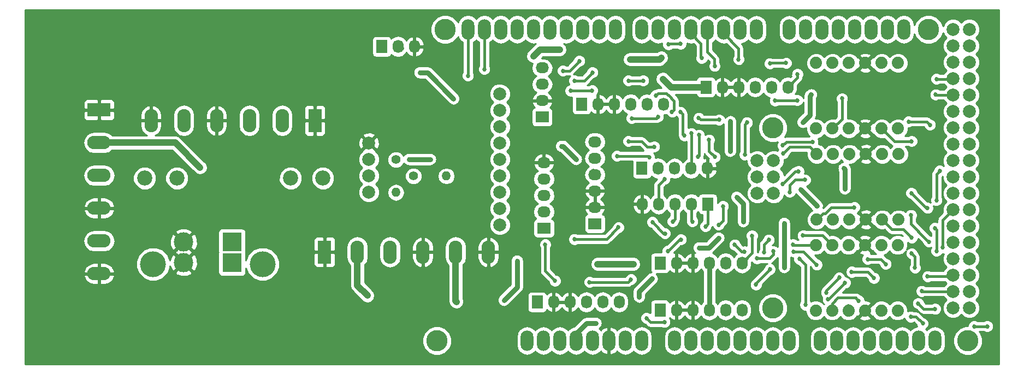
<source format=gbl>
G04 #@! TF.FileFunction,Copper,L2,Bot,Signal*
%FSLAX46Y46*%
G04 Gerber Fmt 4.6, Leading zero omitted, Abs format (unit mm)*
G04 Created by KiCad (PCBNEW 4.0.6) date 04/09/18 21:25:23*
%MOMM*%
%LPD*%
G01*
G04 APERTURE LIST*
%ADD10C,0.100000*%
%ADD11C,2.000000*%
%ADD12C,3.302000*%
%ADD13O,2.000000X3.175000*%
%ADD14O,1.727200X2.032000*%
%ADD15R,1.727200X2.032000*%
%ADD16C,1.879600*%
%ADD17R,2.080000X3.600000*%
%ADD18O,2.080000X3.600000*%
%ADD19C,2.350000*%
%ADD20O,2.032000X1.727200*%
%ADD21R,2.032000X1.727200*%
%ADD22R,3.000000X3.000000*%
%ADD23C,3.000000*%
%ADD24C,4.000000*%
%ADD25C,1.400000*%
%ADD26O,1.400000X1.400000*%
%ADD27R,3.600000X2.080000*%
%ADD28O,3.600000X2.080000*%
%ADD29C,0.685800*%
%ADD30C,0.762000*%
%ADD31C,0.381000*%
%ADD32C,0.152400*%
%ADD33C,1.016000*%
%ADD34C,0.254000*%
G04 APERTURE END LIST*
D10*
D11*
X167525700Y-89623900D03*
X167525700Y-92163900D03*
X167525700Y-94703900D03*
X164985700Y-94703900D03*
X164985700Y-92163900D03*
X164985700Y-89623900D03*
D12*
X167398700Y-112483900D03*
X115328700Y-117563900D03*
X116598700Y-69303900D03*
X167398700Y-84543900D03*
X197624700Y-117563900D03*
D13*
X174764700Y-117563900D03*
X152158700Y-117563900D03*
X120154700Y-69271900D03*
X129298700Y-117563900D03*
X147078700Y-69303900D03*
X169938700Y-69303900D03*
X172478700Y-69271900D03*
X175018700Y-69271900D03*
X177558700Y-69271900D03*
X180098700Y-69271900D03*
X182638700Y-69271900D03*
X185178700Y-69271900D03*
X187718700Y-69271900D03*
D11*
X195338700Y-69271900D03*
X197878700Y-69271900D03*
X195338700Y-71811900D03*
X197878700Y-71811900D03*
X195338700Y-74351900D03*
X197878700Y-74351900D03*
X195338700Y-76891900D03*
X197878700Y-76891900D03*
X195338700Y-79431900D03*
X197878700Y-79431900D03*
X195338700Y-81971900D03*
X197878700Y-81971900D03*
X195338700Y-84511900D03*
X197878700Y-84511900D03*
X195338700Y-87051900D03*
X197878700Y-87051900D03*
X195338700Y-89591900D03*
X197878700Y-89591900D03*
X195338700Y-92131900D03*
X197878700Y-92131900D03*
X195338700Y-94671900D03*
X197878700Y-94671900D03*
X195338700Y-97211900D03*
X197878700Y-97211900D03*
X195338700Y-99751900D03*
X197878700Y-99751900D03*
X195338700Y-102291900D03*
X197878700Y-102291900D03*
X195338700Y-104831900D03*
X197878700Y-104831900D03*
X195338700Y-107371900D03*
X197878700Y-107371900D03*
X195338700Y-109911900D03*
X197878700Y-109911900D03*
X195338700Y-112451900D03*
X197878700Y-112451900D03*
D12*
X191528700Y-69303900D03*
D13*
X131838700Y-117563900D03*
X134378700Y-117563900D03*
X136918700Y-117563900D03*
X139458700Y-117563900D03*
X141998700Y-117563900D03*
X144538700Y-117563900D03*
X147078700Y-117563900D03*
X154698700Y-117563900D03*
X157238700Y-117563900D03*
X159778700Y-117563900D03*
X162318700Y-117563900D03*
X164858700Y-117563900D03*
X167398700Y-117563900D03*
X169938700Y-117563900D03*
X177304700Y-117563900D03*
X179844700Y-117563900D03*
X182384700Y-117563900D03*
X184924700Y-117563900D03*
X187464700Y-117563900D03*
X190004700Y-117563900D03*
X192544700Y-117563900D03*
X122694700Y-69271900D03*
X125234700Y-69271900D03*
X127774700Y-69271900D03*
X130314700Y-69271900D03*
X132854700Y-69271900D03*
X135394700Y-69271900D03*
X137934700Y-69271900D03*
X140474700Y-69271900D03*
X143014700Y-69271900D03*
X149618700Y-69303900D03*
X152158700Y-69303900D03*
X154698700Y-69303900D03*
X157238700Y-69303900D03*
X159778700Y-69303900D03*
X162318700Y-69303900D03*
X164858700Y-69303900D03*
D14*
X169748200Y-78232000D03*
D15*
X157048200Y-78232000D03*
D14*
X159588200Y-78232000D03*
X162128200Y-78232000D03*
X164668200Y-78232000D03*
X167208200Y-78232000D03*
D16*
X181686200Y-112877600D03*
X181686200Y-102717600D03*
X179146200Y-102717600D03*
X174066200Y-102717600D03*
X176606200Y-102717600D03*
X184226200Y-102717600D03*
X186766200Y-102717600D03*
X179146200Y-112877600D03*
X174066200Y-112877600D03*
X176606200Y-112877600D03*
X184226200Y-112877600D03*
X186766200Y-112877600D03*
D14*
X143586200Y-111556800D03*
D15*
X130886200Y-111556800D03*
D14*
X133426200Y-111556800D03*
X135966200Y-111556800D03*
X138506200Y-111556800D03*
X141046200Y-111556800D03*
D16*
X181749700Y-84645500D03*
X181749700Y-74485500D03*
X179209700Y-74485500D03*
X174129700Y-74485500D03*
X176669700Y-74485500D03*
X184289700Y-74485500D03*
X186829700Y-74485500D03*
X179209700Y-84645500D03*
X174129700Y-84645500D03*
X176669700Y-84645500D03*
X184289700Y-84645500D03*
X186829700Y-84645500D03*
D11*
X125095000Y-79273400D03*
X104775000Y-86893400D03*
X104775000Y-89433400D03*
X104775000Y-91973400D03*
X104775000Y-94513400D03*
X125095000Y-81813400D03*
X125095000Y-84353400D03*
X125095000Y-86893400D03*
X125095000Y-89433400D03*
X125095000Y-91973400D03*
X125095000Y-94513400D03*
X125095000Y-97053400D03*
X125095000Y-99593400D03*
D17*
X97917000Y-103809800D03*
D18*
X102997000Y-103809800D03*
X108077000Y-103809800D03*
X113157000Y-103809800D03*
X118237000Y-103809800D03*
X123317000Y-103809800D03*
D14*
X150469600Y-80873600D03*
D15*
X137769600Y-80873600D03*
D14*
X140309600Y-80873600D03*
X142849600Y-80873600D03*
X145389600Y-80873600D03*
X147929600Y-80873600D03*
X162636200Y-112801400D03*
D15*
X149936200Y-112801400D03*
D14*
X152476200Y-112801400D03*
X155016200Y-112801400D03*
X157556200Y-112801400D03*
X160096200Y-112801400D03*
D19*
X75013800Y-92354400D03*
X70013800Y-92354400D03*
X92633800Y-92354400D03*
X97633800Y-92354400D03*
D20*
X139827000Y-86715600D03*
D21*
X139827000Y-99415600D03*
D20*
X139827000Y-96875600D03*
X139827000Y-94335600D03*
X139827000Y-91795600D03*
X139827000Y-89255600D03*
D14*
X162636200Y-105511600D03*
D15*
X149936200Y-105511600D03*
D14*
X152476200Y-105511600D03*
X155016200Y-105511600D03*
X157556200Y-105511600D03*
X160096200Y-105511600D03*
D17*
X96418400Y-83413600D03*
D18*
X91338400Y-83413600D03*
X86258400Y-83413600D03*
X81178400Y-83413600D03*
X76098400Y-83413600D03*
X71018400Y-83413600D03*
D15*
X147116800Y-90830400D03*
D14*
X149656800Y-90830400D03*
X152196800Y-90830400D03*
X154736800Y-90830400D03*
X157276800Y-90830400D03*
D22*
X83563000Y-105435400D03*
X83563000Y-102255400D03*
D23*
X76073000Y-105435400D03*
X76073000Y-102255400D03*
D24*
X88313000Y-105685400D03*
X71323000Y-105685400D03*
D25*
X111709200Y-92024200D03*
D26*
X116789200Y-92024200D03*
D25*
X108966000Y-89484200D03*
D26*
X108966000Y-94564200D03*
D15*
X157327600Y-96367600D03*
D14*
X154787600Y-96367600D03*
X152247600Y-96367600D03*
X149707600Y-96367600D03*
X147167600Y-96367600D03*
D27*
X62966600Y-81762600D03*
D28*
X62966600Y-86842600D03*
X62966600Y-91922600D03*
X62966600Y-97002600D03*
X62966600Y-102082600D03*
X62966600Y-107162600D03*
D16*
X181838600Y-98767900D03*
X181838600Y-88607900D03*
X179298600Y-88607900D03*
X174218600Y-88607900D03*
X176758600Y-88607900D03*
X184378600Y-88607900D03*
X186918600Y-88607900D03*
X179298600Y-98767900D03*
X174218600Y-98767900D03*
X176758600Y-98767900D03*
X184378600Y-98767900D03*
X186918600Y-98767900D03*
D21*
X131927600Y-100101400D03*
D20*
X131927600Y-97561400D03*
X131927600Y-95021400D03*
X131927600Y-92481400D03*
X131927600Y-89941400D03*
D21*
X131648200Y-82880200D03*
D20*
X131648200Y-80340200D03*
X131648200Y-77800200D03*
X131648200Y-75260200D03*
D15*
X106781600Y-71932800D03*
D14*
X109321600Y-71932800D03*
X111861600Y-71932800D03*
D29*
X161798000Y-95273067D03*
X160782000Y-88138000D03*
X162814000Y-99060000D03*
X136906000Y-89408000D03*
X134620000Y-87376000D03*
X159004000Y-101600000D03*
X155956000Y-103124000D03*
X178562000Y-93980000D03*
X160821740Y-83551232D03*
X117906800Y-80010000D03*
X112674400Y-75971400D03*
X138506200Y-111556800D03*
X173355000Y-79375000D03*
X172046899Y-83645755D03*
X178430577Y-90805000D03*
X120142000Y-76454000D03*
X122682000Y-75438000D03*
X169164000Y-99314000D03*
X169164000Y-106172000D03*
X125730000Y-111252000D03*
X127762000Y-105156000D03*
X114300000Y-89408000D03*
X110998000Y-89408000D03*
X146685000Y-110744000D03*
X139954000Y-114808000D03*
X171735996Y-94102930D03*
X174212497Y-96659701D03*
X148666199Y-107924601D03*
X149606000Y-82804000D03*
X145542000Y-83058000D03*
X151778814Y-82053586D03*
X149250400Y-79527400D03*
X171196000Y-80264000D03*
X167756044Y-80317137D03*
X155931714Y-83033714D03*
X159082487Y-83288887D03*
X155795739Y-89001015D03*
X155954390Y-85648183D03*
X192659000Y-79375000D03*
X189457733Y-106235511D03*
X153162008Y-101853989D03*
X151130000Y-103632000D03*
X156972000Y-99822000D03*
X188887101Y-94653101D03*
X191376895Y-96965087D03*
X188950600Y-104038400D03*
X183083200Y-107823000D03*
X179628800Y-106883200D03*
X166954200Y-106476800D03*
X164795200Y-108864400D03*
X166078224Y-103847941D03*
X166790725Y-101902600D03*
X151892000Y-99060000D03*
X172442929Y-111963242D03*
X171526200Y-104876600D03*
X147828000Y-114046000D03*
X150622000Y-114668302D03*
X145429021Y-108038920D03*
X198628000Y-115316000D03*
X200660000Y-115316000D03*
X192532000Y-100076000D03*
X192786000Y-103632000D03*
X192786000Y-95758000D03*
X193294000Y-91186000D03*
X190652400Y-114884200D03*
X188798200Y-113842800D03*
X132130800Y-102641400D03*
X133629400Y-108254800D03*
X138988800Y-108458000D03*
X184912000Y-105664000D03*
X182118000Y-104902000D03*
X167491368Y-103693155D03*
X148737075Y-99159855D03*
X150683883Y-100918203D03*
X193740332Y-103081251D03*
X174204786Y-105779414D03*
X163032131Y-103756337D03*
X170651393Y-103719700D03*
X164948721Y-104773879D03*
X161493200Y-102666800D03*
X143471910Y-99974400D03*
X136665402Y-101816602D03*
X145034000Y-77216000D03*
X147320000Y-77216000D03*
X136066118Y-78789324D03*
X139421405Y-78750646D03*
X150622000Y-92468669D03*
X153695400Y-85750400D03*
X153132291Y-82113891D03*
X157530800Y-86410810D03*
X158419800Y-89052400D03*
X159004000Y-99568000D03*
X154940000Y-99060000D03*
X159677107Y-96715487D03*
X163411520Y-83707308D03*
X156373979Y-73722379D03*
X163068000Y-88696800D03*
X154813000Y-85420200D03*
X158394400Y-74955400D03*
X154736800Y-90830400D03*
X162102800Y-73914000D03*
X139446000Y-75946000D03*
X136651992Y-77228732D03*
X137414000Y-74168000D03*
X134874000Y-75692000D03*
X192786000Y-76962000D03*
X178142204Y-79992866D03*
X188925200Y-86614000D03*
X191770000Y-84074000D03*
X188468000Y-83566000D03*
X180041936Y-96863101D03*
X188936422Y-101574601D03*
X191578571Y-102192941D03*
X188828342Y-98096448D03*
X191399846Y-107569000D03*
X180716575Y-111372129D03*
X190500000Y-109855000D03*
X189941200Y-111760000D03*
X192557400Y-112623600D03*
X151231600Y-71602600D03*
X153111200Y-71501000D03*
X175974004Y-111118871D03*
X178589956Y-108559621D03*
X118364000Y-111506000D03*
X175713450Y-110084367D03*
X177699515Y-107768862D03*
X170023635Y-94491965D03*
X172440600Y-92608400D03*
X171381087Y-91307941D03*
X168941448Y-93289971D03*
X171219055Y-76227745D03*
X150114000Y-73660000D03*
X150368000Y-76962000D03*
X145288000Y-73914000D03*
X134366000Y-72390000D03*
X130302000Y-73406000D03*
X166966797Y-74561803D03*
X169479155Y-74487845D03*
X149021834Y-87462996D03*
X145034000Y-86614000D03*
X168961920Y-87275521D03*
X173558827Y-86716022D03*
X78613000Y-90703400D03*
X143256000Y-88900000D03*
X148253537Y-89115156D03*
X169036999Y-88493600D03*
X172085000Y-101244400D03*
X164185600Y-101257118D03*
X145796000Y-105664000D03*
X140246110Y-105664000D03*
X104571800Y-110566200D03*
X170536224Y-102617563D03*
D30*
X162814000Y-99060000D02*
X162814000Y-96289067D01*
X162814000Y-96289067D02*
X161798000Y-95273067D01*
X160821740Y-83551232D02*
X160821740Y-88098260D01*
X160821740Y-88098260D02*
X160782000Y-88138000D01*
X134620000Y-87376000D02*
X134874000Y-87376000D01*
X134874000Y-87376000D02*
X136906000Y-89408000D01*
X157244802Y-103124000D02*
X157480000Y-103124000D01*
X157480000Y-103124000D02*
X159004000Y-101600000D01*
X155956000Y-103124000D02*
X157244802Y-103124000D01*
X178562000Y-93980000D02*
X178562000Y-90936423D01*
X178562000Y-90936423D02*
X178430577Y-90805000D01*
X112674400Y-75971400D02*
X113868200Y-75971400D01*
X113868200Y-75971400D02*
X117906800Y-80010000D01*
X178485800Y-90860223D02*
X178430577Y-90805000D01*
X109321600Y-71932800D02*
X109626400Y-71932800D01*
X109626400Y-71932800D02*
X109854990Y-72161390D01*
X157556200Y-112801400D02*
X157556200Y-105511600D01*
X139827000Y-91795600D02*
X139827000Y-91567000D01*
X139827000Y-91567000D02*
X139522210Y-91262210D01*
X173142654Y-82550000D02*
X173142654Y-79587346D01*
X173142654Y-79587346D02*
X173355000Y-79375000D01*
X178435000Y-90809423D02*
X178430577Y-90805000D01*
X172046899Y-83645755D02*
X173142654Y-82550000D01*
X179298600Y-88607900D02*
X179298600Y-89150446D01*
D31*
X120154700Y-75057010D02*
X120154700Y-76441300D01*
X120154700Y-76441300D02*
X120142000Y-76454000D01*
X120154700Y-69271900D02*
X120154700Y-75057010D01*
X122694700Y-75425300D02*
X122682000Y-75438000D01*
X122694700Y-75247500D02*
X122694700Y-75425300D01*
X111734600Y-91998800D02*
X111709200Y-92024200D01*
X122694700Y-69271900D02*
X122694700Y-75247500D01*
D30*
X169164000Y-99314000D02*
X169164000Y-106172000D01*
X127762000Y-105156000D02*
X127762000Y-109220000D01*
X127762000Y-109220000D02*
X125730000Y-111252000D01*
X110998000Y-89408000D02*
X114300000Y-89408000D01*
X146685000Y-109905800D02*
X146685000Y-110744000D01*
X138571037Y-114833390D02*
X139928610Y-114833390D01*
X139928610Y-114833390D02*
X139954000Y-114808000D01*
X174212497Y-96659701D02*
X174212497Y-96579431D01*
X174212497Y-96579431D02*
X171735996Y-94102930D01*
X174244000Y-96628198D02*
X174212497Y-96659701D01*
X146685000Y-109905800D02*
X148666199Y-107924601D01*
X136918700Y-117563900D02*
X136918700Y-116485727D01*
X136918700Y-116485727D02*
X138571037Y-114833390D01*
X179070000Y-112229900D02*
X179209700Y-112369600D01*
D31*
X152121713Y-80343761D02*
X152121713Y-81710687D01*
X152121713Y-81710687D02*
X151778814Y-82053586D01*
X151216463Y-79438511D02*
X152121713Y-80343761D01*
X151138247Y-79438511D02*
X151216463Y-79438511D01*
X150884237Y-79184501D02*
X151138247Y-79438511D01*
X149593299Y-79184501D02*
X150884237Y-79184501D01*
X149250400Y-79527400D02*
X149593299Y-79184501D01*
X149352000Y-83058000D02*
X149606000Y-82804000D01*
X148336000Y-83058000D02*
X149352000Y-83058000D01*
X145542000Y-83058000D02*
X148336000Y-83058000D01*
X167756044Y-80317137D02*
X171142863Y-80317137D01*
X171142863Y-80317137D02*
X171196000Y-80264000D01*
X156186887Y-83288887D02*
X155931714Y-83033714D01*
X159082487Y-83288887D02*
X156186887Y-83288887D01*
X155954390Y-85648183D02*
X155954390Y-88842364D01*
X155954390Y-88842364D02*
X155795739Y-89001015D01*
X195338700Y-79431900D02*
X192715900Y-79431900D01*
X192715900Y-79431900D02*
X192659000Y-79375000D01*
X189457733Y-104545533D02*
X189457733Y-105750578D01*
X188950600Y-104038400D02*
X189457733Y-104545533D01*
X189457733Y-105750578D02*
X189457733Y-106235511D01*
X152908011Y-101853989D02*
X153162008Y-101853989D01*
X151130000Y-103632000D02*
X152908011Y-101853989D01*
X157327600Y-97764600D02*
X157327600Y-99466400D01*
X157327600Y-99466400D02*
X156972000Y-99822000D01*
X191199087Y-96965087D02*
X191376895Y-96965087D01*
X188887101Y-94653101D02*
X191199087Y-96965087D01*
X179628800Y-106883200D02*
X182143400Y-106883200D01*
X182143400Y-106883200D02*
X183083200Y-107823000D01*
X164795200Y-108635800D02*
X166954200Y-106476800D01*
X164795200Y-108864400D02*
X164795200Y-108635800D01*
X157327600Y-96367600D02*
X157327600Y-97764600D01*
X166078224Y-103363008D02*
X166078224Y-103847941D01*
X166078224Y-102615101D02*
X166078224Y-103363008D01*
X166790725Y-101902600D02*
X166078224Y-102615101D01*
X152247600Y-96367600D02*
X152247600Y-98704400D01*
X152247600Y-98704400D02*
X151892000Y-99060000D01*
X172442929Y-105793329D02*
X172442929Y-111478309D01*
X171526200Y-104876600D02*
X172442929Y-105793329D01*
X172442929Y-111478309D02*
X172442929Y-111963242D01*
X150622000Y-114668302D02*
X148450302Y-114668302D01*
X148450302Y-114668302D02*
X147828000Y-114046000D01*
X145009941Y-108458000D02*
X145086122Y-108381819D01*
X138988800Y-108458000D02*
X145009941Y-108458000D01*
X145086122Y-108381819D02*
X145429021Y-108038920D01*
X200660000Y-115316000D02*
X198628000Y-115316000D01*
X192786000Y-103632000D02*
X192786000Y-100330000D01*
X192786000Y-100330000D02*
X192532000Y-100076000D01*
X192786000Y-91694000D02*
X192786000Y-95758000D01*
X193294000Y-91186000D02*
X192786000Y-91694000D01*
X188798200Y-113842800D02*
X189611000Y-113842800D01*
X189611000Y-113842800D02*
X190652400Y-114884200D01*
X133629400Y-108254800D02*
X132130800Y-106756200D01*
X132130800Y-106756200D02*
X132130800Y-102641400D01*
X182118000Y-104902000D02*
X184150000Y-104902000D01*
X184150000Y-104902000D02*
X184912000Y-105664000D01*
X166895577Y-104773879D02*
X167491368Y-104178088D01*
X167491368Y-104178088D02*
X167491368Y-103693155D01*
X164948721Y-104773879D02*
X166895577Y-104773879D01*
X150495423Y-100918203D02*
X150683883Y-100918203D01*
X148737075Y-99159855D02*
X150495423Y-100918203D01*
X193740332Y-98810268D02*
X193740332Y-102596318D01*
X193740332Y-102596318D02*
X193740332Y-103081251D01*
X195338700Y-97211900D02*
X193740332Y-98810268D01*
X170651393Y-103719700D02*
X172145072Y-103719700D01*
X172145072Y-103719700D02*
X173861887Y-105436515D01*
X173861887Y-105436515D02*
X174204786Y-105779414D01*
X162582737Y-103756337D02*
X163032131Y-103756337D01*
X161493200Y-102666800D02*
X162582737Y-103756337D01*
X136665402Y-101816602D02*
X141629708Y-101816602D01*
X141629708Y-101816602D02*
X143471910Y-99974400D01*
X147320000Y-77216000D02*
X145034000Y-77216000D01*
X139421405Y-78750646D02*
X136104796Y-78750646D01*
X136104796Y-78750646D02*
X136066118Y-78789324D01*
X149618700Y-69891400D02*
X149618700Y-69303900D01*
X150279101Y-92811568D02*
X150622000Y-92468669D01*
X149707600Y-93383069D02*
X150279101Y-92811568D01*
X149707600Y-96367600D02*
X149707600Y-93383069D01*
X153475190Y-85530190D02*
X153695400Y-85750400D01*
X153475190Y-82456790D02*
X153475190Y-85530190D01*
X153475190Y-82456790D02*
X153132291Y-82113891D01*
X158419800Y-89052400D02*
X157530800Y-88163400D01*
X157530800Y-88163400D02*
X157530800Y-86895743D01*
X157530800Y-86895743D02*
X157530800Y-86410810D01*
X159004000Y-99568000D02*
X159677107Y-98894893D01*
X154787600Y-96367600D02*
X154787600Y-98907600D01*
X154787600Y-98907600D02*
X154940000Y-99060000D01*
X159677107Y-97200420D02*
X159677107Y-96715487D01*
X159677107Y-98894893D02*
X159677107Y-97200420D01*
X163068000Y-84050828D02*
X163068621Y-84050207D01*
X163068000Y-88696800D02*
X163068000Y-84050828D01*
X163068621Y-84050207D02*
X163411520Y-83707308D01*
X163068000Y-88696800D02*
X163134789Y-88696800D01*
X156270210Y-71462910D02*
X156270210Y-73618610D01*
X156270210Y-73618610D02*
X156373979Y-73722379D01*
X154698700Y-69303900D02*
X154698700Y-69891400D01*
X154698700Y-69891400D02*
X156270210Y-71462910D01*
X154813000Y-85420200D02*
X154813000Y-90754200D01*
X154813000Y-90754200D02*
X154736800Y-90830400D01*
X158369000Y-73901330D02*
X158369000Y-74930000D01*
X158369000Y-74930000D02*
X158394400Y-74955400D01*
X154736800Y-90830400D02*
X154736800Y-90678000D01*
X157238700Y-69303900D02*
X157238700Y-72771030D01*
X157238700Y-72771030D02*
X158369000Y-73901330D01*
X162102800Y-73914000D02*
X162102800Y-72215500D01*
X162102800Y-72215500D02*
X159778700Y-69891400D01*
X159778700Y-69891400D02*
X159778700Y-69303900D01*
X149656800Y-90830400D02*
X149656800Y-90678000D01*
X160070800Y-69596000D02*
X159778700Y-69303900D01*
X159778700Y-69573850D02*
X159778700Y-69303900D01*
X136651992Y-77228732D02*
X138163268Y-77228732D01*
X138163268Y-77228732D02*
X139446000Y-75946000D01*
X162318700Y-69303900D02*
X162318700Y-69891400D01*
X134874000Y-75692000D02*
X135890000Y-75692000D01*
X135890000Y-75692000D02*
X137414000Y-74168000D01*
X192786000Y-76962000D02*
X195268600Y-76962000D01*
X195268600Y-76962000D02*
X195338700Y-76891900D01*
X178142204Y-83172996D02*
X178142204Y-80477799D01*
X178142204Y-80477799D02*
X178142204Y-79992866D01*
X176669700Y-84645500D02*
X178142204Y-83172996D01*
X195332600Y-76885800D02*
X195338700Y-76891900D01*
X184289700Y-84645500D02*
X186258200Y-86614000D01*
X186258200Y-86614000D02*
X188925200Y-86614000D01*
X191262000Y-83566000D02*
X191770000Y-84074000D01*
X188468000Y-83566000D02*
X191262000Y-83566000D01*
X179557003Y-96863101D02*
X180041936Y-96863101D01*
X175158399Y-97828101D02*
X175496902Y-97828101D01*
X176461902Y-96863101D02*
X179557003Y-96863101D01*
X174218600Y-98767900D02*
X175158399Y-97828101D01*
X175496902Y-97828101D02*
X176461902Y-96863101D01*
X184378600Y-98767900D02*
X185889901Y-100279201D01*
X185889901Y-100279201D02*
X187641022Y-100279201D01*
X187641022Y-100279201D02*
X188936422Y-101574601D01*
X191235672Y-101850042D02*
X191578571Y-102192941D01*
X188828342Y-99442712D02*
X191235672Y-101850042D01*
X188828342Y-98096448D02*
X188828342Y-99442712D01*
X192811400Y-107569000D02*
X191399846Y-107569000D01*
X180240838Y-110896392D02*
X180373676Y-111029230D01*
X180373676Y-111029230D02*
X180716575Y-111372129D01*
X176606200Y-112877600D02*
X176606200Y-111796246D01*
X176606200Y-111796246D02*
X177506054Y-110896392D01*
X177506054Y-110896392D02*
X180240838Y-110896392D01*
X192811400Y-107569000D02*
X195141600Y-107569000D01*
X195141600Y-107569000D02*
X195338700Y-107371900D01*
X195338700Y-109911900D02*
X190556900Y-109911900D01*
X190556900Y-109911900D02*
X190500000Y-109855000D01*
X190804800Y-112623600D02*
X189941200Y-111760000D01*
X192557400Y-112623600D02*
X190804800Y-112623600D01*
X153111200Y-71501000D02*
X151333200Y-71501000D01*
X151333200Y-71501000D02*
X151231600Y-71602600D01*
D32*
X150291800Y-80695800D02*
X150469600Y-80873600D01*
D31*
X176030706Y-111118871D02*
X175974004Y-111118871D01*
X178589956Y-108559621D02*
X176030706Y-111118871D01*
D32*
X163245800Y-112191800D02*
X162636200Y-112801400D01*
D33*
X118237000Y-103809800D02*
X118237000Y-111379000D01*
X118237000Y-111379000D02*
X118364000Y-111506000D01*
D31*
X177699515Y-107768862D02*
X175713450Y-109754927D01*
X175713450Y-109754927D02*
X175713450Y-110084367D01*
X170023635Y-93425165D02*
X170023635Y-94007032D01*
X170078400Y-93370400D02*
X170840400Y-92608400D01*
X170078400Y-93370400D02*
X170023635Y-93425165D01*
X170023635Y-94007032D02*
X170023635Y-94491965D01*
X170840400Y-92608400D02*
X172440600Y-92608400D01*
X170896154Y-91307941D02*
X171381087Y-91307941D01*
X169284347Y-92919748D02*
X170896154Y-91307941D01*
X168941448Y-93289971D02*
X169284347Y-92947072D01*
X169284347Y-92947072D02*
X169284347Y-92919748D01*
X171219055Y-76227745D02*
X171219055Y-76761145D01*
X171219055Y-76761145D02*
X169748200Y-78232000D01*
D33*
X145288000Y-73914000D02*
X149860000Y-73914000D01*
X149860000Y-73914000D02*
X150114000Y-73660000D01*
X157048200Y-78232000D02*
X151638000Y-78232000D01*
X151638000Y-78232000D02*
X150368000Y-76962000D01*
X133604000Y-72390000D02*
X134366000Y-72390000D01*
X131318000Y-72390000D02*
X133604000Y-72390000D01*
X130302000Y-73406000D02*
X131318000Y-72390000D01*
X157048200Y-78079600D02*
X157048200Y-78232000D01*
D31*
X169479155Y-74487845D02*
X167040755Y-74487845D01*
X167040755Y-74487845D02*
X166966797Y-74561803D01*
X145034000Y-86614000D02*
X147051646Y-86614000D01*
X147900642Y-87462996D02*
X148536901Y-87462996D01*
X147051646Y-86614000D02*
X147900642Y-87462996D01*
X148536901Y-87462996D02*
X149021834Y-87462996D01*
X172928907Y-86716022D02*
X169521419Y-86716022D01*
X169521419Y-86716022D02*
X168961920Y-87275521D01*
X172928907Y-86716022D02*
X173558827Y-86716022D01*
D33*
X78613000Y-90703400D02*
X74752200Y-86842600D01*
X74752200Y-86842600D02*
X73710800Y-86842600D01*
X62966600Y-86842600D02*
X73710800Y-86842600D01*
D31*
X143256000Y-88900000D02*
X148038381Y-88900000D01*
X148038381Y-88900000D02*
X148253537Y-89115156D01*
X173139100Y-87528400D02*
X170002199Y-87528400D01*
X170002199Y-87528400D02*
X169036999Y-88493600D01*
X174218600Y-88607900D02*
X173139100Y-87528400D01*
X172085000Y-101244400D02*
X172569933Y-101244400D01*
X172569933Y-101244400D02*
X172608034Y-101206299D01*
X172608034Y-101206299D02*
X175094899Y-101206299D01*
X175094899Y-101206299D02*
X175666401Y-101777801D01*
X175666401Y-101777801D02*
X176606200Y-102717600D01*
X164185600Y-101742051D02*
X164185600Y-101257118D01*
X164185600Y-103962200D02*
X164185600Y-101742051D01*
X162636200Y-105511600D02*
X164185600Y-103962200D01*
D33*
X145796000Y-105664000D02*
X140246110Y-105664000D01*
X149783800Y-105664000D02*
X149936200Y-105511600D01*
X102997000Y-103809800D02*
X102997000Y-108991400D01*
X102997000Y-108991400D02*
X104571800Y-110566200D01*
D31*
X174066200Y-102717600D02*
X170636261Y-102717600D01*
X170636261Y-102717600D02*
X170536224Y-102617563D01*
D34*
G36*
X202490000Y-121210000D02*
X51510000Y-121210000D01*
X51510000Y-118016619D01*
X113042304Y-118016619D01*
X113389594Y-118857123D01*
X114032095Y-119500746D01*
X114871992Y-119849502D01*
X115781419Y-119850296D01*
X116621923Y-119503006D01*
X117265546Y-118860505D01*
X117614302Y-118020608D01*
X117615096Y-117111181D01*
X117541415Y-116932859D01*
X127663700Y-116932859D01*
X127663700Y-118194941D01*
X127788157Y-118820628D01*
X128142580Y-119351061D01*
X128673013Y-119705484D01*
X129298700Y-119829941D01*
X129924387Y-119705484D01*
X130454820Y-119351061D01*
X130568700Y-119180627D01*
X130682580Y-119351061D01*
X131213013Y-119705484D01*
X131838700Y-119829941D01*
X132464387Y-119705484D01*
X132994820Y-119351061D01*
X133108700Y-119180627D01*
X133222580Y-119351061D01*
X133753013Y-119705484D01*
X134378700Y-119829941D01*
X135004387Y-119705484D01*
X135534820Y-119351061D01*
X135648700Y-119180627D01*
X135762580Y-119351061D01*
X136293013Y-119705484D01*
X136918700Y-119829941D01*
X137544387Y-119705484D01*
X138074820Y-119351061D01*
X138188700Y-119180627D01*
X138302580Y-119351061D01*
X138833013Y-119705484D01*
X139458700Y-119829941D01*
X140084387Y-119705484D01*
X140614820Y-119351061D01*
X140743954Y-119157798D01*
X140932383Y-119397322D01*
X141490345Y-119710544D01*
X141618266Y-119741524D01*
X141871700Y-119622177D01*
X141871700Y-117690900D01*
X141851700Y-117690900D01*
X141851700Y-117436900D01*
X141871700Y-117436900D01*
X141871700Y-115505623D01*
X142125700Y-115505623D01*
X142125700Y-117436900D01*
X142145700Y-117436900D01*
X142145700Y-117690900D01*
X142125700Y-117690900D01*
X142125700Y-119622177D01*
X142379134Y-119741524D01*
X142507055Y-119710544D01*
X143065017Y-119397322D01*
X143253446Y-119157798D01*
X143382580Y-119351061D01*
X143913013Y-119705484D01*
X144538700Y-119829941D01*
X145164387Y-119705484D01*
X145694820Y-119351061D01*
X145808700Y-119180627D01*
X145922580Y-119351061D01*
X146453013Y-119705484D01*
X147078700Y-119829941D01*
X147704387Y-119705484D01*
X148234820Y-119351061D01*
X148589243Y-118820628D01*
X148713700Y-118194941D01*
X148713700Y-116932859D01*
X150523700Y-116932859D01*
X150523700Y-118194941D01*
X150648157Y-118820628D01*
X151002580Y-119351061D01*
X151533013Y-119705484D01*
X152158700Y-119829941D01*
X152784387Y-119705484D01*
X153314820Y-119351061D01*
X153428700Y-119180627D01*
X153542580Y-119351061D01*
X154073013Y-119705484D01*
X154698700Y-119829941D01*
X155324387Y-119705484D01*
X155854820Y-119351061D01*
X155968700Y-119180627D01*
X156082580Y-119351061D01*
X156613013Y-119705484D01*
X157238700Y-119829941D01*
X157864387Y-119705484D01*
X158394820Y-119351061D01*
X158508700Y-119180627D01*
X158622580Y-119351061D01*
X159153013Y-119705484D01*
X159778700Y-119829941D01*
X160404387Y-119705484D01*
X160934820Y-119351061D01*
X161048700Y-119180627D01*
X161162580Y-119351061D01*
X161693013Y-119705484D01*
X162318700Y-119829941D01*
X162944387Y-119705484D01*
X163474820Y-119351061D01*
X163588700Y-119180627D01*
X163702580Y-119351061D01*
X164233013Y-119705484D01*
X164858700Y-119829941D01*
X165484387Y-119705484D01*
X166014820Y-119351061D01*
X166128700Y-119180627D01*
X166242580Y-119351061D01*
X166773013Y-119705484D01*
X167398700Y-119829941D01*
X168024387Y-119705484D01*
X168554820Y-119351061D01*
X168668700Y-119180627D01*
X168782580Y-119351061D01*
X169313013Y-119705484D01*
X169938700Y-119829941D01*
X170564387Y-119705484D01*
X171094820Y-119351061D01*
X171449243Y-118820628D01*
X171573700Y-118194941D01*
X171573700Y-116932859D01*
X173129700Y-116932859D01*
X173129700Y-118194941D01*
X173254157Y-118820628D01*
X173608580Y-119351061D01*
X174139013Y-119705484D01*
X174764700Y-119829941D01*
X175390387Y-119705484D01*
X175920820Y-119351061D01*
X176034700Y-119180627D01*
X176148580Y-119351061D01*
X176679013Y-119705484D01*
X177304700Y-119829941D01*
X177930387Y-119705484D01*
X178460820Y-119351061D01*
X178574700Y-119180627D01*
X178688580Y-119351061D01*
X179219013Y-119705484D01*
X179844700Y-119829941D01*
X180470387Y-119705484D01*
X181000820Y-119351061D01*
X181114700Y-119180627D01*
X181228580Y-119351061D01*
X181759013Y-119705484D01*
X182384700Y-119829941D01*
X183010387Y-119705484D01*
X183540820Y-119351061D01*
X183654700Y-119180627D01*
X183768580Y-119351061D01*
X184299013Y-119705484D01*
X184924700Y-119829941D01*
X185550387Y-119705484D01*
X186080820Y-119351061D01*
X186194700Y-119180627D01*
X186308580Y-119351061D01*
X186839013Y-119705484D01*
X187464700Y-119829941D01*
X188090387Y-119705484D01*
X188620820Y-119351061D01*
X188734700Y-119180627D01*
X188848580Y-119351061D01*
X189379013Y-119705484D01*
X190004700Y-119829941D01*
X190630387Y-119705484D01*
X191160820Y-119351061D01*
X191274700Y-119180627D01*
X191388580Y-119351061D01*
X191919013Y-119705484D01*
X192544700Y-119829941D01*
X193170387Y-119705484D01*
X193700820Y-119351061D01*
X194055243Y-118820628D01*
X194179700Y-118194941D01*
X194179700Y-118016619D01*
X195338304Y-118016619D01*
X195685594Y-118857123D01*
X196328095Y-119500746D01*
X197167992Y-119849502D01*
X198077419Y-119850296D01*
X198917923Y-119503006D01*
X199561546Y-118860505D01*
X199910302Y-118020608D01*
X199911096Y-117111181D01*
X199563806Y-116270677D01*
X199434854Y-116141500D01*
X200102306Y-116141500D01*
X200105341Y-116144540D01*
X200464630Y-116293730D01*
X200853663Y-116294069D01*
X201213212Y-116145507D01*
X201488540Y-115870659D01*
X201637730Y-115511370D01*
X201638069Y-115122337D01*
X201489507Y-114762788D01*
X201214659Y-114487460D01*
X200855370Y-114338270D01*
X200466337Y-114337931D01*
X200106788Y-114486493D01*
X200102774Y-114490500D01*
X199185694Y-114490500D01*
X199182659Y-114487460D01*
X198823370Y-114338270D01*
X198434337Y-114337931D01*
X198074788Y-114486493D01*
X197799460Y-114761341D01*
X197650270Y-115120630D01*
X197650133Y-115277921D01*
X197171981Y-115277504D01*
X196331477Y-115624794D01*
X195687854Y-116267295D01*
X195339098Y-117107192D01*
X195338304Y-118016619D01*
X194179700Y-118016619D01*
X194179700Y-116932859D01*
X194055243Y-116307172D01*
X193700820Y-115776739D01*
X193170387Y-115422316D01*
X192544700Y-115297859D01*
X191919013Y-115422316D01*
X191388580Y-115776739D01*
X191274700Y-115947173D01*
X191160820Y-115776739D01*
X191119646Y-115749227D01*
X191205612Y-115713707D01*
X191480940Y-115438859D01*
X191630130Y-115079570D01*
X191630469Y-114690537D01*
X191481907Y-114330988D01*
X191207059Y-114055660D01*
X190847770Y-113906470D01*
X190842099Y-113906465D01*
X190194717Y-113259083D01*
X189926906Y-113080137D01*
X189611000Y-113017300D01*
X189355894Y-113017300D01*
X189352859Y-113014260D01*
X188993570Y-112865070D01*
X188604537Y-112864731D01*
X188340917Y-112973656D01*
X188341273Y-112565727D01*
X188102029Y-111986713D01*
X188069037Y-111953663D01*
X188963131Y-111953663D01*
X189111693Y-112313212D01*
X189386541Y-112588540D01*
X189745830Y-112737730D01*
X189751501Y-112737735D01*
X190221083Y-113207317D01*
X190488895Y-113386263D01*
X190804800Y-113449101D01*
X190804805Y-113449100D01*
X191999706Y-113449100D01*
X192002741Y-113452140D01*
X192362030Y-113601330D01*
X192751063Y-113601669D01*
X193110612Y-113453107D01*
X193385940Y-113178259D01*
X193535130Y-112818970D01*
X193535469Y-112429937D01*
X193386907Y-112070388D01*
X193112059Y-111795060D01*
X192752770Y-111645870D01*
X192363737Y-111645531D01*
X192004188Y-111794093D01*
X192000174Y-111798100D01*
X191146734Y-111798100D01*
X190919265Y-111570631D01*
X190919269Y-111566337D01*
X190770707Y-111206788D01*
X190495859Y-110931460D01*
X190136570Y-110782270D01*
X189747537Y-110781931D01*
X189387988Y-110930493D01*
X189112660Y-111205341D01*
X188963470Y-111564630D01*
X188963131Y-111953663D01*
X188069037Y-111953663D01*
X187659417Y-111543328D01*
X187080821Y-111303074D01*
X186454327Y-111302527D01*
X185875313Y-111541771D01*
X185495927Y-111920496D01*
X185119417Y-111543328D01*
X184540821Y-111303074D01*
X183914327Y-111302527D01*
X183335313Y-111541771D01*
X182893599Y-111982715D01*
X182795168Y-111948237D01*
X181865805Y-112877600D01*
X182795168Y-113806963D01*
X182894164Y-113772287D01*
X183332983Y-114211872D01*
X183911579Y-114452126D01*
X184538073Y-114452673D01*
X185117087Y-114213429D01*
X185496473Y-113834704D01*
X185872983Y-114211872D01*
X186451579Y-114452126D01*
X187078073Y-114452673D01*
X187657087Y-114213429D01*
X187824287Y-114046521D01*
X187968693Y-114396012D01*
X188243541Y-114671340D01*
X188602830Y-114820530D01*
X188991863Y-114820869D01*
X189295978Y-114695212D01*
X189674335Y-115073569D01*
X189674331Y-115077863D01*
X189783418Y-115341875D01*
X189379013Y-115422316D01*
X188848580Y-115776739D01*
X188734700Y-115947173D01*
X188620820Y-115776739D01*
X188090387Y-115422316D01*
X187464700Y-115297859D01*
X186839013Y-115422316D01*
X186308580Y-115776739D01*
X186194700Y-115947173D01*
X186080820Y-115776739D01*
X185550387Y-115422316D01*
X184924700Y-115297859D01*
X184299013Y-115422316D01*
X183768580Y-115776739D01*
X183654700Y-115947173D01*
X183540820Y-115776739D01*
X183010387Y-115422316D01*
X182384700Y-115297859D01*
X181759013Y-115422316D01*
X181228580Y-115776739D01*
X181114700Y-115947173D01*
X181000820Y-115776739D01*
X180470387Y-115422316D01*
X179844700Y-115297859D01*
X179219013Y-115422316D01*
X178688580Y-115776739D01*
X178574700Y-115947173D01*
X178460820Y-115776739D01*
X177930387Y-115422316D01*
X177304700Y-115297859D01*
X176679013Y-115422316D01*
X176148580Y-115776739D01*
X176034700Y-115947173D01*
X175920820Y-115776739D01*
X175390387Y-115422316D01*
X174764700Y-115297859D01*
X174139013Y-115422316D01*
X173608580Y-115776739D01*
X173254157Y-116307172D01*
X173129700Y-116932859D01*
X171573700Y-116932859D01*
X171449243Y-116307172D01*
X171094820Y-115776739D01*
X170564387Y-115422316D01*
X169938700Y-115297859D01*
X169313013Y-115422316D01*
X168782580Y-115776739D01*
X168668700Y-115947173D01*
X168554820Y-115776739D01*
X168024387Y-115422316D01*
X167398700Y-115297859D01*
X166773013Y-115422316D01*
X166242580Y-115776739D01*
X166128700Y-115947173D01*
X166014820Y-115776739D01*
X165484387Y-115422316D01*
X164858700Y-115297859D01*
X164233013Y-115422316D01*
X163702580Y-115776739D01*
X163588700Y-115947173D01*
X163474820Y-115776739D01*
X162944387Y-115422316D01*
X162318700Y-115297859D01*
X161693013Y-115422316D01*
X161162580Y-115776739D01*
X161048700Y-115947173D01*
X160934820Y-115776739D01*
X160404387Y-115422316D01*
X159778700Y-115297859D01*
X159153013Y-115422316D01*
X158622580Y-115776739D01*
X158508700Y-115947173D01*
X158394820Y-115776739D01*
X157864387Y-115422316D01*
X157238700Y-115297859D01*
X156613013Y-115422316D01*
X156082580Y-115776739D01*
X155968700Y-115947173D01*
X155854820Y-115776739D01*
X155324387Y-115422316D01*
X154698700Y-115297859D01*
X154073013Y-115422316D01*
X153542580Y-115776739D01*
X153428700Y-115947173D01*
X153314820Y-115776739D01*
X152784387Y-115422316D01*
X152158700Y-115297859D01*
X151533013Y-115422316D01*
X151002580Y-115776739D01*
X150648157Y-116307172D01*
X150523700Y-116932859D01*
X148713700Y-116932859D01*
X148589243Y-116307172D01*
X148234820Y-115776739D01*
X147704387Y-115422316D01*
X147078700Y-115297859D01*
X146453013Y-115422316D01*
X145922580Y-115776739D01*
X145808700Y-115947173D01*
X145694820Y-115776739D01*
X145164387Y-115422316D01*
X144538700Y-115297859D01*
X143913013Y-115422316D01*
X143382580Y-115776739D01*
X143253446Y-115970002D01*
X143065017Y-115730478D01*
X142507055Y-115417256D01*
X142379134Y-115386276D01*
X142125700Y-115505623D01*
X141871700Y-115505623D01*
X141618266Y-115386276D01*
X141490345Y-115417256D01*
X140932383Y-115730478D01*
X140743954Y-115970002D01*
X140614820Y-115776739D01*
X140462610Y-115675036D01*
X140647030Y-115551810D01*
X140672421Y-115526420D01*
X140780447Y-115364749D01*
X140782540Y-115362659D01*
X140783684Y-115359903D01*
X140892662Y-115196807D01*
X140930594Y-115006105D01*
X140931730Y-115003370D01*
X140931733Y-115000382D01*
X140969999Y-114808000D01*
X140932066Y-114617296D01*
X140932069Y-114614337D01*
X140930929Y-114611578D01*
X140892662Y-114419193D01*
X140784636Y-114257521D01*
X140783507Y-114254788D01*
X140781399Y-114252677D01*
X140772704Y-114239663D01*
X146849931Y-114239663D01*
X146998493Y-114599212D01*
X147273341Y-114874540D01*
X147632630Y-115023730D01*
X147638301Y-115023735D01*
X147866585Y-115252019D01*
X148134396Y-115430965D01*
X148450302Y-115493803D01*
X148450307Y-115493802D01*
X150064306Y-115493802D01*
X150067341Y-115496842D01*
X150426630Y-115646032D01*
X150815663Y-115646371D01*
X151175212Y-115497809D01*
X151450540Y-115222961D01*
X151599730Y-114863672D01*
X151600069Y-114474639D01*
X151451507Y-114115090D01*
X151397843Y-114061332D01*
X151415432Y-113974473D01*
X151574164Y-114152132D01*
X152101409Y-114406109D01*
X152117174Y-114408758D01*
X152349200Y-114287617D01*
X152349200Y-112928400D01*
X152603200Y-112928400D01*
X152603200Y-114287617D01*
X152835226Y-114408758D01*
X152850991Y-114406109D01*
X153378236Y-114152132D01*
X153746200Y-113740292D01*
X154114164Y-114152132D01*
X154641409Y-114406109D01*
X154657174Y-114408758D01*
X154889200Y-114287617D01*
X154889200Y-112928400D01*
X152603200Y-112928400D01*
X152349200Y-112928400D01*
X152329200Y-112928400D01*
X152329200Y-112674400D01*
X152349200Y-112674400D01*
X152349200Y-111315183D01*
X152603200Y-111315183D01*
X152603200Y-112674400D01*
X154889200Y-112674400D01*
X154889200Y-111315183D01*
X154657174Y-111194042D01*
X154641409Y-111196691D01*
X154114164Y-111450668D01*
X153746200Y-111862508D01*
X153378236Y-111450668D01*
X152850991Y-111196691D01*
X152835226Y-111194042D01*
X152603200Y-111315183D01*
X152349200Y-111315183D01*
X152117174Y-111194042D01*
X152101409Y-111196691D01*
X151574164Y-111450668D01*
X151417293Y-111626245D01*
X151402962Y-111550083D01*
X151263890Y-111333959D01*
X151051690Y-111188969D01*
X150799800Y-111137960D01*
X149072600Y-111137960D01*
X148837283Y-111182238D01*
X148621159Y-111321310D01*
X148476169Y-111533510D01*
X148425160Y-111785400D01*
X148425160Y-113260035D01*
X148382659Y-113217460D01*
X148023370Y-113068270D01*
X147634337Y-113067931D01*
X147274788Y-113216493D01*
X146999460Y-113491341D01*
X146850270Y-113850630D01*
X146849931Y-114239663D01*
X140772704Y-114239663D01*
X140672421Y-114089579D01*
X140510748Y-113981552D01*
X140508659Y-113979460D01*
X140505904Y-113978316D01*
X140342807Y-113869338D01*
X140152105Y-113831406D01*
X140149370Y-113830270D01*
X140146382Y-113830267D01*
X139954000Y-113792001D01*
X139826358Y-113817390D01*
X138571037Y-113817390D01*
X138182231Y-113894728D01*
X138164658Y-113906470D01*
X137852616Y-114114970D01*
X136607907Y-115359680D01*
X136293013Y-115422316D01*
X135762580Y-115776739D01*
X135648700Y-115947173D01*
X135534820Y-115776739D01*
X135004387Y-115422316D01*
X134378700Y-115297859D01*
X133753013Y-115422316D01*
X133222580Y-115776739D01*
X133108700Y-115947173D01*
X132994820Y-115776739D01*
X132464387Y-115422316D01*
X131838700Y-115297859D01*
X131213013Y-115422316D01*
X130682580Y-115776739D01*
X130568700Y-115947173D01*
X130454820Y-115776739D01*
X129924387Y-115422316D01*
X129298700Y-115297859D01*
X128673013Y-115422316D01*
X128142580Y-115776739D01*
X127788157Y-116307172D01*
X127663700Y-116932859D01*
X117541415Y-116932859D01*
X117267806Y-116270677D01*
X116625305Y-115627054D01*
X115785408Y-115278298D01*
X114875981Y-115277504D01*
X114035477Y-115624794D01*
X113391854Y-116267295D01*
X113043098Y-117107192D01*
X113042304Y-118016619D01*
X51510000Y-118016619D01*
X51510000Y-107549310D01*
X60576852Y-107549310D01*
X60610501Y-107686262D01*
X60932394Y-108257201D01*
X61448273Y-108661497D01*
X62079600Y-108837600D01*
X62839600Y-108837600D01*
X62839600Y-107289600D01*
X63093600Y-107289600D01*
X63093600Y-108837600D01*
X63853600Y-108837600D01*
X64484927Y-108661497D01*
X65000806Y-108257201D01*
X65322699Y-107686262D01*
X65356348Y-107549310D01*
X65237522Y-107289600D01*
X63093600Y-107289600D01*
X62839600Y-107289600D01*
X60695678Y-107289600D01*
X60576852Y-107549310D01*
X51510000Y-107549310D01*
X51510000Y-106775890D01*
X60576852Y-106775890D01*
X60695678Y-107035600D01*
X62839600Y-107035600D01*
X62839600Y-105487600D01*
X63093600Y-105487600D01*
X63093600Y-107035600D01*
X65237522Y-107035600D01*
X65356348Y-106775890D01*
X65322699Y-106638938D01*
X65079307Y-106207234D01*
X68687543Y-106207234D01*
X69087853Y-107176058D01*
X69828443Y-107917942D01*
X70796567Y-108319942D01*
X71844834Y-108320857D01*
X72813658Y-107920547D01*
X73555542Y-107179957D01*
X73651290Y-106949370D01*
X74738635Y-106949370D01*
X74898418Y-107268139D01*
X75689187Y-107578123D01*
X76538387Y-107561897D01*
X77247582Y-107268139D01*
X77407365Y-106949370D01*
X76073000Y-105615005D01*
X74738635Y-106949370D01*
X73651290Y-106949370D01*
X73957542Y-106211833D01*
X73957790Y-105928036D01*
X74240261Y-106609982D01*
X74559030Y-106769765D01*
X75893395Y-105435400D01*
X76252605Y-105435400D01*
X77586970Y-106769765D01*
X77905739Y-106609982D01*
X78215723Y-105819213D01*
X78199497Y-104970013D01*
X77905739Y-104260818D01*
X77586970Y-104101035D01*
X76252605Y-105435400D01*
X75893395Y-105435400D01*
X74559030Y-104101035D01*
X74240261Y-104260818D01*
X73930277Y-105051587D01*
X73931154Y-105097488D01*
X73558147Y-104194742D01*
X73133517Y-103769370D01*
X74738635Y-103769370D01*
X74776745Y-103845400D01*
X74738635Y-103921430D01*
X74891457Y-104074252D01*
X74898418Y-104088139D01*
X74909810Y-104092605D01*
X76073000Y-105255795D01*
X77235759Y-104093036D01*
X77247582Y-104088139D01*
X77254543Y-104074252D01*
X77407365Y-103921430D01*
X77369255Y-103845400D01*
X77407365Y-103769370D01*
X77254543Y-103616548D01*
X77247582Y-103602661D01*
X77236190Y-103598195D01*
X76073000Y-102435005D01*
X74910241Y-103597764D01*
X74898418Y-103602661D01*
X74891457Y-103616548D01*
X74738635Y-103769370D01*
X73133517Y-103769370D01*
X72817557Y-103452858D01*
X71849433Y-103050858D01*
X70801166Y-103049943D01*
X69832342Y-103450253D01*
X69090458Y-104190843D01*
X68688458Y-105158967D01*
X68687543Y-106207234D01*
X65079307Y-106207234D01*
X65000806Y-106067999D01*
X64484927Y-105663703D01*
X63853600Y-105487600D01*
X63093600Y-105487600D01*
X62839600Y-105487600D01*
X62079600Y-105487600D01*
X61448273Y-105663703D01*
X60932394Y-106067999D01*
X60610501Y-106638938D01*
X60576852Y-106775890D01*
X51510000Y-106775890D01*
X51510000Y-102082600D01*
X60483896Y-102082600D01*
X60611398Y-102723595D01*
X60974492Y-103267004D01*
X61517901Y-103630098D01*
X62158896Y-103757600D01*
X63774304Y-103757600D01*
X64415299Y-103630098D01*
X64958708Y-103267004D01*
X65321802Y-102723595D01*
X65449304Y-102082600D01*
X65407331Y-101871587D01*
X73930277Y-101871587D01*
X73946503Y-102720787D01*
X74240261Y-103429982D01*
X74559030Y-103589765D01*
X75893395Y-102255400D01*
X76252605Y-102255400D01*
X77586970Y-103589765D01*
X77905739Y-103429982D01*
X78215723Y-102639213D01*
X78199497Y-101790013D01*
X77905739Y-101080818D01*
X77586970Y-100921035D01*
X76252605Y-102255400D01*
X75893395Y-102255400D01*
X74559030Y-100921035D01*
X74240261Y-101080818D01*
X73930277Y-101871587D01*
X65407331Y-101871587D01*
X65321802Y-101441605D01*
X64958708Y-100898196D01*
X64724091Y-100741430D01*
X74738635Y-100741430D01*
X76073000Y-102075795D01*
X77393395Y-100755400D01*
X81415560Y-100755400D01*
X81415560Y-103755400D01*
X81433116Y-103848704D01*
X81415560Y-103935400D01*
X81415560Y-106935400D01*
X81459838Y-107170717D01*
X81598910Y-107386841D01*
X81811110Y-107531831D01*
X82063000Y-107582840D01*
X85063000Y-107582840D01*
X85298317Y-107538562D01*
X85514441Y-107399490D01*
X85659431Y-107187290D01*
X85710440Y-106935400D01*
X85710440Y-106286851D01*
X86077853Y-107176058D01*
X86818443Y-107917942D01*
X87786567Y-108319942D01*
X88834834Y-108320857D01*
X89803658Y-107920547D01*
X90545542Y-107179957D01*
X90947542Y-106211833D01*
X90948457Y-105163566D01*
X90548147Y-104194742D01*
X90449129Y-104095550D01*
X96242000Y-104095550D01*
X96242000Y-105736110D01*
X96338673Y-105969499D01*
X96517302Y-106148127D01*
X96750691Y-106244800D01*
X97631250Y-106244800D01*
X97790000Y-106086050D01*
X97790000Y-103936800D01*
X98044000Y-103936800D01*
X98044000Y-106086050D01*
X98202750Y-106244800D01*
X99083309Y-106244800D01*
X99316698Y-106148127D01*
X99495327Y-105969499D01*
X99592000Y-105736110D01*
X99592000Y-104095550D01*
X99433250Y-103936800D01*
X98044000Y-103936800D01*
X97790000Y-103936800D01*
X96400750Y-103936800D01*
X96242000Y-104095550D01*
X90449129Y-104095550D01*
X89807557Y-103452858D01*
X88839433Y-103050858D01*
X87791166Y-103049943D01*
X86822342Y-103450253D01*
X86080458Y-104190843D01*
X85710440Y-105081946D01*
X85710440Y-103935400D01*
X85692884Y-103842096D01*
X85710440Y-103755400D01*
X85710440Y-101883490D01*
X96242000Y-101883490D01*
X96242000Y-103524050D01*
X96400750Y-103682800D01*
X97790000Y-103682800D01*
X97790000Y-101533550D01*
X98044000Y-101533550D01*
X98044000Y-103682800D01*
X99433250Y-103682800D01*
X99592000Y-103524050D01*
X99592000Y-103002096D01*
X101322000Y-103002096D01*
X101322000Y-104617504D01*
X101449502Y-105258499D01*
X101812596Y-105801908D01*
X101854000Y-105829573D01*
X101854000Y-108991400D01*
X101941006Y-109428807D01*
X102188777Y-109799623D01*
X103763577Y-111374423D01*
X104134393Y-111622194D01*
X104571800Y-111709200D01*
X105009207Y-111622194D01*
X105380023Y-111374423D01*
X105627794Y-111003607D01*
X105714800Y-110566200D01*
X105627794Y-110128793D01*
X105380023Y-109757977D01*
X104140000Y-108517954D01*
X104140000Y-105829573D01*
X104181404Y-105801908D01*
X104544498Y-105258499D01*
X104672000Y-104617504D01*
X104672000Y-103002096D01*
X106402000Y-103002096D01*
X106402000Y-104617504D01*
X106529502Y-105258499D01*
X106892596Y-105801908D01*
X107436005Y-106165002D01*
X108077000Y-106292504D01*
X108717995Y-106165002D01*
X109261404Y-105801908D01*
X109624498Y-105258499D01*
X109752000Y-104617504D01*
X109752000Y-103936800D01*
X111482000Y-103936800D01*
X111482000Y-104696800D01*
X111658103Y-105328127D01*
X112062399Y-105844006D01*
X112633338Y-106165899D01*
X112770290Y-106199548D01*
X113030000Y-106080722D01*
X113030000Y-103936800D01*
X113284000Y-103936800D01*
X113284000Y-106080722D01*
X113543710Y-106199548D01*
X113680662Y-106165899D01*
X114251601Y-105844006D01*
X114655897Y-105328127D01*
X114832000Y-104696800D01*
X114832000Y-103936800D01*
X113284000Y-103936800D01*
X113030000Y-103936800D01*
X111482000Y-103936800D01*
X109752000Y-103936800D01*
X109752000Y-103002096D01*
X109736228Y-102922800D01*
X111482000Y-102922800D01*
X111482000Y-103682800D01*
X113030000Y-103682800D01*
X113030000Y-101538878D01*
X113284000Y-101538878D01*
X113284000Y-103682800D01*
X114832000Y-103682800D01*
X114832000Y-103002096D01*
X116562000Y-103002096D01*
X116562000Y-104617504D01*
X116689502Y-105258499D01*
X117052596Y-105801908D01*
X117094000Y-105829573D01*
X117094000Y-111379000D01*
X117181006Y-111816407D01*
X117428777Y-112187223D01*
X117555777Y-112314223D01*
X117926593Y-112561994D01*
X118364000Y-112649000D01*
X118801407Y-112561994D01*
X119172223Y-112314223D01*
X119419994Y-111943407D01*
X119507000Y-111506000D01*
X119456477Y-111252000D01*
X124714001Y-111252000D01*
X124751934Y-111442704D01*
X124751931Y-111445663D01*
X124753071Y-111448422D01*
X124791338Y-111640807D01*
X124899362Y-111802476D01*
X124900493Y-111805212D01*
X124902603Y-111807326D01*
X125011580Y-111970420D01*
X125173250Y-112078445D01*
X125175341Y-112080540D01*
X125178099Y-112081685D01*
X125341193Y-112190662D01*
X125531895Y-112228594D01*
X125534630Y-112229730D01*
X125537618Y-112229733D01*
X125730000Y-112267999D01*
X125920704Y-112230066D01*
X125923663Y-112230069D01*
X125926422Y-112228929D01*
X126118807Y-112190662D01*
X126280476Y-112082638D01*
X126283212Y-112081507D01*
X126285326Y-112079397D01*
X126448420Y-111970420D01*
X127878040Y-110540800D01*
X129375160Y-110540800D01*
X129375160Y-112572800D01*
X129419438Y-112808117D01*
X129558510Y-113024241D01*
X129770710Y-113169231D01*
X130022600Y-113220240D01*
X131749800Y-113220240D01*
X131985117Y-113175962D01*
X132201241Y-113036890D01*
X132346231Y-112824690D01*
X132365432Y-112729873D01*
X132524164Y-112907532D01*
X133051409Y-113161509D01*
X133067174Y-113164158D01*
X133299200Y-113043017D01*
X133299200Y-111683800D01*
X133553200Y-111683800D01*
X133553200Y-113043017D01*
X133785226Y-113164158D01*
X133800991Y-113161509D01*
X134328236Y-112907532D01*
X134696200Y-112495692D01*
X135064164Y-112907532D01*
X135591409Y-113161509D01*
X135607174Y-113164158D01*
X135839200Y-113043017D01*
X135839200Y-111683800D01*
X133553200Y-111683800D01*
X133299200Y-111683800D01*
X133279200Y-111683800D01*
X133279200Y-111429800D01*
X133299200Y-111429800D01*
X133299200Y-110070583D01*
X133553200Y-110070583D01*
X133553200Y-111429800D01*
X135839200Y-111429800D01*
X135839200Y-110070583D01*
X136093200Y-110070583D01*
X136093200Y-111429800D01*
X136113200Y-111429800D01*
X136113200Y-111683800D01*
X136093200Y-111683800D01*
X136093200Y-113043017D01*
X136325226Y-113164158D01*
X136340991Y-113161509D01*
X136868236Y-112907532D01*
X137239739Y-112491731D01*
X137446530Y-112801215D01*
X137932711Y-113126071D01*
X138506200Y-113240145D01*
X139079689Y-113126071D01*
X139565870Y-112801215D01*
X139776200Y-112486434D01*
X139986530Y-112801215D01*
X140472711Y-113126071D01*
X141046200Y-113240145D01*
X141619689Y-113126071D01*
X142105870Y-112801215D01*
X142316200Y-112486434D01*
X142526530Y-112801215D01*
X143012711Y-113126071D01*
X143586200Y-113240145D01*
X144159689Y-113126071D01*
X144645870Y-112801215D01*
X144970726Y-112315034D01*
X145084800Y-111741545D01*
X145084800Y-111372055D01*
X144970726Y-110798566D01*
X144645870Y-110312385D01*
X144159689Y-109987529D01*
X143748810Y-109905800D01*
X145669000Y-109905800D01*
X145669000Y-110744000D01*
X145706934Y-110934706D01*
X145706931Y-110937663D01*
X145708070Y-110940420D01*
X145746338Y-111132806D01*
X145854362Y-111294474D01*
X145855493Y-111297212D01*
X145857604Y-111299327D01*
X145966580Y-111462420D01*
X146128249Y-111570444D01*
X146130341Y-111572540D01*
X146133100Y-111573686D01*
X146296194Y-111682662D01*
X146486896Y-111720595D01*
X146489630Y-111721730D01*
X146492616Y-111721733D01*
X146685000Y-111760000D01*
X146875706Y-111722066D01*
X146878663Y-111722069D01*
X146881420Y-111720930D01*
X147073806Y-111682662D01*
X147235474Y-111574638D01*
X147238212Y-111573507D01*
X147240327Y-111571396D01*
X147403420Y-111462420D01*
X147511444Y-111300751D01*
X147513540Y-111298659D01*
X147514686Y-111295900D01*
X147623662Y-111132806D01*
X147661595Y-110942104D01*
X147662730Y-110939370D01*
X147662733Y-110936384D01*
X147701000Y-110744000D01*
X147701000Y-110326640D01*
X149384619Y-108643022D01*
X149492644Y-108481352D01*
X149494739Y-108479260D01*
X149495884Y-108476501D01*
X149604860Y-108313408D01*
X149642792Y-108122709D01*
X149643929Y-108119971D01*
X149643932Y-108116980D01*
X149682198Y-107924601D01*
X149644265Y-107733900D01*
X149644268Y-107730938D01*
X149643127Y-107728177D01*
X149604860Y-107535794D01*
X149496837Y-107374127D01*
X149495706Y-107371389D01*
X149493594Y-107369274D01*
X149384619Y-107206181D01*
X149338013Y-107175040D01*
X150799800Y-107175040D01*
X151035117Y-107130762D01*
X151251241Y-106991690D01*
X151396231Y-106779490D01*
X151415432Y-106684673D01*
X151574164Y-106862332D01*
X152101409Y-107116309D01*
X152117174Y-107118958D01*
X152349200Y-106997817D01*
X152349200Y-105638600D01*
X152603200Y-105638600D01*
X152603200Y-106997817D01*
X152835226Y-107118958D01*
X152850991Y-107116309D01*
X153378236Y-106862332D01*
X153746200Y-106450492D01*
X154114164Y-106862332D01*
X154641409Y-107116309D01*
X154657174Y-107118958D01*
X154889200Y-106997817D01*
X154889200Y-105638600D01*
X152603200Y-105638600D01*
X152349200Y-105638600D01*
X152329200Y-105638600D01*
X152329200Y-105384600D01*
X152349200Y-105384600D01*
X152349200Y-104025383D01*
X152603200Y-104025383D01*
X152603200Y-105384600D01*
X154889200Y-105384600D01*
X154889200Y-104025383D01*
X154657174Y-103904242D01*
X154641409Y-103906891D01*
X154114164Y-104160868D01*
X153746200Y-104572708D01*
X153378236Y-104160868D01*
X152850991Y-103906891D01*
X152835226Y-103904242D01*
X152603200Y-104025383D01*
X152349200Y-104025383D01*
X152117174Y-103904242D01*
X152101409Y-103906891D01*
X152068034Y-103922968D01*
X152107730Y-103827370D01*
X152107735Y-103821699D01*
X152805433Y-103124000D01*
X154940000Y-103124000D01*
X154977934Y-103314706D01*
X154977931Y-103317663D01*
X154979070Y-103320420D01*
X155017338Y-103512806D01*
X155125362Y-103674474D01*
X155126493Y-103677212D01*
X155128604Y-103679327D01*
X155237580Y-103842420D01*
X155349895Y-103917467D01*
X155143200Y-104025383D01*
X155143200Y-105384600D01*
X155163200Y-105384600D01*
X155163200Y-105638600D01*
X155143200Y-105638600D01*
X155143200Y-106997817D01*
X155375226Y-107118958D01*
X155390991Y-107116309D01*
X155918236Y-106862332D01*
X156289739Y-106446531D01*
X156496530Y-106756015D01*
X156540200Y-106785194D01*
X156540200Y-111527806D01*
X156496530Y-111556985D01*
X156289739Y-111866469D01*
X155918236Y-111450668D01*
X155390991Y-111196691D01*
X155375226Y-111194042D01*
X155143200Y-111315183D01*
X155143200Y-112674400D01*
X155163200Y-112674400D01*
X155163200Y-112928400D01*
X155143200Y-112928400D01*
X155143200Y-114287617D01*
X155375226Y-114408758D01*
X155390991Y-114406109D01*
X155918236Y-114152132D01*
X156289739Y-113736331D01*
X156496530Y-114045815D01*
X156982711Y-114370671D01*
X157556200Y-114484745D01*
X158129689Y-114370671D01*
X158615870Y-114045815D01*
X158826200Y-113731034D01*
X159036530Y-114045815D01*
X159522711Y-114370671D01*
X160096200Y-114484745D01*
X160669689Y-114370671D01*
X161155870Y-114045815D01*
X161366200Y-113731034D01*
X161576530Y-114045815D01*
X162062711Y-114370671D01*
X162636200Y-114484745D01*
X163209689Y-114370671D01*
X163695870Y-114045815D01*
X164020726Y-113559634D01*
X164134800Y-112986145D01*
X164134800Y-112936619D01*
X165112304Y-112936619D01*
X165459594Y-113777123D01*
X166102095Y-114420746D01*
X166941992Y-114769502D01*
X167851419Y-114770296D01*
X168691923Y-114423006D01*
X169335546Y-113780505D01*
X169684302Y-112940608D01*
X169685096Y-112031181D01*
X169337806Y-111190677D01*
X168695305Y-110547054D01*
X167855408Y-110198298D01*
X166945981Y-110197504D01*
X166105477Y-110544794D01*
X165461854Y-111187295D01*
X165113098Y-112027192D01*
X165112304Y-112936619D01*
X164134800Y-112936619D01*
X164134800Y-112616655D01*
X164020726Y-112043166D01*
X163695870Y-111556985D01*
X163209689Y-111232129D01*
X162636200Y-111118055D01*
X162062711Y-111232129D01*
X161576530Y-111556985D01*
X161366200Y-111871766D01*
X161155870Y-111556985D01*
X160669689Y-111232129D01*
X160096200Y-111118055D01*
X159522711Y-111232129D01*
X159036530Y-111556985D01*
X158826200Y-111871766D01*
X158615870Y-111556985D01*
X158572200Y-111527806D01*
X158572200Y-106785194D01*
X158615870Y-106756015D01*
X158826200Y-106441234D01*
X159036530Y-106756015D01*
X159522711Y-107080871D01*
X160096200Y-107194945D01*
X160669689Y-107080871D01*
X161155870Y-106756015D01*
X161366200Y-106441234D01*
X161576530Y-106756015D01*
X162062711Y-107080871D01*
X162636200Y-107194945D01*
X163209689Y-107080871D01*
X163695870Y-106756015D01*
X164020726Y-106269834D01*
X164134800Y-105696345D01*
X164134800Y-105342704D01*
X164394062Y-105602419D01*
X164753351Y-105751609D01*
X165142384Y-105751948D01*
X165501933Y-105603386D01*
X165505947Y-105599379D01*
X166516949Y-105599379D01*
X166400988Y-105647293D01*
X166125660Y-105922141D01*
X165976470Y-106281430D01*
X165976465Y-106287101D01*
X164211483Y-108052083D01*
X164184871Y-108091910D01*
X163966660Y-108309741D01*
X163817470Y-108669030D01*
X163817131Y-109058063D01*
X163965693Y-109417612D01*
X164240541Y-109692940D01*
X164599830Y-109842130D01*
X164988863Y-109842469D01*
X165348412Y-109693907D01*
X165623740Y-109419059D01*
X165772930Y-109059770D01*
X165773134Y-108825300D01*
X167143569Y-107454865D01*
X167147863Y-107454869D01*
X167507412Y-107306307D01*
X167782740Y-107031459D01*
X167931930Y-106672170D01*
X167932269Y-106283137D01*
X167783707Y-105923588D01*
X167508859Y-105648260D01*
X167222341Y-105529287D01*
X167479294Y-105357596D01*
X168075082Y-104761807D01*
X168075085Y-104761805D01*
X168148000Y-104652680D01*
X168148000Y-106172000D01*
X168185934Y-106362706D01*
X168185931Y-106365663D01*
X168187070Y-106368420D01*
X168225338Y-106560806D01*
X168333362Y-106722474D01*
X168334493Y-106725212D01*
X168336604Y-106727327D01*
X168445580Y-106890420D01*
X168607249Y-106998444D01*
X168609341Y-107000540D01*
X168612100Y-107001686D01*
X168775194Y-107110662D01*
X168965896Y-107148595D01*
X168968630Y-107149730D01*
X168971616Y-107149733D01*
X169164000Y-107188000D01*
X169354706Y-107150066D01*
X169357663Y-107150069D01*
X169360420Y-107148930D01*
X169552806Y-107110662D01*
X169714474Y-107002638D01*
X169717212Y-107001507D01*
X169719327Y-106999396D01*
X169882420Y-106890420D01*
X169990444Y-106728751D01*
X169992540Y-106726659D01*
X169993686Y-106723900D01*
X170102662Y-106560806D01*
X170140595Y-106370104D01*
X170141730Y-106367370D01*
X170141733Y-106364384D01*
X170180000Y-106172000D01*
X170180000Y-104582815D01*
X170456023Y-104697430D01*
X170548456Y-104697511D01*
X170548131Y-105070263D01*
X170696693Y-105429812D01*
X170971541Y-105705140D01*
X171330830Y-105854330D01*
X171336501Y-105854335D01*
X171617429Y-106135262D01*
X171617429Y-111405548D01*
X171614389Y-111408583D01*
X171465199Y-111767872D01*
X171464860Y-112156905D01*
X171613422Y-112516454D01*
X171888270Y-112791782D01*
X172247559Y-112940972D01*
X172491344Y-112941184D01*
X172491127Y-113189473D01*
X172730371Y-113768487D01*
X173172983Y-114211872D01*
X173751579Y-114452126D01*
X174378073Y-114452673D01*
X174957087Y-114213429D01*
X175336473Y-113834704D01*
X175712983Y-114211872D01*
X176291579Y-114452126D01*
X176918073Y-114452673D01*
X177497087Y-114213429D01*
X177876473Y-113834704D01*
X178252983Y-114211872D01*
X178831579Y-114452126D01*
X179458073Y-114452673D01*
X180037087Y-114213429D01*
X180264344Y-113986568D01*
X180756837Y-113986568D01*
X180848123Y-114247180D01*
X181436033Y-114463645D01*
X182062028Y-114438649D01*
X182524277Y-114247180D01*
X182615563Y-113986568D01*
X181686200Y-113057205D01*
X180756837Y-113986568D01*
X180264344Y-113986568D01*
X180478801Y-113772485D01*
X180577232Y-113806963D01*
X181506595Y-112877600D01*
X181492453Y-112863458D01*
X181672058Y-112683853D01*
X181686200Y-112697995D01*
X182615563Y-111768632D01*
X182524277Y-111508020D01*
X181936367Y-111291555D01*
X181694537Y-111301211D01*
X181694644Y-111178466D01*
X181546082Y-110818917D01*
X181271234Y-110543589D01*
X180911945Y-110394399D01*
X180906273Y-110394394D01*
X180824555Y-110312675D01*
X180556744Y-110133729D01*
X180240838Y-110070892D01*
X178246119Y-110070892D01*
X178779325Y-109537686D01*
X178783619Y-109537690D01*
X179143168Y-109389128D01*
X179418496Y-109114280D01*
X179567686Y-108754991D01*
X179568025Y-108365958D01*
X179419463Y-108006409D01*
X179161533Y-107748028D01*
X179433430Y-107860930D01*
X179822463Y-107861269D01*
X180182012Y-107712707D01*
X180186026Y-107708700D01*
X181801466Y-107708700D01*
X182105135Y-108012369D01*
X182105131Y-108016663D01*
X182253693Y-108376212D01*
X182528541Y-108651540D01*
X182887830Y-108800730D01*
X183276863Y-108801069D01*
X183636412Y-108652507D01*
X183911740Y-108377659D01*
X184060930Y-108018370D01*
X184061269Y-107629337D01*
X183912707Y-107269788D01*
X183637859Y-106994460D01*
X183278570Y-106845270D01*
X183272899Y-106845265D01*
X182727117Y-106299483D01*
X182459306Y-106120537D01*
X182143400Y-106057700D01*
X180186494Y-106057700D01*
X180183459Y-106054660D01*
X179824170Y-105905470D01*
X179435137Y-105905131D01*
X179075588Y-106053693D01*
X178800260Y-106328541D01*
X178651070Y-106687830D01*
X178650731Y-107076863D01*
X178799293Y-107436412D01*
X179057223Y-107694793D01*
X178785326Y-107581891D01*
X178677578Y-107581797D01*
X178677584Y-107575199D01*
X178529022Y-107215650D01*
X178254174Y-106940322D01*
X177894885Y-106791132D01*
X177505852Y-106790793D01*
X177146303Y-106939355D01*
X176870975Y-107214203D01*
X176721785Y-107573492D01*
X176721780Y-107579163D01*
X175129733Y-109171210D01*
X174950787Y-109439021D01*
X174944601Y-109470121D01*
X174884910Y-109529708D01*
X174735720Y-109888997D01*
X174735381Y-110278030D01*
X174883943Y-110637579D01*
X175047123Y-110801044D01*
X174996274Y-110923501D01*
X174995935Y-111312534D01*
X175144497Y-111672083D01*
X175364251Y-111892221D01*
X175335927Y-111920496D01*
X174959417Y-111543328D01*
X174380821Y-111303074D01*
X173754327Y-111302527D01*
X173304769Y-111488281D01*
X173272436Y-111410030D01*
X173268429Y-111406016D01*
X173268429Y-106074028D01*
X173375279Y-106332626D01*
X173650127Y-106607954D01*
X174009416Y-106757144D01*
X174398449Y-106757483D01*
X174757998Y-106608921D01*
X175033326Y-106334073D01*
X175182516Y-105974784D01*
X175182855Y-105585751D01*
X175034293Y-105226202D01*
X174759445Y-104950874D01*
X174400156Y-104801684D01*
X174394485Y-104801679D01*
X173885049Y-104292243D01*
X174378073Y-104292673D01*
X174957087Y-104053429D01*
X175336473Y-103674704D01*
X175712983Y-104051872D01*
X176291579Y-104292126D01*
X176918073Y-104292673D01*
X177497087Y-104053429D01*
X177876473Y-103674704D01*
X178252983Y-104051872D01*
X178831579Y-104292126D01*
X179458073Y-104292673D01*
X180037087Y-104053429D01*
X180478801Y-103612485D01*
X180577232Y-103646963D01*
X181506595Y-102717600D01*
X180577232Y-101788237D01*
X180478236Y-101822913D01*
X180264329Y-101608632D01*
X180756837Y-101608632D01*
X181686200Y-102537995D01*
X182615563Y-101608632D01*
X182524277Y-101348020D01*
X181936367Y-101131555D01*
X181310372Y-101156551D01*
X180848123Y-101348020D01*
X180756837Y-101608632D01*
X180264329Y-101608632D01*
X180039417Y-101383328D01*
X179460821Y-101143074D01*
X178834327Y-101142527D01*
X178255313Y-101381771D01*
X177875927Y-101760496D01*
X177499417Y-101383328D01*
X176920821Y-101143074D01*
X176294327Y-101142527D01*
X176226561Y-101170527D01*
X175678616Y-100622582D01*
X175410805Y-100443636D01*
X175094899Y-100380799D01*
X172608039Y-100380799D01*
X172608034Y-100380798D01*
X172572326Y-100387901D01*
X172280370Y-100266670D01*
X171891337Y-100266331D01*
X171531788Y-100414893D01*
X171256460Y-100689741D01*
X171107270Y-101049030D01*
X171106931Y-101438063D01*
X171255493Y-101797612D01*
X171349816Y-101892100D01*
X171193780Y-101892100D01*
X171090883Y-101789023D01*
X170731594Y-101639833D01*
X170342561Y-101639494D01*
X170180000Y-101706663D01*
X170180000Y-99314000D01*
X170142066Y-99123294D01*
X170142069Y-99120337D01*
X170140930Y-99117580D01*
X170102662Y-98925194D01*
X169994638Y-98763526D01*
X169993507Y-98760788D01*
X169991396Y-98758673D01*
X169882420Y-98595580D01*
X169720751Y-98487556D01*
X169718659Y-98485460D01*
X169715900Y-98484314D01*
X169552806Y-98375338D01*
X169362104Y-98337405D01*
X169359370Y-98336270D01*
X169356384Y-98336267D01*
X169164000Y-98298000D01*
X168973294Y-98335934D01*
X168970337Y-98335931D01*
X168967580Y-98337070D01*
X168775194Y-98375338D01*
X168613526Y-98483362D01*
X168610788Y-98484493D01*
X168608673Y-98486604D01*
X168445580Y-98595580D01*
X168337556Y-98757249D01*
X168335460Y-98759341D01*
X168334314Y-98762100D01*
X168225338Y-98925194D01*
X168187405Y-99115896D01*
X168186270Y-99118630D01*
X168186267Y-99121616D01*
X168148000Y-99314000D01*
X168148000Y-102966766D01*
X168046027Y-102864615D01*
X167686738Y-102715425D01*
X167360933Y-102715141D01*
X167619265Y-102457259D01*
X167768455Y-102097970D01*
X167768794Y-101708937D01*
X167620232Y-101349388D01*
X167345384Y-101074060D01*
X166986095Y-100924870D01*
X166597062Y-100924531D01*
X166237513Y-101073093D01*
X165962185Y-101347941D01*
X165812995Y-101707230D01*
X165812990Y-101712901D01*
X165494507Y-102031384D01*
X165315561Y-102299195D01*
X165260090Y-102578069D01*
X165252724Y-102615101D01*
X165252724Y-103290247D01*
X165249684Y-103293282D01*
X165100494Y-103652571D01*
X165100369Y-103796111D01*
X165011100Y-103796033D01*
X165011100Y-101814812D01*
X165014140Y-101811777D01*
X165163330Y-101452488D01*
X165163669Y-101063455D01*
X165015107Y-100703906D01*
X164740259Y-100428578D01*
X164380970Y-100279388D01*
X163991937Y-100279049D01*
X163632388Y-100427611D01*
X163357060Y-100702459D01*
X163207870Y-101061748D01*
X163207531Y-101450781D01*
X163356093Y-101810330D01*
X163360100Y-101814344D01*
X163360100Y-102833667D01*
X163227501Y-102778607D01*
X162838468Y-102778268D01*
X162791506Y-102797672D01*
X162471265Y-102477431D01*
X162471269Y-102473137D01*
X162322707Y-102113588D01*
X162047859Y-101838260D01*
X161688570Y-101689070D01*
X161299537Y-101688731D01*
X160939988Y-101837293D01*
X160664660Y-102112141D01*
X160515470Y-102471430D01*
X160515131Y-102860463D01*
X160663693Y-103220012D01*
X160938541Y-103495340D01*
X161297830Y-103644530D01*
X161303501Y-103644535D01*
X161786112Y-104127146D01*
X161576530Y-104267185D01*
X161366200Y-104581966D01*
X161155870Y-104267185D01*
X160669689Y-103942329D01*
X160096200Y-103828255D01*
X159522711Y-103942329D01*
X159036530Y-104267185D01*
X158826200Y-104581966D01*
X158615870Y-104267185D01*
X158129689Y-103942329D01*
X158067431Y-103929945D01*
X158198420Y-103842420D01*
X159722420Y-102318421D01*
X159830445Y-102156751D01*
X159832540Y-102154659D01*
X159833685Y-102151900D01*
X159942661Y-101988807D01*
X159980593Y-101798108D01*
X159981730Y-101795370D01*
X159981733Y-101792379D01*
X160019999Y-101600000D01*
X159982066Y-101409299D01*
X159982069Y-101406337D01*
X159980928Y-101403576D01*
X159942661Y-101211193D01*
X159834638Y-101049526D01*
X159833507Y-101046788D01*
X159831395Y-101044673D01*
X159722420Y-100881580D01*
X159560752Y-100773556D01*
X159558659Y-100771460D01*
X159555899Y-100770314D01*
X159392807Y-100661339D01*
X159202108Y-100623407D01*
X159199370Y-100622270D01*
X159196379Y-100622267D01*
X159004000Y-100584001D01*
X158813299Y-100621934D01*
X158810337Y-100621931D01*
X158807576Y-100623072D01*
X158615193Y-100661339D01*
X158453525Y-100769362D01*
X158450788Y-100770493D01*
X158448674Y-100772604D01*
X158285579Y-100881580D01*
X157059160Y-102108000D01*
X155956000Y-102108000D01*
X155765294Y-102145934D01*
X155762337Y-102145931D01*
X155759580Y-102147070D01*
X155567194Y-102185338D01*
X155405526Y-102293362D01*
X155402788Y-102294493D01*
X155400673Y-102296604D01*
X155237580Y-102405580D01*
X155129556Y-102567249D01*
X155127460Y-102569341D01*
X155126314Y-102572100D01*
X155017338Y-102735194D01*
X154979405Y-102925896D01*
X154978270Y-102928630D01*
X154978267Y-102931616D01*
X154940000Y-103124000D01*
X152805433Y-103124000D01*
X153097600Y-102831833D01*
X153355671Y-102832058D01*
X153715220Y-102683496D01*
X153990548Y-102408648D01*
X154139738Y-102049359D01*
X154140077Y-101660326D01*
X153991515Y-101300777D01*
X153716667Y-101025449D01*
X153357378Y-100876259D01*
X152968345Y-100875920D01*
X152608796Y-101024482D01*
X152440072Y-101192911D01*
X152324294Y-101270272D01*
X152324292Y-101270275D01*
X150940631Y-102653935D01*
X150936337Y-102653931D01*
X150576788Y-102802493D01*
X150301460Y-103077341D01*
X150152270Y-103436630D01*
X150151931Y-103825663D01*
X150161227Y-103848160D01*
X149072600Y-103848160D01*
X148837283Y-103892438D01*
X148621159Y-104031510D01*
X148476169Y-104243710D01*
X148425160Y-104495600D01*
X148425160Y-106527600D01*
X148469438Y-106762917D01*
X148574873Y-106926768D01*
X148475498Y-106946535D01*
X148472536Y-106946532D01*
X148469775Y-106947673D01*
X148277392Y-106985940D01*
X148115724Y-107093963D01*
X148112987Y-107095094D01*
X148110873Y-107097205D01*
X147947778Y-107206181D01*
X145966580Y-109187380D01*
X145746338Y-109516993D01*
X145746338Y-109516994D01*
X145669000Y-109905800D01*
X143748810Y-109905800D01*
X143586200Y-109873455D01*
X143012711Y-109987529D01*
X142526530Y-110312385D01*
X142316200Y-110627166D01*
X142105870Y-110312385D01*
X141619689Y-109987529D01*
X141046200Y-109873455D01*
X140472711Y-109987529D01*
X139986530Y-110312385D01*
X139776200Y-110627166D01*
X139565870Y-110312385D01*
X139079689Y-109987529D01*
X138506200Y-109873455D01*
X137932711Y-109987529D01*
X137446530Y-110312385D01*
X137239739Y-110621869D01*
X136868236Y-110206068D01*
X136340991Y-109952091D01*
X136325226Y-109949442D01*
X136093200Y-110070583D01*
X135839200Y-110070583D01*
X135607174Y-109949442D01*
X135591409Y-109952091D01*
X135064164Y-110206068D01*
X134696200Y-110617908D01*
X134328236Y-110206068D01*
X133800991Y-109952091D01*
X133785226Y-109949442D01*
X133553200Y-110070583D01*
X133299200Y-110070583D01*
X133067174Y-109949442D01*
X133051409Y-109952091D01*
X132524164Y-110206068D01*
X132367293Y-110381645D01*
X132352962Y-110305483D01*
X132213890Y-110089359D01*
X132001690Y-109944369D01*
X131749800Y-109893360D01*
X130022600Y-109893360D01*
X129787283Y-109937638D01*
X129571159Y-110076710D01*
X129426169Y-110288910D01*
X129375160Y-110540800D01*
X127878040Y-110540800D01*
X128480421Y-109938420D01*
X128700662Y-109608807D01*
X128716108Y-109531155D01*
X128778000Y-109220000D01*
X128778000Y-105156000D01*
X128740066Y-104965294D01*
X128740069Y-104962337D01*
X128738930Y-104959580D01*
X128700662Y-104767194D01*
X128592638Y-104605526D01*
X128591507Y-104602788D01*
X128589396Y-104600673D01*
X128480420Y-104437580D01*
X128318751Y-104329556D01*
X128316659Y-104327460D01*
X128313900Y-104326314D01*
X128150806Y-104217338D01*
X127960104Y-104179405D01*
X127957370Y-104178270D01*
X127954384Y-104178267D01*
X127762000Y-104140000D01*
X127571294Y-104177934D01*
X127568337Y-104177931D01*
X127565580Y-104179070D01*
X127373194Y-104217338D01*
X127211526Y-104325362D01*
X127208788Y-104326493D01*
X127206673Y-104328604D01*
X127043580Y-104437580D01*
X126935556Y-104599249D01*
X126933460Y-104601341D01*
X126932314Y-104604100D01*
X126823338Y-104767194D01*
X126785405Y-104957896D01*
X126784270Y-104960630D01*
X126784267Y-104963616D01*
X126746000Y-105156000D01*
X126746000Y-108799159D01*
X125011580Y-110533580D01*
X124903555Y-110695250D01*
X124901460Y-110697341D01*
X124900315Y-110700099D01*
X124791338Y-110863193D01*
X124753406Y-111053895D01*
X124752270Y-111056630D01*
X124752267Y-111059618D01*
X124714001Y-111252000D01*
X119456477Y-111252000D01*
X119419994Y-111068593D01*
X119380000Y-111008738D01*
X119380000Y-105829573D01*
X119421404Y-105801908D01*
X119784498Y-105258499D01*
X119912000Y-104617504D01*
X119912000Y-103936800D01*
X121642000Y-103936800D01*
X121642000Y-104696800D01*
X121818103Y-105328127D01*
X122222399Y-105844006D01*
X122793338Y-106165899D01*
X122930290Y-106199548D01*
X123190000Y-106080722D01*
X123190000Y-103936800D01*
X123444000Y-103936800D01*
X123444000Y-106080722D01*
X123703710Y-106199548D01*
X123840662Y-106165899D01*
X124411601Y-105844006D01*
X124815897Y-105328127D01*
X124992000Y-104696800D01*
X124992000Y-103936800D01*
X123444000Y-103936800D01*
X123190000Y-103936800D01*
X121642000Y-103936800D01*
X119912000Y-103936800D01*
X119912000Y-103002096D01*
X119896228Y-102922800D01*
X121642000Y-102922800D01*
X121642000Y-103682800D01*
X123190000Y-103682800D01*
X123190000Y-101538878D01*
X123444000Y-101538878D01*
X123444000Y-103682800D01*
X124992000Y-103682800D01*
X124992000Y-102922800D01*
X124967527Y-102835063D01*
X131152731Y-102835063D01*
X131301293Y-103194612D01*
X131305300Y-103198626D01*
X131305300Y-106756200D01*
X131368137Y-107072106D01*
X131547083Y-107339917D01*
X132651335Y-108444168D01*
X132651331Y-108448463D01*
X132799893Y-108808012D01*
X133074741Y-109083340D01*
X133434030Y-109232530D01*
X133823063Y-109232869D01*
X134182612Y-109084307D01*
X134457940Y-108809459D01*
X134523462Y-108651663D01*
X138010731Y-108651663D01*
X138159293Y-109011212D01*
X138434141Y-109286540D01*
X138793430Y-109435730D01*
X139182463Y-109436069D01*
X139542012Y-109287507D01*
X139546026Y-109283500D01*
X145009941Y-109283500D01*
X145325847Y-109220663D01*
X145593658Y-109041717D01*
X145618390Y-109016985D01*
X145622684Y-109016989D01*
X145982233Y-108868427D01*
X146257561Y-108593579D01*
X146406751Y-108234290D01*
X146407090Y-107845257D01*
X146258528Y-107485708D01*
X145983680Y-107210380D01*
X145624391Y-107061190D01*
X145235358Y-107060851D01*
X144875809Y-107209413D01*
X144600481Y-107484261D01*
X144538927Y-107632500D01*
X139546494Y-107632500D01*
X139543459Y-107629460D01*
X139184170Y-107480270D01*
X138795137Y-107479931D01*
X138435588Y-107628493D01*
X138160260Y-107903341D01*
X138011070Y-108262630D01*
X138010731Y-108651663D01*
X134523462Y-108651663D01*
X134607130Y-108450170D01*
X134607469Y-108061137D01*
X134458907Y-107701588D01*
X134184059Y-107426260D01*
X133824770Y-107277070D01*
X133819098Y-107277065D01*
X132956300Y-106414266D01*
X132956300Y-105664000D01*
X139103110Y-105664000D01*
X139190116Y-106101407D01*
X139437887Y-106472223D01*
X139808703Y-106719994D01*
X140246110Y-106807000D01*
X145796000Y-106807000D01*
X146233407Y-106719994D01*
X146604223Y-106472223D01*
X146851994Y-106101407D01*
X146939000Y-105664000D01*
X146851994Y-105226593D01*
X146604223Y-104855777D01*
X146233407Y-104608006D01*
X145796000Y-104521000D01*
X140246110Y-104521000D01*
X139808703Y-104608006D01*
X139437887Y-104855777D01*
X139190116Y-105226593D01*
X139103110Y-105664000D01*
X132956300Y-105664000D01*
X132956300Y-103199094D01*
X132959340Y-103196059D01*
X133108530Y-102836770D01*
X133108869Y-102447737D01*
X132960307Y-102088188D01*
X132882520Y-102010265D01*
X135687333Y-102010265D01*
X135835895Y-102369814D01*
X136110743Y-102645142D01*
X136470032Y-102794332D01*
X136859065Y-102794671D01*
X137218614Y-102646109D01*
X137222628Y-102642102D01*
X141629708Y-102642102D01*
X141945614Y-102579265D01*
X142213425Y-102400319D01*
X143661279Y-100952465D01*
X143665573Y-100952469D01*
X144025122Y-100803907D01*
X144300450Y-100529059D01*
X144449640Y-100169770D01*
X144449979Y-99780737D01*
X144301417Y-99421188D01*
X144233865Y-99353518D01*
X147759006Y-99353518D01*
X147907568Y-99713067D01*
X148182416Y-99988395D01*
X148541705Y-100137585D01*
X148547376Y-100137590D01*
X149835487Y-101425700D01*
X149854376Y-101471415D01*
X150129224Y-101746743D01*
X150488513Y-101895933D01*
X150877546Y-101896272D01*
X151237095Y-101747710D01*
X151512423Y-101472862D01*
X151661613Y-101113573D01*
X151661952Y-100724540D01*
X151513390Y-100364991D01*
X151238542Y-100089663D01*
X150879253Y-99940473D01*
X150684957Y-99940304D01*
X149715140Y-98970486D01*
X149715144Y-98966192D01*
X149566582Y-98606643D01*
X149291734Y-98331315D01*
X148932445Y-98182125D01*
X148543412Y-98181786D01*
X148183863Y-98330348D01*
X147908535Y-98605196D01*
X147759345Y-98964485D01*
X147759006Y-99353518D01*
X144233865Y-99353518D01*
X144026569Y-99145860D01*
X143667280Y-98996670D01*
X143278247Y-98996331D01*
X142918698Y-99144893D01*
X142643370Y-99419741D01*
X142494180Y-99779030D01*
X142494175Y-99784701D01*
X141287774Y-100991102D01*
X137223096Y-100991102D01*
X137220061Y-100988062D01*
X136860772Y-100838872D01*
X136471739Y-100838533D01*
X136112190Y-100987095D01*
X135836862Y-101261943D01*
X135687672Y-101621232D01*
X135687333Y-102010265D01*
X132882520Y-102010265D01*
X132685459Y-101812860D01*
X132326170Y-101663670D01*
X131937137Y-101663331D01*
X131577588Y-101811893D01*
X131302260Y-102086741D01*
X131153070Y-102446030D01*
X131152731Y-102835063D01*
X124967527Y-102835063D01*
X124815897Y-102291473D01*
X124411601Y-101775594D01*
X123840662Y-101453701D01*
X123703710Y-101420052D01*
X123444000Y-101538878D01*
X123190000Y-101538878D01*
X122930290Y-101420052D01*
X122793338Y-101453701D01*
X122222399Y-101775594D01*
X121818103Y-102291473D01*
X121642000Y-102922800D01*
X119896228Y-102922800D01*
X119784498Y-102361101D01*
X119421404Y-101817692D01*
X118877995Y-101454598D01*
X118237000Y-101327096D01*
X117596005Y-101454598D01*
X117052596Y-101817692D01*
X116689502Y-102361101D01*
X116562000Y-103002096D01*
X114832000Y-103002096D01*
X114832000Y-102922800D01*
X114655897Y-102291473D01*
X114251601Y-101775594D01*
X113680662Y-101453701D01*
X113543710Y-101420052D01*
X113284000Y-101538878D01*
X113030000Y-101538878D01*
X112770290Y-101420052D01*
X112633338Y-101453701D01*
X112062399Y-101775594D01*
X111658103Y-102291473D01*
X111482000Y-102922800D01*
X109736228Y-102922800D01*
X109624498Y-102361101D01*
X109261404Y-101817692D01*
X108717995Y-101454598D01*
X108077000Y-101327096D01*
X107436005Y-101454598D01*
X106892596Y-101817692D01*
X106529502Y-102361101D01*
X106402000Y-103002096D01*
X104672000Y-103002096D01*
X104544498Y-102361101D01*
X104181404Y-101817692D01*
X103637995Y-101454598D01*
X102997000Y-101327096D01*
X102356005Y-101454598D01*
X101812596Y-101817692D01*
X101449502Y-102361101D01*
X101322000Y-103002096D01*
X99592000Y-103002096D01*
X99592000Y-101883490D01*
X99495327Y-101650101D01*
X99316698Y-101471473D01*
X99083309Y-101374800D01*
X98202750Y-101374800D01*
X98044000Y-101533550D01*
X97790000Y-101533550D01*
X97631250Y-101374800D01*
X96750691Y-101374800D01*
X96517302Y-101471473D01*
X96338673Y-101650101D01*
X96242000Y-101883490D01*
X85710440Y-101883490D01*
X85710440Y-100755400D01*
X85666162Y-100520083D01*
X85527090Y-100303959D01*
X85314890Y-100158969D01*
X85063000Y-100107960D01*
X82063000Y-100107960D01*
X81827683Y-100152238D01*
X81611559Y-100291310D01*
X81466569Y-100503510D01*
X81415560Y-100755400D01*
X77393395Y-100755400D01*
X77407365Y-100741430D01*
X77247582Y-100422661D01*
X76456813Y-100112677D01*
X75607613Y-100128903D01*
X74898418Y-100422661D01*
X74738635Y-100741430D01*
X64724091Y-100741430D01*
X64415299Y-100535102D01*
X63774304Y-100407600D01*
X62158896Y-100407600D01*
X61517901Y-100535102D01*
X60974492Y-100898196D01*
X60611398Y-101441605D01*
X60483896Y-102082600D01*
X51510000Y-102082600D01*
X51510000Y-97389310D01*
X60576852Y-97389310D01*
X60610501Y-97526262D01*
X60932394Y-98097201D01*
X61448273Y-98501497D01*
X62079600Y-98677600D01*
X62839600Y-98677600D01*
X62839600Y-97129600D01*
X63093600Y-97129600D01*
X63093600Y-98677600D01*
X63853600Y-98677600D01*
X64484927Y-98501497D01*
X65000806Y-98097201D01*
X65322699Y-97526262D01*
X65356348Y-97389310D01*
X65237522Y-97129600D01*
X63093600Y-97129600D01*
X62839600Y-97129600D01*
X60695678Y-97129600D01*
X60576852Y-97389310D01*
X51510000Y-97389310D01*
X51510000Y-96615890D01*
X60576852Y-96615890D01*
X60695678Y-96875600D01*
X62839600Y-96875600D01*
X62839600Y-95327600D01*
X63093600Y-95327600D01*
X63093600Y-96875600D01*
X65237522Y-96875600D01*
X65356348Y-96615890D01*
X65322699Y-96478938D01*
X65000806Y-95907999D01*
X64484927Y-95503703D01*
X63853600Y-95327600D01*
X63093600Y-95327600D01*
X62839600Y-95327600D01*
X62079600Y-95327600D01*
X61448273Y-95503703D01*
X60932394Y-95907999D01*
X60610501Y-96478938D01*
X60576852Y-96615890D01*
X51510000Y-96615890D01*
X51510000Y-91922600D01*
X60483896Y-91922600D01*
X60611398Y-92563595D01*
X60974492Y-93107004D01*
X61517901Y-93470098D01*
X62158896Y-93597600D01*
X63774304Y-93597600D01*
X64415299Y-93470098D01*
X64958708Y-93107004D01*
X65222071Y-92712852D01*
X68203486Y-92712852D01*
X68478462Y-93378343D01*
X68987179Y-93887949D01*
X69652189Y-94164085D01*
X70372252Y-94164714D01*
X71037743Y-93889738D01*
X71547349Y-93381021D01*
X71823485Y-92716011D01*
X71823487Y-92712852D01*
X73203486Y-92712852D01*
X73478462Y-93378343D01*
X73987179Y-93887949D01*
X74652189Y-94164085D01*
X75372252Y-94164714D01*
X76037743Y-93889738D01*
X76547349Y-93381021D01*
X76823485Y-92716011D01*
X76823487Y-92712852D01*
X90823486Y-92712852D01*
X91098462Y-93378343D01*
X91607179Y-93887949D01*
X92272189Y-94164085D01*
X92992252Y-94164714D01*
X93657743Y-93889738D01*
X94167349Y-93381021D01*
X94443485Y-92716011D01*
X94443487Y-92712852D01*
X95823486Y-92712852D01*
X96098462Y-93378343D01*
X96607179Y-93887949D01*
X97272189Y-94164085D01*
X97992252Y-94164714D01*
X98657743Y-93889738D01*
X99167349Y-93381021D01*
X99443485Y-92716011D01*
X99444114Y-91995948D01*
X99169138Y-91330457D01*
X98660421Y-90820851D01*
X97995411Y-90544715D01*
X97275348Y-90544086D01*
X96609857Y-90819062D01*
X96100251Y-91327779D01*
X95824115Y-91992789D01*
X95823486Y-92712852D01*
X94443487Y-92712852D01*
X94444114Y-91995948D01*
X94169138Y-91330457D01*
X93660421Y-90820851D01*
X92995411Y-90544715D01*
X92275348Y-90544086D01*
X91609857Y-90819062D01*
X91100251Y-91327779D01*
X90824115Y-91992789D01*
X90823486Y-92712852D01*
X76823487Y-92712852D01*
X76824114Y-91995948D01*
X76549138Y-91330457D01*
X76040421Y-90820851D01*
X75375411Y-90544715D01*
X74655348Y-90544086D01*
X73989857Y-90819062D01*
X73480251Y-91327779D01*
X73204115Y-91992789D01*
X73203486Y-92712852D01*
X71823487Y-92712852D01*
X71824114Y-91995948D01*
X71549138Y-91330457D01*
X71040421Y-90820851D01*
X70375411Y-90544715D01*
X69655348Y-90544086D01*
X68989857Y-90819062D01*
X68480251Y-91327779D01*
X68204115Y-91992789D01*
X68203486Y-92712852D01*
X65222071Y-92712852D01*
X65321802Y-92563595D01*
X65449304Y-91922600D01*
X65321802Y-91281605D01*
X64958708Y-90738196D01*
X64415299Y-90375102D01*
X63774304Y-90247600D01*
X62158896Y-90247600D01*
X61517901Y-90375102D01*
X60974492Y-90738196D01*
X60611398Y-91281605D01*
X60483896Y-91922600D01*
X51510000Y-91922600D01*
X51510000Y-86842600D01*
X60483896Y-86842600D01*
X60611398Y-87483595D01*
X60974492Y-88027004D01*
X61517901Y-88390098D01*
X62158896Y-88517600D01*
X63774304Y-88517600D01*
X64415299Y-88390098D01*
X64958708Y-88027004D01*
X64986373Y-87985600D01*
X74278754Y-87985600D01*
X77804777Y-91511623D01*
X78175593Y-91759394D01*
X78613000Y-91846400D01*
X79050407Y-91759394D01*
X79421223Y-91511623D01*
X79668994Y-91140807D01*
X79756000Y-90703400D01*
X79668994Y-90265993D01*
X79421223Y-89895177D01*
X79283241Y-89757195D01*
X103139716Y-89757195D01*
X103388106Y-90358343D01*
X103732759Y-90703599D01*
X103389722Y-91046037D01*
X103140284Y-91646752D01*
X103139716Y-92297195D01*
X103388106Y-92898343D01*
X103732759Y-93243599D01*
X103389722Y-93586037D01*
X103140284Y-94186752D01*
X103139716Y-94837195D01*
X103388106Y-95438343D01*
X103847637Y-95898678D01*
X104448352Y-96148116D01*
X105098795Y-96148684D01*
X105699943Y-95900294D01*
X106160278Y-95440763D01*
X106409716Y-94840048D01*
X106409979Y-94538046D01*
X107631000Y-94538046D01*
X107631000Y-94590354D01*
X107732621Y-95101236D01*
X108022012Y-95534342D01*
X108455118Y-95823733D01*
X108966000Y-95925354D01*
X109476882Y-95823733D01*
X109909988Y-95534342D01*
X110199379Y-95101236D01*
X110301000Y-94590354D01*
X110301000Y-94538046D01*
X110199379Y-94027164D01*
X109909988Y-93594058D01*
X109476882Y-93304667D01*
X108966000Y-93203046D01*
X108455118Y-93304667D01*
X108022012Y-93594058D01*
X107732621Y-94027164D01*
X107631000Y-94538046D01*
X106409979Y-94538046D01*
X106410284Y-94189605D01*
X106161894Y-93588457D01*
X105817241Y-93243201D01*
X106160278Y-92900763D01*
X106409716Y-92300048D01*
X106409726Y-92288583D01*
X110373969Y-92288583D01*
X110576782Y-92779429D01*
X110951996Y-93155298D01*
X111442487Y-93358968D01*
X111973583Y-93359431D01*
X112464429Y-93156618D01*
X112840298Y-92781404D01*
X113043968Y-92290913D01*
X113044200Y-92024200D01*
X115428046Y-92024200D01*
X115529667Y-92535082D01*
X115819058Y-92968188D01*
X116252164Y-93257579D01*
X116763046Y-93359200D01*
X116815354Y-93359200D01*
X117326236Y-93257579D01*
X117759342Y-92968188D01*
X118048733Y-92535082D01*
X118150354Y-92024200D01*
X118048733Y-91513318D01*
X117759342Y-91080212D01*
X117326236Y-90790821D01*
X116815354Y-90689200D01*
X116763046Y-90689200D01*
X116252164Y-90790821D01*
X115819058Y-91080212D01*
X115529667Y-91513318D01*
X115428046Y-92024200D01*
X113044200Y-92024200D01*
X113044431Y-91759817D01*
X112841618Y-91268971D01*
X112466404Y-90893102D01*
X111975913Y-90689432D01*
X111444817Y-90688969D01*
X110953971Y-90891782D01*
X110578102Y-91266996D01*
X110374432Y-91757487D01*
X110373969Y-92288583D01*
X106409726Y-92288583D01*
X106410284Y-91649605D01*
X106161894Y-91048457D01*
X105817241Y-90703201D01*
X106160278Y-90360763D01*
X106409716Y-89760048D01*
X106409726Y-89748583D01*
X107630769Y-89748583D01*
X107833582Y-90239429D01*
X108208796Y-90615298D01*
X108699287Y-90818968D01*
X109230383Y-90819431D01*
X109721229Y-90616618D01*
X110097098Y-90241404D01*
X110196483Y-90002058D01*
X110279580Y-90126420D01*
X110441249Y-90234444D01*
X110443341Y-90236540D01*
X110446100Y-90237686D01*
X110609194Y-90346662D01*
X110799896Y-90384595D01*
X110802630Y-90385730D01*
X110805616Y-90385733D01*
X110998000Y-90424000D01*
X114300000Y-90424000D01*
X114490706Y-90386066D01*
X114493663Y-90386069D01*
X114496420Y-90384930D01*
X114688806Y-90346662D01*
X114850474Y-90238638D01*
X114853212Y-90237507D01*
X114855327Y-90235396D01*
X115018420Y-90126420D01*
X115126444Y-89964751D01*
X115128540Y-89962659D01*
X115129686Y-89959900D01*
X115238662Y-89796806D01*
X115276595Y-89606104D01*
X115277730Y-89603370D01*
X115277733Y-89600384D01*
X115316000Y-89408000D01*
X115278066Y-89217294D01*
X115278069Y-89214337D01*
X115276930Y-89211580D01*
X115238662Y-89019194D01*
X115130638Y-88857526D01*
X115129507Y-88854788D01*
X115127396Y-88852673D01*
X115018420Y-88689580D01*
X114856751Y-88581556D01*
X114854659Y-88579460D01*
X114851900Y-88578314D01*
X114688806Y-88469338D01*
X114498104Y-88431405D01*
X114495370Y-88430270D01*
X114492384Y-88430267D01*
X114300000Y-88392000D01*
X110998000Y-88392000D01*
X110807294Y-88429934D01*
X110804337Y-88429931D01*
X110801580Y-88431070D01*
X110609194Y-88469338D01*
X110447526Y-88577362D01*
X110444788Y-88578493D01*
X110442673Y-88580604D01*
X110279580Y-88689580D01*
X110171556Y-88851249D01*
X110169460Y-88853341D01*
X110168314Y-88856100D01*
X110157583Y-88872161D01*
X110098418Y-88728971D01*
X109723204Y-88353102D01*
X109232713Y-88149432D01*
X108701617Y-88148969D01*
X108210771Y-88351782D01*
X107834902Y-88726996D01*
X107631232Y-89217487D01*
X107630769Y-89748583D01*
X106409726Y-89748583D01*
X106410284Y-89109605D01*
X106161894Y-88508457D01*
X105735022Y-88080838D01*
X105747927Y-88045932D01*
X104775000Y-87073005D01*
X103802073Y-88045932D01*
X103815164Y-88081338D01*
X103389722Y-88506037D01*
X103140284Y-89106752D01*
X103139716Y-89757195D01*
X79283241Y-89757195D01*
X76154907Y-86628861D01*
X103129092Y-86628861D01*
X103153144Y-87278860D01*
X103355613Y-87767664D01*
X103622468Y-87866327D01*
X104595395Y-86893400D01*
X104954605Y-86893400D01*
X105927532Y-87866327D01*
X106194387Y-87767664D01*
X106420908Y-87157939D01*
X106396856Y-86507940D01*
X106194387Y-86019136D01*
X105927532Y-85920473D01*
X104954605Y-86893400D01*
X104595395Y-86893400D01*
X103622468Y-85920473D01*
X103355613Y-86019136D01*
X103129092Y-86628861D01*
X76154907Y-86628861D01*
X75560423Y-86034377D01*
X75189607Y-85786606D01*
X74752200Y-85699600D01*
X71666396Y-85699600D01*
X72113001Y-85447806D01*
X72517297Y-84931927D01*
X72693400Y-84300600D01*
X72693400Y-83540600D01*
X71145400Y-83540600D01*
X71145400Y-83560600D01*
X70891400Y-83560600D01*
X70891400Y-83540600D01*
X69343400Y-83540600D01*
X69343400Y-84300600D01*
X69519503Y-84931927D01*
X69923799Y-85447806D01*
X70370404Y-85699600D01*
X64986373Y-85699600D01*
X64958708Y-85658196D01*
X64415299Y-85295102D01*
X63774304Y-85167600D01*
X62158896Y-85167600D01*
X61517901Y-85295102D01*
X60974492Y-85658196D01*
X60611398Y-86201605D01*
X60483896Y-86842600D01*
X51510000Y-86842600D01*
X51510000Y-82048350D01*
X60531600Y-82048350D01*
X60531600Y-82928909D01*
X60628273Y-83162298D01*
X60806901Y-83340927D01*
X61040290Y-83437600D01*
X62680850Y-83437600D01*
X62839600Y-83278850D01*
X62839600Y-81889600D01*
X63093600Y-81889600D01*
X63093600Y-83278850D01*
X63252350Y-83437600D01*
X64892910Y-83437600D01*
X65126299Y-83340927D01*
X65304927Y-83162298D01*
X65401600Y-82928909D01*
X65401600Y-82526600D01*
X69343400Y-82526600D01*
X69343400Y-83286600D01*
X70891400Y-83286600D01*
X70891400Y-81142678D01*
X71145400Y-81142678D01*
X71145400Y-83286600D01*
X72693400Y-83286600D01*
X72693400Y-82605896D01*
X74423400Y-82605896D01*
X74423400Y-84221304D01*
X74550902Y-84862299D01*
X74913996Y-85405708D01*
X75457405Y-85768802D01*
X76098400Y-85896304D01*
X76739395Y-85768802D01*
X77282804Y-85405708D01*
X77645898Y-84862299D01*
X77773400Y-84221304D01*
X77773400Y-83540600D01*
X79503400Y-83540600D01*
X79503400Y-84300600D01*
X79679503Y-84931927D01*
X80083799Y-85447806D01*
X80654738Y-85769699D01*
X80791690Y-85803348D01*
X81051400Y-85684522D01*
X81051400Y-83540600D01*
X81305400Y-83540600D01*
X81305400Y-85684522D01*
X81565110Y-85803348D01*
X81702062Y-85769699D01*
X82273001Y-85447806D01*
X82677297Y-84931927D01*
X82853400Y-84300600D01*
X82853400Y-83540600D01*
X81305400Y-83540600D01*
X81051400Y-83540600D01*
X79503400Y-83540600D01*
X77773400Y-83540600D01*
X77773400Y-82605896D01*
X77757628Y-82526600D01*
X79503400Y-82526600D01*
X79503400Y-83286600D01*
X81051400Y-83286600D01*
X81051400Y-81142678D01*
X81305400Y-81142678D01*
X81305400Y-83286600D01*
X82853400Y-83286600D01*
X82853400Y-82605896D01*
X84583400Y-82605896D01*
X84583400Y-84221304D01*
X84710902Y-84862299D01*
X85073996Y-85405708D01*
X85617405Y-85768802D01*
X86258400Y-85896304D01*
X86899395Y-85768802D01*
X87442804Y-85405708D01*
X87805898Y-84862299D01*
X87933400Y-84221304D01*
X87933400Y-82605896D01*
X89663400Y-82605896D01*
X89663400Y-84221304D01*
X89790902Y-84862299D01*
X90153996Y-85405708D01*
X90697405Y-85768802D01*
X91338400Y-85896304D01*
X91979395Y-85768802D01*
X92522804Y-85405708D01*
X92885898Y-84862299D01*
X93013400Y-84221304D01*
X93013400Y-83699350D01*
X94743400Y-83699350D01*
X94743400Y-85339910D01*
X94840073Y-85573299D01*
X95018702Y-85751927D01*
X95252091Y-85848600D01*
X96132650Y-85848600D01*
X96291400Y-85689850D01*
X96291400Y-83540600D01*
X96545400Y-83540600D01*
X96545400Y-85689850D01*
X96704150Y-85848600D01*
X97584709Y-85848600D01*
X97818098Y-85751927D01*
X97829157Y-85740868D01*
X103802073Y-85740868D01*
X104775000Y-86713795D01*
X105747927Y-85740868D01*
X105649264Y-85474013D01*
X105039539Y-85247492D01*
X104389540Y-85271544D01*
X103900736Y-85474013D01*
X103802073Y-85740868D01*
X97829157Y-85740868D01*
X97996727Y-85573299D01*
X98093400Y-85339910D01*
X98093400Y-83699350D01*
X97934650Y-83540600D01*
X96545400Y-83540600D01*
X96291400Y-83540600D01*
X94902150Y-83540600D01*
X94743400Y-83699350D01*
X93013400Y-83699350D01*
X93013400Y-82605896D01*
X92885898Y-81964901D01*
X92566769Y-81487290D01*
X94743400Y-81487290D01*
X94743400Y-83127850D01*
X94902150Y-83286600D01*
X96291400Y-83286600D01*
X96291400Y-81137350D01*
X96545400Y-81137350D01*
X96545400Y-83286600D01*
X97934650Y-83286600D01*
X98093400Y-83127850D01*
X98093400Y-81487290D01*
X97996727Y-81253901D01*
X97818098Y-81075273D01*
X97584709Y-80978600D01*
X96704150Y-80978600D01*
X96545400Y-81137350D01*
X96291400Y-81137350D01*
X96132650Y-80978600D01*
X95252091Y-80978600D01*
X95018702Y-81075273D01*
X94840073Y-81253901D01*
X94743400Y-81487290D01*
X92566769Y-81487290D01*
X92522804Y-81421492D01*
X91979395Y-81058398D01*
X91338400Y-80930896D01*
X90697405Y-81058398D01*
X90153996Y-81421492D01*
X89790902Y-81964901D01*
X89663400Y-82605896D01*
X87933400Y-82605896D01*
X87805898Y-81964901D01*
X87442804Y-81421492D01*
X86899395Y-81058398D01*
X86258400Y-80930896D01*
X85617405Y-81058398D01*
X85073996Y-81421492D01*
X84710902Y-81964901D01*
X84583400Y-82605896D01*
X82853400Y-82605896D01*
X82853400Y-82526600D01*
X82677297Y-81895273D01*
X82273001Y-81379394D01*
X81702062Y-81057501D01*
X81565110Y-81023852D01*
X81305400Y-81142678D01*
X81051400Y-81142678D01*
X80791690Y-81023852D01*
X80654738Y-81057501D01*
X80083799Y-81379394D01*
X79679503Y-81895273D01*
X79503400Y-82526600D01*
X77757628Y-82526600D01*
X77645898Y-81964901D01*
X77282804Y-81421492D01*
X76739395Y-81058398D01*
X76098400Y-80930896D01*
X75457405Y-81058398D01*
X74913996Y-81421492D01*
X74550902Y-81964901D01*
X74423400Y-82605896D01*
X72693400Y-82605896D01*
X72693400Y-82526600D01*
X72517297Y-81895273D01*
X72113001Y-81379394D01*
X71542062Y-81057501D01*
X71405110Y-81023852D01*
X71145400Y-81142678D01*
X70891400Y-81142678D01*
X70631690Y-81023852D01*
X70494738Y-81057501D01*
X69923799Y-81379394D01*
X69519503Y-81895273D01*
X69343400Y-82526600D01*
X65401600Y-82526600D01*
X65401600Y-82048350D01*
X65242850Y-81889600D01*
X63093600Y-81889600D01*
X62839600Y-81889600D01*
X60690350Y-81889600D01*
X60531600Y-82048350D01*
X51510000Y-82048350D01*
X51510000Y-80596291D01*
X60531600Y-80596291D01*
X60531600Y-81476850D01*
X60690350Y-81635600D01*
X62839600Y-81635600D01*
X62839600Y-80246350D01*
X63093600Y-80246350D01*
X63093600Y-81635600D01*
X65242850Y-81635600D01*
X65401600Y-81476850D01*
X65401600Y-80596291D01*
X65304927Y-80362902D01*
X65126299Y-80184273D01*
X64892910Y-80087600D01*
X63252350Y-80087600D01*
X63093600Y-80246350D01*
X62839600Y-80246350D01*
X62680850Y-80087600D01*
X61040290Y-80087600D01*
X60806901Y-80184273D01*
X60628273Y-80362902D01*
X60531600Y-80596291D01*
X51510000Y-80596291D01*
X51510000Y-75971400D01*
X111658400Y-75971400D01*
X111696334Y-76162106D01*
X111696331Y-76165063D01*
X111697470Y-76167820D01*
X111735738Y-76360206D01*
X111843762Y-76521874D01*
X111844893Y-76524612D01*
X111847004Y-76526727D01*
X111955980Y-76689820D01*
X112117649Y-76797844D01*
X112119741Y-76799940D01*
X112122500Y-76801086D01*
X112285594Y-76910062D01*
X112476296Y-76947995D01*
X112479030Y-76949130D01*
X112482016Y-76949133D01*
X112674400Y-76987400D01*
X113447360Y-76987400D01*
X117188380Y-80728421D01*
X117350051Y-80836447D01*
X117352141Y-80838540D01*
X117354897Y-80839684D01*
X117517993Y-80948662D01*
X117708695Y-80986594D01*
X117711430Y-80987730D01*
X117714418Y-80987733D01*
X117906800Y-81025999D01*
X118097504Y-80988066D01*
X118100463Y-80988069D01*
X118103222Y-80986929D01*
X118295607Y-80948662D01*
X118457279Y-80840636D01*
X118460012Y-80839507D01*
X118462123Y-80837399D01*
X118625221Y-80728421D01*
X118733248Y-80566748D01*
X118735340Y-80564659D01*
X118736484Y-80561904D01*
X118845462Y-80398807D01*
X118883394Y-80208105D01*
X118884530Y-80205370D01*
X118884533Y-80202382D01*
X118922799Y-80010000D01*
X118884866Y-79819296D01*
X118884869Y-79816337D01*
X118883729Y-79813578D01*
X118845462Y-79621193D01*
X118829428Y-79597195D01*
X123459716Y-79597195D01*
X123708106Y-80198343D01*
X124052759Y-80543599D01*
X123709722Y-80886037D01*
X123460284Y-81486752D01*
X123459716Y-82137195D01*
X123708106Y-82738343D01*
X124052759Y-83083599D01*
X123709722Y-83426037D01*
X123460284Y-84026752D01*
X123459716Y-84677195D01*
X123708106Y-85278343D01*
X124052759Y-85623599D01*
X123709722Y-85966037D01*
X123460284Y-86566752D01*
X123459716Y-87217195D01*
X123708106Y-87818343D01*
X124052759Y-88163599D01*
X123709722Y-88506037D01*
X123460284Y-89106752D01*
X123459716Y-89757195D01*
X123708106Y-90358343D01*
X124052759Y-90703599D01*
X123709722Y-91046037D01*
X123460284Y-91646752D01*
X123459716Y-92297195D01*
X123708106Y-92898343D01*
X124052759Y-93243599D01*
X123709722Y-93586037D01*
X123460284Y-94186752D01*
X123459716Y-94837195D01*
X123708106Y-95438343D01*
X124052759Y-95783599D01*
X123709722Y-96126037D01*
X123460284Y-96726752D01*
X123459716Y-97377195D01*
X123708106Y-97978343D01*
X124052759Y-98323599D01*
X123709722Y-98666037D01*
X123460284Y-99266752D01*
X123459716Y-99917195D01*
X123708106Y-100518343D01*
X124167637Y-100978678D01*
X124768352Y-101228116D01*
X125418795Y-101228684D01*
X126019943Y-100980294D01*
X126480278Y-100520763D01*
X126729716Y-99920048D01*
X126730284Y-99269605D01*
X126481894Y-98668457D01*
X126137241Y-98323201D01*
X126480278Y-97980763D01*
X126729716Y-97380048D01*
X126730284Y-96729605D01*
X126481894Y-96128457D01*
X126137241Y-95783201D01*
X126480278Y-95440763D01*
X126729716Y-94840048D01*
X126730284Y-94189605D01*
X126481894Y-93588457D01*
X126137241Y-93243201D01*
X126480278Y-92900763D01*
X126654412Y-92481400D01*
X130244255Y-92481400D01*
X130358329Y-93054889D01*
X130683185Y-93541070D01*
X130997966Y-93751400D01*
X130683185Y-93961730D01*
X130358329Y-94447911D01*
X130244255Y-95021400D01*
X130358329Y-95594889D01*
X130683185Y-96081070D01*
X130997966Y-96291400D01*
X130683185Y-96501730D01*
X130358329Y-96987911D01*
X130244255Y-97561400D01*
X130358329Y-98134889D01*
X130683185Y-98621070D01*
X130697513Y-98630643D01*
X130676283Y-98634638D01*
X130460159Y-98773710D01*
X130315169Y-98985910D01*
X130264160Y-99237800D01*
X130264160Y-100965000D01*
X130308438Y-101200317D01*
X130447510Y-101416441D01*
X130659710Y-101561431D01*
X130911600Y-101612440D01*
X132943600Y-101612440D01*
X133178917Y-101568162D01*
X133395041Y-101429090D01*
X133540031Y-101216890D01*
X133591040Y-100965000D01*
X133591040Y-99237800D01*
X133546762Y-99002483D01*
X133407690Y-98786359D01*
X133195490Y-98641369D01*
X133154161Y-98633000D01*
X133172015Y-98621070D01*
X133218166Y-98552000D01*
X138163560Y-98552000D01*
X138163560Y-100279200D01*
X138207838Y-100514517D01*
X138346910Y-100730641D01*
X138559110Y-100875631D01*
X138811000Y-100926640D01*
X140843000Y-100926640D01*
X141078317Y-100882362D01*
X141294441Y-100743290D01*
X141439431Y-100531090D01*
X141490440Y-100279200D01*
X141490440Y-98552000D01*
X141446162Y-98316683D01*
X141307090Y-98100559D01*
X141094890Y-97955569D01*
X141000073Y-97936368D01*
X141177732Y-97777636D01*
X141431709Y-97250391D01*
X141434358Y-97234626D01*
X141313217Y-97002600D01*
X139954000Y-97002600D01*
X139954000Y-97022600D01*
X139700000Y-97022600D01*
X139700000Y-97002600D01*
X138340783Y-97002600D01*
X138219642Y-97234626D01*
X138222291Y-97250391D01*
X138476268Y-97777636D01*
X138651845Y-97934507D01*
X138575683Y-97948838D01*
X138359559Y-98087910D01*
X138214569Y-98300110D01*
X138163560Y-98552000D01*
X133218166Y-98552000D01*
X133496871Y-98134889D01*
X133610945Y-97561400D01*
X133496871Y-96987911D01*
X133172015Y-96501730D01*
X132857234Y-96291400D01*
X133172015Y-96081070D01*
X133496871Y-95594889D01*
X133610945Y-95021400D01*
X133545946Y-94694626D01*
X138219642Y-94694626D01*
X138222291Y-94710391D01*
X138476268Y-95237636D01*
X138888108Y-95605600D01*
X138476268Y-95973564D01*
X138222291Y-96500809D01*
X138219642Y-96516574D01*
X138340783Y-96748600D01*
X139700000Y-96748600D01*
X139700000Y-94462600D01*
X139954000Y-94462600D01*
X139954000Y-96748600D01*
X141313217Y-96748600D01*
X141323182Y-96729513D01*
X145682416Y-96729513D01*
X145875646Y-97281920D01*
X146265564Y-97718332D01*
X146792809Y-97972309D01*
X146808574Y-97974958D01*
X147040600Y-97853817D01*
X147040600Y-96494600D01*
X145826676Y-96494600D01*
X145682416Y-96729513D01*
X141323182Y-96729513D01*
X141434358Y-96516574D01*
X141431709Y-96500809D01*
X141193206Y-96005687D01*
X145682416Y-96005687D01*
X145826676Y-96240600D01*
X147040600Y-96240600D01*
X147040600Y-94881383D01*
X146808574Y-94760242D01*
X146792809Y-94762891D01*
X146265564Y-95016868D01*
X145875646Y-95453280D01*
X145682416Y-96005687D01*
X141193206Y-96005687D01*
X141177732Y-95973564D01*
X140765892Y-95605600D01*
X141177732Y-95237636D01*
X141431709Y-94710391D01*
X141434358Y-94694626D01*
X141313217Y-94462600D01*
X139954000Y-94462600D01*
X139700000Y-94462600D01*
X138340783Y-94462600D01*
X138219642Y-94694626D01*
X133545946Y-94694626D01*
X133496871Y-94447911D01*
X133172015Y-93961730D01*
X132857234Y-93751400D01*
X133172015Y-93541070D01*
X133496871Y-93054889D01*
X133610945Y-92481400D01*
X133496871Y-91907911D01*
X133172015Y-91421730D01*
X132862531Y-91214939D01*
X133278332Y-90843436D01*
X133532309Y-90316191D01*
X133534958Y-90300426D01*
X133413817Y-90068400D01*
X132054600Y-90068400D01*
X132054600Y-90088400D01*
X131800600Y-90088400D01*
X131800600Y-90068400D01*
X130441383Y-90068400D01*
X130320242Y-90300426D01*
X130322891Y-90316191D01*
X130576868Y-90843436D01*
X130992669Y-91214939D01*
X130683185Y-91421730D01*
X130358329Y-91907911D01*
X130244255Y-92481400D01*
X126654412Y-92481400D01*
X126729716Y-92300048D01*
X126730284Y-91649605D01*
X126481894Y-91048457D01*
X126137241Y-90703201D01*
X126480278Y-90360763D01*
X126729716Y-89760048D01*
X126729871Y-89582374D01*
X130320242Y-89582374D01*
X130441383Y-89814400D01*
X131800600Y-89814400D01*
X131800600Y-88600476D01*
X132054600Y-88600476D01*
X132054600Y-89814400D01*
X133413817Y-89814400D01*
X133534958Y-89582374D01*
X133532309Y-89566609D01*
X133278332Y-89039364D01*
X132841920Y-88649446D01*
X132289513Y-88456216D01*
X132054600Y-88600476D01*
X131800600Y-88600476D01*
X131565687Y-88456216D01*
X131013280Y-88649446D01*
X130576868Y-89039364D01*
X130322891Y-89566609D01*
X130320242Y-89582374D01*
X126729871Y-89582374D01*
X126730284Y-89109605D01*
X126481894Y-88508457D01*
X126137241Y-88163201D01*
X126480278Y-87820763D01*
X126664959Y-87376000D01*
X133604000Y-87376000D01*
X133641934Y-87566706D01*
X133641931Y-87569663D01*
X133643070Y-87572420D01*
X133681338Y-87764806D01*
X133789362Y-87926474D01*
X133790493Y-87929212D01*
X133792604Y-87931327D01*
X133901580Y-88094420D01*
X134063249Y-88202444D01*
X134065341Y-88204540D01*
X134068100Y-88205686D01*
X134231194Y-88314662D01*
X134411733Y-88350573D01*
X136187580Y-90126421D01*
X136349251Y-90234447D01*
X136351341Y-90236540D01*
X136354097Y-90237684D01*
X136517193Y-90346662D01*
X136707895Y-90384594D01*
X136710630Y-90385730D01*
X136713618Y-90385733D01*
X136906000Y-90423999D01*
X137096704Y-90386066D01*
X137099663Y-90386069D01*
X137102422Y-90384929D01*
X137294807Y-90346662D01*
X137456479Y-90238636D01*
X137459212Y-90237507D01*
X137461323Y-90235399D01*
X137624421Y-90126421D01*
X137732448Y-89964748D01*
X137734540Y-89962659D01*
X137735684Y-89959904D01*
X137844662Y-89796807D01*
X137882594Y-89606105D01*
X137883730Y-89603370D01*
X137883733Y-89600382D01*
X137921999Y-89408000D01*
X137884066Y-89217296D01*
X137884069Y-89214337D01*
X137882929Y-89211578D01*
X137844662Y-89019193D01*
X137736637Y-88857522D01*
X137735507Y-88854788D01*
X137733398Y-88852676D01*
X137624421Y-88689580D01*
X135650441Y-86715600D01*
X138143655Y-86715600D01*
X138257729Y-87289089D01*
X138582585Y-87775270D01*
X138897366Y-87985600D01*
X138582585Y-88195930D01*
X138257729Y-88682111D01*
X138143655Y-89255600D01*
X138257729Y-89829089D01*
X138582585Y-90315270D01*
X138864189Y-90503432D01*
X138803790Y-90543790D01*
X138750272Y-90623885D01*
X138582585Y-90735930D01*
X138257729Y-91222111D01*
X138143655Y-91795600D01*
X138257729Y-92369089D01*
X138582585Y-92855270D01*
X138892069Y-93062061D01*
X138476268Y-93433564D01*
X138222291Y-93960809D01*
X138219642Y-93976574D01*
X138340783Y-94208600D01*
X139700000Y-94208600D01*
X139700000Y-94188600D01*
X139954000Y-94188600D01*
X139954000Y-94208600D01*
X141313217Y-94208600D01*
X141434358Y-93976574D01*
X141431709Y-93960809D01*
X141177732Y-93433564D01*
X140761931Y-93062061D01*
X141071415Y-92855270D01*
X141396271Y-92369089D01*
X141510345Y-91795600D01*
X141396271Y-91222111D01*
X141071415Y-90735930D01*
X140756634Y-90525600D01*
X141071415Y-90315270D01*
X141396271Y-89829089D01*
X141510345Y-89255600D01*
X141478134Y-89093663D01*
X142277931Y-89093663D01*
X142426493Y-89453212D01*
X142701341Y-89728540D01*
X143060630Y-89877730D01*
X143449663Y-89878069D01*
X143809212Y-89729507D01*
X143813226Y-89725500D01*
X145623763Y-89725500D01*
X145605760Y-89814400D01*
X145605760Y-91846400D01*
X145650038Y-92081717D01*
X145789110Y-92297841D01*
X146001310Y-92442831D01*
X146253200Y-92493840D01*
X147980400Y-92493840D01*
X148215717Y-92449562D01*
X148431841Y-92310490D01*
X148576831Y-92098290D01*
X148585200Y-92056961D01*
X148597130Y-92074815D01*
X149083311Y-92399671D01*
X149450522Y-92472714D01*
X149123883Y-92799352D01*
X148944937Y-93067163D01*
X148898986Y-93298176D01*
X148882100Y-93383069D01*
X148882100Y-94966717D01*
X148647930Y-95123185D01*
X148441139Y-95432669D01*
X148069636Y-95016868D01*
X147542391Y-94762891D01*
X147526626Y-94760242D01*
X147294600Y-94881383D01*
X147294600Y-96240600D01*
X147314600Y-96240600D01*
X147314600Y-96494600D01*
X147294600Y-96494600D01*
X147294600Y-97853817D01*
X147526626Y-97974958D01*
X147542391Y-97972309D01*
X148069636Y-97718332D01*
X148441139Y-97302531D01*
X148647930Y-97612015D01*
X149134111Y-97936871D01*
X149707600Y-98050945D01*
X150281089Y-97936871D01*
X150767270Y-97612015D01*
X150977600Y-97297234D01*
X151187930Y-97612015D01*
X151422100Y-97768483D01*
X151422100Y-98196069D01*
X151338788Y-98230493D01*
X151063460Y-98505341D01*
X150914270Y-98864630D01*
X150913931Y-99253663D01*
X151062493Y-99613212D01*
X151337341Y-99888540D01*
X151696630Y-100037730D01*
X152085663Y-100038069D01*
X152445212Y-99889507D01*
X152720540Y-99614659D01*
X152869730Y-99255370D01*
X152869752Y-99230595D01*
X152974040Y-99074517D01*
X153010263Y-99020306D01*
X153073100Y-98704400D01*
X153073100Y-97768483D01*
X153307270Y-97612015D01*
X153517600Y-97297234D01*
X153727930Y-97612015D01*
X153962100Y-97768483D01*
X153962100Y-98907600D01*
X153962232Y-98908264D01*
X153961931Y-99253663D01*
X154110493Y-99613212D01*
X154385341Y-99888540D01*
X154744630Y-100037730D01*
X155133663Y-100038069D01*
X155493212Y-99889507D01*
X155768540Y-99614659D01*
X155917730Y-99255370D01*
X155918069Y-98866337D01*
X155769507Y-98506788D01*
X155613100Y-98350108D01*
X155613100Y-97768483D01*
X155847270Y-97612015D01*
X155856843Y-97597687D01*
X155860838Y-97618917D01*
X155999910Y-97835041D01*
X156212110Y-97980031D01*
X156464000Y-98031040D01*
X156502100Y-98031040D01*
X156502100Y-98958069D01*
X156418788Y-98992493D01*
X156143460Y-99267341D01*
X155994270Y-99626630D01*
X155993931Y-100015663D01*
X156142493Y-100375212D01*
X156417341Y-100650540D01*
X156776630Y-100799730D01*
X157165663Y-100800069D01*
X157525212Y-100651507D01*
X157800540Y-100376659D01*
X157949730Y-100017370D01*
X157949752Y-99992595D01*
X158021310Y-99885500D01*
X158055782Y-99833909D01*
X158174493Y-100121212D01*
X158449341Y-100396540D01*
X158808630Y-100545730D01*
X159197663Y-100546069D01*
X159557212Y-100397507D01*
X159832540Y-100122659D01*
X159981730Y-99763370D01*
X159981735Y-99757699D01*
X160260824Y-99478610D01*
X160439770Y-99210799D01*
X160502607Y-98894893D01*
X160502607Y-97273181D01*
X160505647Y-97270146D01*
X160654837Y-96910857D01*
X160655176Y-96521824D01*
X160506614Y-96162275D01*
X160231766Y-95886947D01*
X159872477Y-95737757D01*
X159483444Y-95737418D01*
X159123895Y-95885980D01*
X158848567Y-96160828D01*
X158838640Y-96184735D01*
X158838640Y-95351600D01*
X158823863Y-95273067D01*
X160782001Y-95273067D01*
X160819934Y-95463771D01*
X160819931Y-95466730D01*
X160821071Y-95469489D01*
X160859338Y-95661874D01*
X160967362Y-95823543D01*
X160968493Y-95826279D01*
X160970603Y-95828393D01*
X161079580Y-95991487D01*
X161798000Y-96709908D01*
X161798000Y-99060000D01*
X161835934Y-99250706D01*
X161835931Y-99253663D01*
X161837070Y-99256420D01*
X161875338Y-99448806D01*
X161983362Y-99610474D01*
X161984493Y-99613212D01*
X161986604Y-99615327D01*
X162095580Y-99778420D01*
X162257249Y-99886444D01*
X162259341Y-99888540D01*
X162262100Y-99889686D01*
X162425194Y-99998662D01*
X162615896Y-100036595D01*
X162618630Y-100037730D01*
X162621616Y-100037733D01*
X162814000Y-100076000D01*
X163004706Y-100038066D01*
X163007663Y-100038069D01*
X163010420Y-100036930D01*
X163202806Y-99998662D01*
X163364474Y-99890638D01*
X163367212Y-99889507D01*
X163369327Y-99887396D01*
X163532420Y-99778420D01*
X163640444Y-99616751D01*
X163642540Y-99614659D01*
X163643686Y-99611900D01*
X163752662Y-99448806D01*
X163790595Y-99258104D01*
X163791730Y-99255370D01*
X163791733Y-99252384D01*
X163830000Y-99060000D01*
X163830000Y-96289067D01*
X163752662Y-95900261D01*
X163752662Y-95900260D01*
X163532421Y-95570647D01*
X162516420Y-94554647D01*
X162354750Y-94446622D01*
X162352659Y-94444527D01*
X162349901Y-94443382D01*
X162186807Y-94334405D01*
X161996105Y-94296473D01*
X161993370Y-94295337D01*
X161990382Y-94295334D01*
X161798000Y-94257068D01*
X161607296Y-94295001D01*
X161604337Y-94294998D01*
X161601578Y-94296138D01*
X161409193Y-94334405D01*
X161247524Y-94442429D01*
X161244788Y-94443560D01*
X161242674Y-94445670D01*
X161079580Y-94554647D01*
X160971555Y-94716317D01*
X160969460Y-94718408D01*
X160968315Y-94721166D01*
X160859338Y-94884260D01*
X160821406Y-95074962D01*
X160820270Y-95077697D01*
X160820267Y-95080685D01*
X160782001Y-95273067D01*
X158823863Y-95273067D01*
X158794362Y-95116283D01*
X158655290Y-94900159D01*
X158443090Y-94755169D01*
X158191200Y-94704160D01*
X156464000Y-94704160D01*
X156228683Y-94748438D01*
X156012559Y-94887510D01*
X155867569Y-95099710D01*
X155859200Y-95141039D01*
X155847270Y-95123185D01*
X155361089Y-94798329D01*
X154787600Y-94684255D01*
X154214111Y-94798329D01*
X153727930Y-95123185D01*
X153517600Y-95437966D01*
X153307270Y-95123185D01*
X152821089Y-94798329D01*
X152247600Y-94684255D01*
X151674111Y-94798329D01*
X151187930Y-95123185D01*
X150977600Y-95437966D01*
X150767270Y-95123185D01*
X150533100Y-94966717D01*
X150533100Y-93725003D01*
X150811368Y-93446734D01*
X150815663Y-93446738D01*
X151175212Y-93298176D01*
X151450540Y-93023328D01*
X151599730Y-92664039D01*
X151599974Y-92384078D01*
X151623311Y-92399671D01*
X152196800Y-92513745D01*
X152770289Y-92399671D01*
X153256470Y-92074815D01*
X153466800Y-91760034D01*
X153677130Y-92074815D01*
X154163311Y-92399671D01*
X154736800Y-92513745D01*
X155310289Y-92399671D01*
X155796470Y-92074815D01*
X156003261Y-91765331D01*
X156374764Y-92181132D01*
X156902009Y-92435109D01*
X156917774Y-92437758D01*
X157149800Y-92316617D01*
X157149800Y-90957400D01*
X157403800Y-90957400D01*
X157403800Y-92316617D01*
X157635826Y-92437758D01*
X157651591Y-92435109D01*
X158178836Y-92181132D01*
X158568754Y-91744720D01*
X158761984Y-91192313D01*
X158617724Y-90957400D01*
X157403800Y-90957400D01*
X157149800Y-90957400D01*
X157129800Y-90957400D01*
X157129800Y-90703400D01*
X157149800Y-90703400D01*
X157149800Y-89344183D01*
X156917774Y-89223042D01*
X156902009Y-89225691D01*
X156726118Y-89310419D01*
X156773469Y-89196385D01*
X156773751Y-88873229D01*
X156779890Y-88842364D01*
X156779890Y-88496896D01*
X156947083Y-88747117D01*
X157441735Y-89241769D01*
X157441731Y-89246063D01*
X157468348Y-89310482D01*
X157403800Y-89344183D01*
X157403800Y-90703400D01*
X158617724Y-90703400D01*
X158761984Y-90468487D01*
X158608765Y-90030465D01*
X158613463Y-90030469D01*
X158973012Y-89881907D01*
X159248340Y-89607059D01*
X159397530Y-89247770D01*
X159397869Y-88858737D01*
X159249307Y-88499188D01*
X158974459Y-88223860D01*
X158615170Y-88074670D01*
X158609499Y-88074665D01*
X158356300Y-87821466D01*
X158356300Y-86968504D01*
X158359340Y-86965469D01*
X158508530Y-86606180D01*
X158508869Y-86217147D01*
X158360307Y-85857598D01*
X158085459Y-85582270D01*
X157726170Y-85433080D01*
X157337137Y-85432741D01*
X156977588Y-85581303D01*
X156932309Y-85626503D01*
X156932459Y-85454520D01*
X156783897Y-85094971D01*
X156509049Y-84819643D01*
X156149760Y-84670453D01*
X155760727Y-84670114D01*
X155537890Y-84762188D01*
X155367659Y-84591660D01*
X155008370Y-84442470D01*
X154619337Y-84442131D01*
X154300690Y-84573793D01*
X154300690Y-83227377D01*
X154953645Y-83227377D01*
X155102207Y-83586926D01*
X155377055Y-83862254D01*
X155736344Y-84011444D01*
X155811056Y-84011509D01*
X155870981Y-84051550D01*
X156186887Y-84114387D01*
X158524793Y-84114387D01*
X158527828Y-84117427D01*
X158887117Y-84266617D01*
X159276150Y-84266956D01*
X159635699Y-84118394D01*
X159805740Y-83948649D01*
X159805740Y-87938215D01*
X159805406Y-87939895D01*
X159804270Y-87942630D01*
X159804267Y-87945618D01*
X159766001Y-88138000D01*
X159803934Y-88328704D01*
X159803931Y-88331663D01*
X159805071Y-88334422D01*
X159843338Y-88526807D01*
X159951362Y-88688476D01*
X159952493Y-88691212D01*
X159954603Y-88693326D01*
X160063580Y-88856420D01*
X160225250Y-88964445D01*
X160227341Y-88966540D01*
X160230099Y-88967685D01*
X160393193Y-89076662D01*
X160583895Y-89114594D01*
X160586630Y-89115730D01*
X160589618Y-89115733D01*
X160782000Y-89153999D01*
X160972704Y-89116066D01*
X160975663Y-89116069D01*
X160978422Y-89114929D01*
X161170807Y-89076662D01*
X161332476Y-88968638D01*
X161335212Y-88967507D01*
X161337326Y-88965397D01*
X161449471Y-88890463D01*
X162089931Y-88890463D01*
X162238493Y-89250012D01*
X162513341Y-89525340D01*
X162872630Y-89674530D01*
X163261663Y-89674869D01*
X163350686Y-89638085D01*
X163350416Y-89947695D01*
X163598806Y-90548843D01*
X163943459Y-90894099D01*
X163600422Y-91236537D01*
X163350984Y-91837252D01*
X163350416Y-92487695D01*
X163598806Y-93088843D01*
X163943459Y-93434099D01*
X163600422Y-93776537D01*
X163350984Y-94377252D01*
X163350416Y-95027695D01*
X163598806Y-95628843D01*
X164058337Y-96089178D01*
X164659052Y-96338616D01*
X165309495Y-96339184D01*
X165910643Y-96090794D01*
X166255899Y-95746141D01*
X166598337Y-96089178D01*
X167199052Y-96338616D01*
X167849495Y-96339184D01*
X168450643Y-96090794D01*
X168910978Y-95631263D01*
X169160416Y-95030548D01*
X169160474Y-94963729D01*
X169194128Y-95045177D01*
X169468976Y-95320505D01*
X169828265Y-95469695D01*
X170217298Y-95470034D01*
X170576847Y-95321472D01*
X170852175Y-95046624D01*
X170973258Y-94755024D01*
X171017576Y-94821350D01*
X173332438Y-97136213D01*
X173381859Y-97210177D01*
X173382990Y-97212913D01*
X173385100Y-97215027D01*
X173486333Y-97366531D01*
X173327713Y-97432071D01*
X172884328Y-97874683D01*
X172644074Y-98453279D01*
X172643527Y-99079773D01*
X172882771Y-99658787D01*
X173325383Y-100102172D01*
X173903979Y-100342426D01*
X174530473Y-100342973D01*
X175109487Y-100103729D01*
X175488873Y-99725004D01*
X175865383Y-100102172D01*
X176443979Y-100342426D01*
X177070473Y-100342973D01*
X177649487Y-100103729D01*
X178028873Y-99725004D01*
X178405383Y-100102172D01*
X178983979Y-100342426D01*
X179610473Y-100342973D01*
X180189487Y-100103729D01*
X180416744Y-99876868D01*
X180909237Y-99876868D01*
X181000523Y-100137480D01*
X181588433Y-100353945D01*
X182214428Y-100328949D01*
X182676677Y-100137480D01*
X182767963Y-99876868D01*
X181838600Y-98947505D01*
X180909237Y-99876868D01*
X180416744Y-99876868D01*
X180631201Y-99662785D01*
X180729632Y-99697263D01*
X181658995Y-98767900D01*
X180729632Y-97838537D01*
X180630636Y-97873213D01*
X180492631Y-97734967D01*
X180595148Y-97692608D01*
X180628882Y-97658932D01*
X180909237Y-97658932D01*
X181838600Y-98588295D01*
X182767963Y-97658932D01*
X182676677Y-97398320D01*
X182088767Y-97181855D01*
X181462772Y-97206851D01*
X181000523Y-97398320D01*
X180909237Y-97658932D01*
X180628882Y-97658932D01*
X180870476Y-97417760D01*
X181019666Y-97058471D01*
X181020005Y-96669438D01*
X180871443Y-96309889D01*
X180596595Y-96034561D01*
X180237306Y-95885371D01*
X179848273Y-95885032D01*
X179488724Y-96033594D01*
X179484710Y-96037601D01*
X176461902Y-96037601D01*
X176145996Y-96100438D01*
X175878185Y-96279384D01*
X175193115Y-96964454D01*
X175259999Y-96628198D01*
X175182662Y-96239391D01*
X175151617Y-96192929D01*
X175151159Y-96190625D01*
X174962314Y-95907999D01*
X174930917Y-95861010D01*
X172649910Y-93580004D01*
X172993812Y-93437907D01*
X173269140Y-93163059D01*
X173418330Y-92803770D01*
X173418669Y-92414737D01*
X173270107Y-92055188D01*
X172995259Y-91779860D01*
X172635970Y-91630670D01*
X172306052Y-91630383D01*
X172358817Y-91503311D01*
X172359156Y-91114278D01*
X172210594Y-90754729D01*
X171935746Y-90479401D01*
X171576457Y-90330211D01*
X171187424Y-90329872D01*
X170827875Y-90478434D01*
X170805872Y-90500399D01*
X170580248Y-90545278D01*
X170473481Y-90616618D01*
X170312437Y-90724224D01*
X170312435Y-90724227D01*
X169160953Y-91875708D01*
X169160984Y-91840105D01*
X168912594Y-91238957D01*
X168567941Y-90893701D01*
X168910978Y-90551263D01*
X169160416Y-89950548D01*
X169160834Y-89471608D01*
X169230662Y-89471669D01*
X169590211Y-89323107D01*
X169865539Y-89048259D01*
X170014729Y-88688970D01*
X170014734Y-88683299D01*
X170344133Y-88353900D01*
X172644021Y-88353900D01*
X172643527Y-88919773D01*
X172882771Y-89498787D01*
X173325383Y-89942172D01*
X173903979Y-90182426D01*
X174530473Y-90182973D01*
X175109487Y-89943729D01*
X175488873Y-89565004D01*
X175865383Y-89942172D01*
X176443979Y-90182426D01*
X177070473Y-90182973D01*
X177649487Y-89943729D01*
X178028873Y-89565004D01*
X178281984Y-89818557D01*
X178239873Y-89826934D01*
X178236914Y-89826931D01*
X178234155Y-89828071D01*
X178041770Y-89866338D01*
X177880101Y-89974362D01*
X177877365Y-89975493D01*
X177875251Y-89977603D01*
X177712157Y-90086580D01*
X177604132Y-90248250D01*
X177602037Y-90250341D01*
X177600892Y-90253099D01*
X177491915Y-90416193D01*
X177453983Y-90606895D01*
X177452847Y-90609630D01*
X177452844Y-90612618D01*
X177414578Y-90805000D01*
X177452511Y-90995704D01*
X177452508Y-90998663D01*
X177453648Y-91001422D01*
X177491915Y-91193807D01*
X177546000Y-91274750D01*
X177546000Y-93980000D01*
X177583934Y-94170706D01*
X177583931Y-94173663D01*
X177585070Y-94176420D01*
X177623338Y-94368806D01*
X177731362Y-94530474D01*
X177732493Y-94533212D01*
X177734604Y-94535327D01*
X177843580Y-94698420D01*
X178005249Y-94806444D01*
X178007341Y-94808540D01*
X178010100Y-94809686D01*
X178173194Y-94918662D01*
X178363896Y-94956595D01*
X178366630Y-94957730D01*
X178369616Y-94957733D01*
X178562000Y-94996000D01*
X178752706Y-94958066D01*
X178755663Y-94958069D01*
X178758420Y-94956930D01*
X178950806Y-94918662D01*
X179112474Y-94810638D01*
X179115212Y-94809507D01*
X179117327Y-94807396D01*
X179280420Y-94698420D01*
X179388444Y-94536751D01*
X179390540Y-94534659D01*
X179391686Y-94531900D01*
X179500662Y-94368806D01*
X179538595Y-94178104D01*
X179539730Y-94175370D01*
X179539733Y-94172384D01*
X179578000Y-93980000D01*
X179578000Y-90936423D01*
X179500662Y-90547617D01*
X179412847Y-90416193D01*
X179280420Y-90218002D01*
X179245072Y-90182654D01*
X179610473Y-90182973D01*
X180189487Y-89943729D01*
X180416744Y-89716868D01*
X180909237Y-89716868D01*
X181000523Y-89977480D01*
X181588433Y-90193945D01*
X182214428Y-90168949D01*
X182676677Y-89977480D01*
X182767963Y-89716868D01*
X181838600Y-88787505D01*
X180909237Y-89716868D01*
X180416744Y-89716868D01*
X180631201Y-89502785D01*
X180729632Y-89537263D01*
X181658995Y-88607900D01*
X180729632Y-87678537D01*
X180630636Y-87713213D01*
X180416729Y-87498932D01*
X180909237Y-87498932D01*
X181838600Y-88428295D01*
X182767963Y-87498932D01*
X182676677Y-87238320D01*
X182088767Y-87021855D01*
X181462772Y-87046851D01*
X181000523Y-87238320D01*
X180909237Y-87498932D01*
X180416729Y-87498932D01*
X180191817Y-87273628D01*
X179613221Y-87033374D01*
X178986727Y-87032827D01*
X178407713Y-87272071D01*
X178028327Y-87650796D01*
X177651817Y-87273628D01*
X177073221Y-87033374D01*
X176446727Y-87032827D01*
X175867713Y-87272071D01*
X175488327Y-87650796D01*
X175111817Y-87273628D01*
X174533221Y-87033374D01*
X174485923Y-87033333D01*
X174536557Y-86911392D01*
X174536896Y-86522359D01*
X174412190Y-86220547D01*
X174441573Y-86220573D01*
X175020587Y-85981329D01*
X175399973Y-85602604D01*
X175776483Y-85979772D01*
X176355079Y-86220026D01*
X176981573Y-86220573D01*
X177560587Y-85981329D01*
X177939973Y-85602604D01*
X178316483Y-85979772D01*
X178895079Y-86220026D01*
X179521573Y-86220573D01*
X180100587Y-85981329D01*
X180327844Y-85754468D01*
X180820337Y-85754468D01*
X180911623Y-86015080D01*
X181499533Y-86231545D01*
X182125528Y-86206549D01*
X182587777Y-86015080D01*
X182679063Y-85754468D01*
X181749700Y-84825105D01*
X180820337Y-85754468D01*
X180327844Y-85754468D01*
X180542301Y-85540385D01*
X180640732Y-85574863D01*
X181570095Y-84645500D01*
X181929305Y-84645500D01*
X182858668Y-85574863D01*
X182957664Y-85540187D01*
X183396483Y-85979772D01*
X183975079Y-86220026D01*
X184601573Y-86220573D01*
X184669339Y-86192573D01*
X185674481Y-87197714D01*
X185674483Y-87197717D01*
X185930700Y-87368915D01*
X185648327Y-87650796D01*
X185271817Y-87273628D01*
X184693221Y-87033374D01*
X184066727Y-87032827D01*
X183487713Y-87272071D01*
X183045999Y-87713015D01*
X182947568Y-87678537D01*
X182018205Y-88607900D01*
X182947568Y-89537263D01*
X183046564Y-89502587D01*
X183485383Y-89942172D01*
X184063979Y-90182426D01*
X184690473Y-90182973D01*
X185269487Y-89943729D01*
X185648873Y-89565004D01*
X186025383Y-89942172D01*
X186603979Y-90182426D01*
X187230473Y-90182973D01*
X187809487Y-89943729D01*
X188252872Y-89501117D01*
X188493126Y-88922521D01*
X188493673Y-88296027D01*
X188254429Y-87717013D01*
X187977400Y-87439500D01*
X188367506Y-87439500D01*
X188370541Y-87442540D01*
X188729830Y-87591730D01*
X189118863Y-87592069D01*
X189478412Y-87443507D01*
X189753740Y-87168659D01*
X189902930Y-86809370D01*
X189903269Y-86420337D01*
X189754707Y-86060788D01*
X189479859Y-85785460D01*
X189120570Y-85636270D01*
X188731537Y-85635931D01*
X188371988Y-85784493D01*
X188367974Y-85788500D01*
X187913753Y-85788500D01*
X188163972Y-85538717D01*
X188404226Y-84960121D01*
X188404589Y-84543845D01*
X188661663Y-84544069D01*
X189021212Y-84395507D01*
X189025226Y-84391500D01*
X190843099Y-84391500D01*
X190940493Y-84627212D01*
X191215341Y-84902540D01*
X191574630Y-85051730D01*
X191963663Y-85052069D01*
X192323212Y-84903507D01*
X192598540Y-84628659D01*
X192747730Y-84269370D01*
X192748069Y-83880337D01*
X192599507Y-83520788D01*
X192324659Y-83245460D01*
X191965370Y-83096270D01*
X191959699Y-83096265D01*
X191845717Y-82982283D01*
X191577906Y-82803337D01*
X191262000Y-82740500D01*
X189025694Y-82740500D01*
X189022659Y-82737460D01*
X188663370Y-82588270D01*
X188274337Y-82587931D01*
X187914788Y-82736493D01*
X187639460Y-83011341D01*
X187545522Y-83237567D01*
X187144321Y-83070974D01*
X186517827Y-83070427D01*
X185938813Y-83309671D01*
X185559427Y-83688396D01*
X185182917Y-83311228D01*
X184604321Y-83070974D01*
X183977827Y-83070427D01*
X183398813Y-83309671D01*
X182957099Y-83750615D01*
X182858668Y-83716137D01*
X181929305Y-84645500D01*
X181570095Y-84645500D01*
X180640732Y-83716137D01*
X180541736Y-83750813D01*
X180327829Y-83536532D01*
X180820337Y-83536532D01*
X181749700Y-84465895D01*
X182679063Y-83536532D01*
X182587777Y-83275920D01*
X181999867Y-83059455D01*
X181373872Y-83084451D01*
X180911623Y-83275920D01*
X180820337Y-83536532D01*
X180327829Y-83536532D01*
X180102917Y-83311228D01*
X179524321Y-83070974D01*
X178967704Y-83070488D01*
X178967704Y-80550560D01*
X178970744Y-80547525D01*
X179119934Y-80188236D01*
X179120273Y-79799203D01*
X178971711Y-79439654D01*
X178696863Y-79164326D01*
X178337574Y-79015136D01*
X177948541Y-79014797D01*
X177588992Y-79163359D01*
X177313664Y-79438207D01*
X177164474Y-79797496D01*
X177164135Y-80186529D01*
X177312697Y-80546078D01*
X177316704Y-80550092D01*
X177316704Y-82831062D01*
X177049661Y-83098105D01*
X176984321Y-83070974D01*
X176357827Y-83070427D01*
X175778813Y-83309671D01*
X175399427Y-83688396D01*
X175022917Y-83311228D01*
X174444321Y-83070974D01*
X173993268Y-83070580D01*
X174081316Y-82938807D01*
X174158654Y-82550000D01*
X174158654Y-79965860D01*
X174181447Y-79931749D01*
X174183540Y-79929659D01*
X174184684Y-79926903D01*
X174293662Y-79763807D01*
X174331595Y-79573103D01*
X174332730Y-79570370D01*
X174332733Y-79567384D01*
X174371000Y-79375000D01*
X174333066Y-79184294D01*
X174333069Y-79181337D01*
X174331930Y-79178580D01*
X174293662Y-78986193D01*
X174185636Y-78824521D01*
X174184507Y-78821788D01*
X174182399Y-78819677D01*
X174073421Y-78656579D01*
X173911748Y-78548552D01*
X173909659Y-78546460D01*
X173906904Y-78545316D01*
X173743807Y-78436338D01*
X173553103Y-78398405D01*
X173550370Y-78397270D01*
X173547384Y-78397267D01*
X173355000Y-78359000D01*
X173164294Y-78396934D01*
X173161337Y-78396931D01*
X173158580Y-78398070D01*
X172966193Y-78436338D01*
X172804522Y-78544363D01*
X172801788Y-78545493D01*
X172799676Y-78547602D01*
X172636580Y-78656579D01*
X172424234Y-78868926D01*
X172203992Y-79198539D01*
X172201415Y-79211494D01*
X172126654Y-79587346D01*
X172126654Y-79955583D01*
X172025507Y-79710788D01*
X171750659Y-79435460D01*
X171391370Y-79286270D01*
X171002337Y-79285931D01*
X170909523Y-79324281D01*
X171132726Y-78990234D01*
X171246800Y-78416745D01*
X171246800Y-78047255D01*
X171222507Y-77925127D01*
X171802772Y-77344862D01*
X171981718Y-77077051D01*
X172038525Y-76791458D01*
X172047595Y-76782404D01*
X172196785Y-76423115D01*
X172197124Y-76034082D01*
X172048562Y-75674533D01*
X171773714Y-75399205D01*
X171414425Y-75250015D01*
X171025392Y-75249676D01*
X170665843Y-75398238D01*
X170390515Y-75673086D01*
X170241325Y-76032375D01*
X170240986Y-76421408D01*
X170284952Y-76527814D01*
X170178516Y-76634250D01*
X169748200Y-76548655D01*
X169174711Y-76662729D01*
X168688530Y-76987585D01*
X168478200Y-77302366D01*
X168267870Y-76987585D01*
X167781689Y-76662729D01*
X167208200Y-76548655D01*
X166634711Y-76662729D01*
X166148530Y-76987585D01*
X165938200Y-77302366D01*
X165727870Y-76987585D01*
X165241689Y-76662729D01*
X164668200Y-76548655D01*
X164094711Y-76662729D01*
X163608530Y-76987585D01*
X163401739Y-77297069D01*
X163030236Y-76881268D01*
X162502991Y-76627291D01*
X162487226Y-76624642D01*
X162255200Y-76745783D01*
X162255200Y-78105000D01*
X162275200Y-78105000D01*
X162275200Y-78359000D01*
X162255200Y-78359000D01*
X162255200Y-79718217D01*
X162487226Y-79839358D01*
X162502991Y-79836709D01*
X163030236Y-79582732D01*
X163401739Y-79166931D01*
X163608530Y-79476415D01*
X164094711Y-79801271D01*
X164668200Y-79915345D01*
X165241689Y-79801271D01*
X165727870Y-79476415D01*
X165938200Y-79161634D01*
X166148530Y-79476415D01*
X166634711Y-79801271D01*
X166890286Y-79852108D01*
X166778314Y-80121767D01*
X166777975Y-80510800D01*
X166926537Y-80870349D01*
X167201385Y-81145677D01*
X167560674Y-81294867D01*
X167949707Y-81295206D01*
X168309256Y-81146644D01*
X168313270Y-81142637D01*
X170761988Y-81142637D01*
X171000630Y-81241730D01*
X171389663Y-81242069D01*
X171749212Y-81093507D01*
X172024540Y-80818659D01*
X172126654Y-80572741D01*
X172126654Y-82129159D01*
X171328479Y-82927335D01*
X171220454Y-83089005D01*
X171218359Y-83091096D01*
X171217214Y-83093854D01*
X171108237Y-83256948D01*
X171070305Y-83447650D01*
X171069169Y-83450385D01*
X171069166Y-83453373D01*
X171030900Y-83645755D01*
X171068833Y-83836459D01*
X171068830Y-83839418D01*
X171069970Y-83842177D01*
X171108237Y-84034562D01*
X171216261Y-84196231D01*
X171217392Y-84198967D01*
X171219502Y-84201081D01*
X171328479Y-84364175D01*
X171490149Y-84472200D01*
X171492240Y-84474295D01*
X171494998Y-84475440D01*
X171658092Y-84584417D01*
X171848794Y-84622349D01*
X171851529Y-84623485D01*
X171854517Y-84623488D01*
X172046899Y-84661754D01*
X172237603Y-84623821D01*
X172240562Y-84623824D01*
X172243321Y-84622684D01*
X172435706Y-84584417D01*
X172555022Y-84504692D01*
X172554627Y-84957373D01*
X172793871Y-85536387D01*
X173103156Y-85846212D01*
X173005615Y-85886515D01*
X173001601Y-85890522D01*
X169521419Y-85890522D01*
X169226721Y-85949141D01*
X169335546Y-85840505D01*
X169684302Y-85000608D01*
X169685096Y-84091181D01*
X169337806Y-83250677D01*
X168695305Y-82607054D01*
X167855408Y-82258298D01*
X166945981Y-82257504D01*
X166105477Y-82604794D01*
X165461854Y-83247295D01*
X165113098Y-84087192D01*
X165112304Y-84996619D01*
X165459594Y-85837123D01*
X166102095Y-86480746D01*
X166941992Y-86829502D01*
X167851419Y-86830296D01*
X168145464Y-86708799D01*
X168133380Y-86720862D01*
X167984190Y-87080151D01*
X167983851Y-87469184D01*
X168132413Y-87828733D01*
X168225474Y-87921956D01*
X168208459Y-87938941D01*
X168138293Y-88107919D01*
X167852348Y-87989184D01*
X167201905Y-87988616D01*
X166600757Y-88237006D01*
X166255501Y-88581659D01*
X165913063Y-88238622D01*
X165312348Y-87989184D01*
X164661905Y-87988616D01*
X164060757Y-88237006D01*
X163972507Y-88325102D01*
X163897507Y-88143588D01*
X163893500Y-88139574D01*
X163893500Y-84566247D01*
X163964732Y-84536815D01*
X164240060Y-84261967D01*
X164389250Y-83902678D01*
X164389589Y-83513645D01*
X164241027Y-83154096D01*
X163966179Y-82878768D01*
X163606890Y-82729578D01*
X163217857Y-82729239D01*
X162858308Y-82877801D01*
X162582980Y-83152649D01*
X162433790Y-83511938D01*
X162433763Y-83542719D01*
X162305337Y-83734922D01*
X162276101Y-83881905D01*
X162242500Y-84050828D01*
X162242500Y-88139106D01*
X162239460Y-88142141D01*
X162090270Y-88501430D01*
X162089931Y-88890463D01*
X161449471Y-88890463D01*
X161500420Y-88856420D01*
X161540161Y-88816680D01*
X161760402Y-88487067D01*
X161786128Y-88357733D01*
X161837740Y-88098260D01*
X161837740Y-83551232D01*
X161799806Y-83360526D01*
X161799809Y-83357569D01*
X161798670Y-83354812D01*
X161760402Y-83162426D01*
X161652378Y-83000758D01*
X161651247Y-82998020D01*
X161649136Y-82995905D01*
X161540160Y-82832812D01*
X161378491Y-82724788D01*
X161376399Y-82722692D01*
X161373640Y-82721546D01*
X161210546Y-82612570D01*
X161019844Y-82574637D01*
X161017110Y-82573502D01*
X161014124Y-82573499D01*
X160821740Y-82535232D01*
X160631034Y-82573166D01*
X160628077Y-82573163D01*
X160625320Y-82574302D01*
X160432934Y-82612570D01*
X160271266Y-82720594D01*
X160268528Y-82721725D01*
X160266413Y-82723836D01*
X160103320Y-82832812D01*
X160009899Y-82972625D01*
X159911994Y-82735675D01*
X159637146Y-82460347D01*
X159277857Y-82311157D01*
X158888824Y-82310818D01*
X158529275Y-82459380D01*
X158525261Y-82463387D01*
X156744136Y-82463387D01*
X156486373Y-82205174D01*
X156127084Y-82055984D01*
X155738051Y-82055645D01*
X155378502Y-82204207D01*
X155103174Y-82479055D01*
X154953984Y-82838344D01*
X154953645Y-83227377D01*
X154300690Y-83227377D01*
X154300690Y-82456790D01*
X154237853Y-82140885D01*
X154110334Y-81950039D01*
X154110360Y-81920228D01*
X153961798Y-81560679D01*
X153686950Y-81285351D01*
X153327661Y-81136161D01*
X152947213Y-81135829D01*
X152947213Y-80343766D01*
X152947214Y-80343761D01*
X152884376Y-80027856D01*
X152705430Y-79760044D01*
X152320386Y-79375000D01*
X155561057Y-79375000D01*
X155581438Y-79483317D01*
X155720510Y-79699441D01*
X155932710Y-79844431D01*
X156184600Y-79895440D01*
X157911800Y-79895440D01*
X158147117Y-79851162D01*
X158363241Y-79712090D01*
X158508231Y-79499890D01*
X158527432Y-79405073D01*
X158686164Y-79582732D01*
X159213409Y-79836709D01*
X159229174Y-79839358D01*
X159461200Y-79718217D01*
X159461200Y-78359000D01*
X159715200Y-78359000D01*
X159715200Y-79718217D01*
X159947226Y-79839358D01*
X159962991Y-79836709D01*
X160490236Y-79582732D01*
X160858200Y-79170892D01*
X161226164Y-79582732D01*
X161753409Y-79836709D01*
X161769174Y-79839358D01*
X162001200Y-79718217D01*
X162001200Y-78359000D01*
X159715200Y-78359000D01*
X159461200Y-78359000D01*
X159441200Y-78359000D01*
X159441200Y-78105000D01*
X159461200Y-78105000D01*
X159461200Y-76745783D01*
X159715200Y-76745783D01*
X159715200Y-78105000D01*
X162001200Y-78105000D01*
X162001200Y-76745783D01*
X161769174Y-76624642D01*
X161753409Y-76627291D01*
X161226164Y-76881268D01*
X160858200Y-77293108D01*
X160490236Y-76881268D01*
X159962991Y-76627291D01*
X159947226Y-76624642D01*
X159715200Y-76745783D01*
X159461200Y-76745783D01*
X159229174Y-76624642D01*
X159213409Y-76627291D01*
X158686164Y-76881268D01*
X158529293Y-77056845D01*
X158514962Y-76980683D01*
X158375890Y-76764559D01*
X158163690Y-76619569D01*
X157911800Y-76568560D01*
X156184600Y-76568560D01*
X155949283Y-76612838D01*
X155733159Y-76751910D01*
X155588169Y-76964110D01*
X155562878Y-77089000D01*
X152111446Y-77089000D01*
X151176223Y-76153777D01*
X150805407Y-75906006D01*
X150368000Y-75819000D01*
X149930593Y-75906006D01*
X149559777Y-76153777D01*
X149312006Y-76524593D01*
X149225000Y-76962000D01*
X149312006Y-77399407D01*
X149559777Y-77770223D01*
X150148555Y-78359001D01*
X149593299Y-78359001D01*
X149277394Y-78421838D01*
X149086548Y-78549357D01*
X149056737Y-78549331D01*
X148697188Y-78697893D01*
X148421860Y-78972741D01*
X148300875Y-79264106D01*
X147929600Y-79190255D01*
X147356111Y-79304329D01*
X146869930Y-79629185D01*
X146659600Y-79943966D01*
X146449270Y-79629185D01*
X145963089Y-79304329D01*
X145389600Y-79190255D01*
X144816111Y-79304329D01*
X144329930Y-79629185D01*
X144123139Y-79938669D01*
X143751636Y-79522868D01*
X143224391Y-79268891D01*
X143208626Y-79266242D01*
X142976600Y-79387383D01*
X142976600Y-80746600D01*
X142996600Y-80746600D01*
X142996600Y-81000600D01*
X142976600Y-81000600D01*
X142976600Y-82359817D01*
X143208626Y-82480958D01*
X143224391Y-82478309D01*
X143751636Y-82224332D01*
X144123139Y-81808531D01*
X144329930Y-82118015D01*
X144790906Y-82426030D01*
X144713460Y-82503341D01*
X144564270Y-82862630D01*
X144563931Y-83251663D01*
X144712493Y-83611212D01*
X144987341Y-83886540D01*
X145346630Y-84035730D01*
X145735663Y-84036069D01*
X146095212Y-83887507D01*
X146099226Y-83883500D01*
X149352000Y-83883500D01*
X149667906Y-83820663D01*
X149725762Y-83782005D01*
X149799663Y-83782069D01*
X150159212Y-83633507D01*
X150434540Y-83358659D01*
X150583730Y-82999370D01*
X150584069Y-82610337D01*
X150554990Y-82539960D01*
X150893841Y-82472558D01*
X150949307Y-82606798D01*
X151224155Y-82882126D01*
X151583444Y-83031316D01*
X151972477Y-83031655D01*
X152332026Y-82883093D01*
X152425374Y-82789907D01*
X152577632Y-82942431D01*
X152649690Y-82972352D01*
X152649690Y-85530190D01*
X152712527Y-85846096D01*
X152717410Y-85853404D01*
X152717331Y-85944063D01*
X152865893Y-86303612D01*
X153140741Y-86578940D01*
X153500030Y-86728130D01*
X153889063Y-86728469D01*
X153987500Y-86687796D01*
X153987500Y-89378602D01*
X153677130Y-89585985D01*
X153466800Y-89900766D01*
X153256470Y-89585985D01*
X152770289Y-89261129D01*
X152196800Y-89147055D01*
X151623311Y-89261129D01*
X151137130Y-89585985D01*
X150926800Y-89900766D01*
X150716470Y-89585985D01*
X150230289Y-89261129D01*
X149656800Y-89147055D01*
X149231336Y-89231685D01*
X149231606Y-88921493D01*
X149083044Y-88561944D01*
X148962155Y-88440844D01*
X149215497Y-88441065D01*
X149575046Y-88292503D01*
X149850374Y-88017655D01*
X149999564Y-87658366D01*
X149999903Y-87269333D01*
X149851341Y-86909784D01*
X149576493Y-86634456D01*
X149217204Y-86485266D01*
X148828171Y-86484927D01*
X148468622Y-86633489D01*
X148464608Y-86637496D01*
X148242575Y-86637496D01*
X147635363Y-86030283D01*
X147367552Y-85851337D01*
X147051646Y-85788500D01*
X145591694Y-85788500D01*
X145588659Y-85785460D01*
X145229370Y-85636270D01*
X144840337Y-85635931D01*
X144480788Y-85784493D01*
X144205460Y-86059341D01*
X144056270Y-86418630D01*
X144055931Y-86807663D01*
X144204493Y-87167212D01*
X144479341Y-87442540D01*
X144838630Y-87591730D01*
X145227663Y-87592069D01*
X145587212Y-87443507D01*
X145591226Y-87439500D01*
X146709712Y-87439500D01*
X147316923Y-88046710D01*
X147316925Y-88046713D01*
X147358511Y-88074500D01*
X143813694Y-88074500D01*
X143810659Y-88071460D01*
X143451370Y-87922270D01*
X143062337Y-87921931D01*
X142702788Y-88070493D01*
X142427460Y-88345341D01*
X142278270Y-88704630D01*
X142277931Y-89093663D01*
X141478134Y-89093663D01*
X141396271Y-88682111D01*
X141071415Y-88195930D01*
X140756634Y-87985600D01*
X141071415Y-87775270D01*
X141396271Y-87289089D01*
X141510345Y-86715600D01*
X141396271Y-86142111D01*
X141071415Y-85655930D01*
X140585234Y-85331074D01*
X140011745Y-85217000D01*
X139642255Y-85217000D01*
X139068766Y-85331074D01*
X138582585Y-85655930D01*
X138257729Y-86142111D01*
X138143655Y-86715600D01*
X135650441Y-86715600D01*
X135592420Y-86657580D01*
X135262807Y-86437338D01*
X135168754Y-86418630D01*
X134874000Y-86360000D01*
X134620000Y-86360000D01*
X134429294Y-86397934D01*
X134426337Y-86397931D01*
X134423580Y-86399070D01*
X134231194Y-86437338D01*
X134069526Y-86545362D01*
X134066788Y-86546493D01*
X134064673Y-86548604D01*
X133901580Y-86657580D01*
X133793556Y-86819249D01*
X133791460Y-86821341D01*
X133790314Y-86824100D01*
X133681338Y-86987194D01*
X133643405Y-87177896D01*
X133642270Y-87180630D01*
X133642267Y-87183616D01*
X133604000Y-87376000D01*
X126664959Y-87376000D01*
X126729716Y-87220048D01*
X126730284Y-86569605D01*
X126481894Y-85968457D01*
X126137241Y-85623201D01*
X126480278Y-85280763D01*
X126729716Y-84680048D01*
X126730284Y-84029605D01*
X126481894Y-83428457D01*
X126137241Y-83083201D01*
X126480278Y-82740763D01*
X126729716Y-82140048D01*
X126729823Y-82016600D01*
X129984760Y-82016600D01*
X129984760Y-83743800D01*
X130029038Y-83979117D01*
X130168110Y-84195241D01*
X130380310Y-84340231D01*
X130632200Y-84391240D01*
X132664200Y-84391240D01*
X132899517Y-84346962D01*
X133115641Y-84207890D01*
X133260631Y-83995690D01*
X133311640Y-83743800D01*
X133311640Y-82016600D01*
X133267362Y-81781283D01*
X133128290Y-81565159D01*
X132916090Y-81420169D01*
X132821273Y-81400968D01*
X132998932Y-81242236D01*
X133252909Y-80714991D01*
X133255558Y-80699226D01*
X133134417Y-80467200D01*
X131775200Y-80467200D01*
X131775200Y-80487200D01*
X131521200Y-80487200D01*
X131521200Y-80467200D01*
X130161983Y-80467200D01*
X130040842Y-80699226D01*
X130043491Y-80714991D01*
X130297468Y-81242236D01*
X130473045Y-81399107D01*
X130396883Y-81413438D01*
X130180759Y-81552510D01*
X130035769Y-81764710D01*
X129984760Y-82016600D01*
X126729823Y-82016600D01*
X126730284Y-81489605D01*
X126481894Y-80888457D01*
X126137241Y-80543201D01*
X126480278Y-80200763D01*
X126729716Y-79600048D01*
X126730284Y-78949605D01*
X126481894Y-78348457D01*
X126022363Y-77888122D01*
X125421648Y-77638684D01*
X124771205Y-77638116D01*
X124170057Y-77886506D01*
X123709722Y-78346037D01*
X123460284Y-78946752D01*
X123459716Y-79597195D01*
X118829428Y-79597195D01*
X118737437Y-79459522D01*
X118736307Y-79456788D01*
X118734198Y-79454676D01*
X118625221Y-79291580D01*
X114586620Y-75252980D01*
X114257007Y-75032738D01*
X114192500Y-75019907D01*
X113868200Y-74955400D01*
X112674400Y-74955400D01*
X112483694Y-74993334D01*
X112480737Y-74993331D01*
X112477980Y-74994470D01*
X112285594Y-75032738D01*
X112123926Y-75140762D01*
X112121188Y-75141893D01*
X112119073Y-75144004D01*
X111955980Y-75252980D01*
X111847956Y-75414649D01*
X111845860Y-75416741D01*
X111844714Y-75419500D01*
X111735738Y-75582594D01*
X111697805Y-75773296D01*
X111696670Y-75776030D01*
X111696667Y-75779016D01*
X111658400Y-75971400D01*
X51510000Y-75971400D01*
X51510000Y-70916800D01*
X105270560Y-70916800D01*
X105270560Y-72948800D01*
X105314838Y-73184117D01*
X105453910Y-73400241D01*
X105666110Y-73545231D01*
X105918000Y-73596240D01*
X107645200Y-73596240D01*
X107880517Y-73551962D01*
X108096641Y-73412890D01*
X108241631Y-73200690D01*
X108250000Y-73159361D01*
X108261930Y-73177215D01*
X108748111Y-73502071D01*
X109321600Y-73616145D01*
X109895089Y-73502071D01*
X110381270Y-73177215D01*
X110588061Y-72867731D01*
X110959564Y-73283532D01*
X111486809Y-73537509D01*
X111502574Y-73540158D01*
X111734600Y-73419017D01*
X111734600Y-72059800D01*
X111988600Y-72059800D01*
X111988600Y-73419017D01*
X112220626Y-73540158D01*
X112236391Y-73537509D01*
X112763636Y-73283532D01*
X113153554Y-72847120D01*
X113346784Y-72294713D01*
X113202524Y-72059800D01*
X111988600Y-72059800D01*
X111734600Y-72059800D01*
X111714600Y-72059800D01*
X111714600Y-71805800D01*
X111734600Y-71805800D01*
X111734600Y-70446583D01*
X111988600Y-70446583D01*
X111988600Y-71805800D01*
X113202524Y-71805800D01*
X113346784Y-71570887D01*
X113153554Y-71018480D01*
X112763636Y-70582068D01*
X112236391Y-70328091D01*
X112220626Y-70325442D01*
X111988600Y-70446583D01*
X111734600Y-70446583D01*
X111502574Y-70325442D01*
X111486809Y-70328091D01*
X110959564Y-70582068D01*
X110588061Y-70997869D01*
X110381270Y-70688385D01*
X109895089Y-70363529D01*
X109321600Y-70249455D01*
X108748111Y-70363529D01*
X108261930Y-70688385D01*
X108252357Y-70702713D01*
X108248362Y-70681483D01*
X108109290Y-70465359D01*
X107897090Y-70320369D01*
X107645200Y-70269360D01*
X105918000Y-70269360D01*
X105682683Y-70313638D01*
X105466559Y-70452710D01*
X105321569Y-70664910D01*
X105270560Y-70916800D01*
X51510000Y-70916800D01*
X51510000Y-69756619D01*
X114312304Y-69756619D01*
X114659594Y-70597123D01*
X115302095Y-71240746D01*
X116141992Y-71589502D01*
X117051419Y-71590296D01*
X117891923Y-71243006D01*
X118535546Y-70600505D01*
X118618646Y-70400377D01*
X118644157Y-70528628D01*
X118998580Y-71059061D01*
X119329200Y-71279974D01*
X119329200Y-75883628D01*
X119313460Y-75899341D01*
X119164270Y-76258630D01*
X119163931Y-76647663D01*
X119312493Y-77007212D01*
X119587341Y-77282540D01*
X119946630Y-77431730D01*
X120335663Y-77432069D01*
X120695212Y-77283507D01*
X120970540Y-77008659D01*
X121119730Y-76649370D01*
X121120069Y-76260337D01*
X120980200Y-75921827D01*
X120980200Y-71279974D01*
X121310820Y-71059061D01*
X121424700Y-70888627D01*
X121538580Y-71059061D01*
X121869200Y-71279974D01*
X121869200Y-74867628D01*
X121853460Y-74883341D01*
X121704270Y-75242630D01*
X121703931Y-75631663D01*
X121852493Y-75991212D01*
X122127341Y-76266540D01*
X122486630Y-76415730D01*
X122875663Y-76416069D01*
X123235212Y-76267507D01*
X123510540Y-75992659D01*
X123659730Y-75633370D01*
X123660069Y-75244337D01*
X123520200Y-74905827D01*
X123520200Y-71279974D01*
X123850820Y-71059061D01*
X123964700Y-70888627D01*
X124078580Y-71059061D01*
X124609013Y-71413484D01*
X125234700Y-71537941D01*
X125860387Y-71413484D01*
X126390820Y-71059061D01*
X126504700Y-70888627D01*
X126618580Y-71059061D01*
X127149013Y-71413484D01*
X127774700Y-71537941D01*
X128400387Y-71413484D01*
X128930820Y-71059061D01*
X129044700Y-70888627D01*
X129158580Y-71059061D01*
X129689013Y-71413484D01*
X130314700Y-71537941D01*
X130685881Y-71464109D01*
X130509777Y-71581777D01*
X129493777Y-72597777D01*
X129246006Y-72968593D01*
X129159000Y-73406000D01*
X129246006Y-73843407D01*
X129493777Y-74214223D01*
X129864593Y-74461994D01*
X130186320Y-74525990D01*
X130078929Y-74686711D01*
X129964855Y-75260200D01*
X130078929Y-75833689D01*
X130403785Y-76319870D01*
X130718566Y-76530200D01*
X130403785Y-76740530D01*
X130078929Y-77226711D01*
X129964855Y-77800200D01*
X130078929Y-78373689D01*
X130403785Y-78859870D01*
X130713269Y-79066661D01*
X130297468Y-79438164D01*
X130043491Y-79965409D01*
X130040842Y-79981174D01*
X130161983Y-80213200D01*
X131521200Y-80213200D01*
X131521200Y-80193200D01*
X131775200Y-80193200D01*
X131775200Y-80213200D01*
X133134417Y-80213200D01*
X133255558Y-79981174D01*
X133252909Y-79965409D01*
X132998932Y-79438164D01*
X132583131Y-79066661D01*
X132892615Y-78859870D01*
X133217471Y-78373689D01*
X133331545Y-77800200D01*
X133217471Y-77226711D01*
X132892615Y-76740530D01*
X132577834Y-76530200D01*
X132892615Y-76319870D01*
X133182743Y-75885663D01*
X133895931Y-75885663D01*
X134044493Y-76245212D01*
X134319341Y-76520540D01*
X134678630Y-76669730D01*
X135067663Y-76670069D01*
X135427212Y-76521507D01*
X135431226Y-76517500D01*
X135890000Y-76517500D01*
X136002768Y-76495069D01*
X135823452Y-76674073D01*
X135674262Y-77033362D01*
X135673923Y-77422395D01*
X135822485Y-77781944D01*
X135857793Y-77817313D01*
X135512906Y-77959817D01*
X135237578Y-78234665D01*
X135088388Y-78593954D01*
X135088049Y-78982987D01*
X135236611Y-79342536D01*
X135511459Y-79617864D01*
X135870748Y-79767054D01*
X136259781Y-79767393D01*
X136278384Y-79759706D01*
X136258560Y-79857600D01*
X136258560Y-81889600D01*
X136302838Y-82124917D01*
X136441910Y-82341041D01*
X136654110Y-82486031D01*
X136906000Y-82537040D01*
X138633200Y-82537040D01*
X138868517Y-82492762D01*
X139084641Y-82353690D01*
X139229631Y-82141490D01*
X139248832Y-82046673D01*
X139407564Y-82224332D01*
X139934809Y-82478309D01*
X139950574Y-82480958D01*
X140182600Y-82359817D01*
X140182600Y-81000600D01*
X140436600Y-81000600D01*
X140436600Y-82359817D01*
X140668626Y-82480958D01*
X140684391Y-82478309D01*
X141211636Y-82224332D01*
X141579600Y-81812492D01*
X141947564Y-82224332D01*
X142474809Y-82478309D01*
X142490574Y-82480958D01*
X142722600Y-82359817D01*
X142722600Y-81000600D01*
X140436600Y-81000600D01*
X140182600Y-81000600D01*
X140162600Y-81000600D01*
X140162600Y-80746600D01*
X140182600Y-80746600D01*
X140182600Y-79387383D01*
X140436600Y-79387383D01*
X140436600Y-80746600D01*
X142722600Y-80746600D01*
X142722600Y-79387383D01*
X142490574Y-79266242D01*
X142474809Y-79268891D01*
X141947564Y-79522868D01*
X141579600Y-79934708D01*
X141211636Y-79522868D01*
X140684391Y-79268891D01*
X140668626Y-79266242D01*
X140436600Y-79387383D01*
X140182600Y-79387383D01*
X140172832Y-79382283D01*
X140249945Y-79305305D01*
X140399135Y-78946016D01*
X140399474Y-78556983D01*
X140250912Y-78197434D01*
X139976064Y-77922106D01*
X139616775Y-77772916D01*
X139227742Y-77772577D01*
X138868193Y-77921139D01*
X138864179Y-77925146D01*
X138578322Y-77925146D01*
X138746985Y-77812449D01*
X139149771Y-77409663D01*
X144055931Y-77409663D01*
X144204493Y-77769212D01*
X144479341Y-78044540D01*
X144838630Y-78193730D01*
X145227663Y-78194069D01*
X145587212Y-78045507D01*
X145591226Y-78041500D01*
X146762306Y-78041500D01*
X146765341Y-78044540D01*
X147124630Y-78193730D01*
X147513663Y-78194069D01*
X147873212Y-78045507D01*
X148148540Y-77770659D01*
X148297730Y-77411370D01*
X148298069Y-77022337D01*
X148149507Y-76662788D01*
X147874659Y-76387460D01*
X147515370Y-76238270D01*
X147126337Y-76237931D01*
X146766788Y-76386493D01*
X146762774Y-76390500D01*
X145591694Y-76390500D01*
X145588659Y-76387460D01*
X145229370Y-76238270D01*
X144840337Y-76237931D01*
X144480788Y-76386493D01*
X144205460Y-76661341D01*
X144056270Y-77020630D01*
X144055931Y-77409663D01*
X139149771Y-77409663D01*
X139635369Y-76924065D01*
X139639663Y-76924069D01*
X139999212Y-76775507D01*
X140274540Y-76500659D01*
X140423730Y-76141370D01*
X140424069Y-75752337D01*
X140275507Y-75392788D01*
X140000659Y-75117460D01*
X139641370Y-74968270D01*
X139252337Y-74967931D01*
X138892788Y-75116493D01*
X138617460Y-75391341D01*
X138468270Y-75750630D01*
X138468265Y-75756301D01*
X137821334Y-76403232D01*
X137209686Y-76403232D01*
X137206651Y-76400192D01*
X136847362Y-76251002D01*
X136498736Y-76250698D01*
X137603368Y-75146065D01*
X137607663Y-75146069D01*
X137967212Y-74997507D01*
X138242540Y-74722659D01*
X138391730Y-74363370D01*
X138392069Y-73974337D01*
X138367139Y-73914000D01*
X144145000Y-73914000D01*
X144232006Y-74351407D01*
X144479777Y-74722223D01*
X144850593Y-74969994D01*
X145288000Y-75057000D01*
X149860000Y-75057000D01*
X150297407Y-74969994D01*
X150668223Y-74722223D01*
X150922223Y-74468223D01*
X151169994Y-74097407D01*
X151257000Y-73660000D01*
X151169994Y-73222593D01*
X150922223Y-72851777D01*
X150551407Y-72604006D01*
X150114000Y-72517000D01*
X149676593Y-72604006D01*
X149426668Y-72771000D01*
X145288000Y-72771000D01*
X144850593Y-72858006D01*
X144479777Y-73105777D01*
X144232006Y-73476593D01*
X144145000Y-73914000D01*
X138367139Y-73914000D01*
X138243507Y-73614788D01*
X137968659Y-73339460D01*
X137609370Y-73190270D01*
X137220337Y-73189931D01*
X136860788Y-73338493D01*
X136585460Y-73613341D01*
X136436270Y-73972630D01*
X136436265Y-73978302D01*
X135548066Y-74866500D01*
X135431694Y-74866500D01*
X135428659Y-74863460D01*
X135069370Y-74714270D01*
X134680337Y-74713931D01*
X134320788Y-74862493D01*
X134045460Y-75137341D01*
X133896270Y-75496630D01*
X133895931Y-75885663D01*
X133182743Y-75885663D01*
X133217471Y-75833689D01*
X133331545Y-75260200D01*
X133217471Y-74686711D01*
X132892615Y-74200530D01*
X132406434Y-73875674D01*
X131832945Y-73761600D01*
X131562846Y-73761600D01*
X131791446Y-73533000D01*
X134366000Y-73533000D01*
X134803407Y-73445994D01*
X135174223Y-73198223D01*
X135421994Y-72827407D01*
X135509000Y-72390000D01*
X135421994Y-71952593D01*
X135174223Y-71581777D01*
X134987353Y-71456915D01*
X135394700Y-71537941D01*
X136020387Y-71413484D01*
X136550820Y-71059061D01*
X136664700Y-70888627D01*
X136778580Y-71059061D01*
X137309013Y-71413484D01*
X137934700Y-71537941D01*
X138560387Y-71413484D01*
X139090820Y-71059061D01*
X139204700Y-70888627D01*
X139318580Y-71059061D01*
X139849013Y-71413484D01*
X140474700Y-71537941D01*
X141100387Y-71413484D01*
X141630820Y-71059061D01*
X141744700Y-70888627D01*
X141858580Y-71059061D01*
X142389013Y-71413484D01*
X143014700Y-71537941D01*
X143640387Y-71413484D01*
X144170820Y-71059061D01*
X144525243Y-70528628D01*
X144649700Y-69902941D01*
X144649700Y-68672859D01*
X145443700Y-68672859D01*
X145443700Y-69934941D01*
X145568157Y-70560628D01*
X145922580Y-71091061D01*
X146453013Y-71445484D01*
X147078700Y-71569941D01*
X147704387Y-71445484D01*
X148234820Y-71091061D01*
X148348700Y-70920627D01*
X148462580Y-71091061D01*
X148993013Y-71445484D01*
X149618700Y-71569941D01*
X150244387Y-71445484D01*
X150253842Y-71439166D01*
X150253531Y-71796263D01*
X150402093Y-72155812D01*
X150676941Y-72431140D01*
X151036230Y-72580330D01*
X151425263Y-72580669D01*
X151784812Y-72432107D01*
X151890603Y-72326500D01*
X152553506Y-72326500D01*
X152556541Y-72329540D01*
X152915830Y-72478730D01*
X153304863Y-72479069D01*
X153664412Y-72330507D01*
X153939740Y-72055659D01*
X154088930Y-71696370D01*
X154089146Y-71448693D01*
X154698700Y-71569941D01*
X155125009Y-71485143D01*
X155444710Y-71804843D01*
X155444710Y-73410302D01*
X155396249Y-73527009D01*
X155395910Y-73916042D01*
X155544472Y-74275591D01*
X155819320Y-74550919D01*
X156178609Y-74700109D01*
X156567642Y-74700448D01*
X156927191Y-74551886D01*
X157202519Y-74277038D01*
X157312474Y-74012237D01*
X157543500Y-74243263D01*
X157543500Y-74454590D01*
X157416670Y-74760030D01*
X157416331Y-75149063D01*
X157564893Y-75508612D01*
X157839741Y-75783940D01*
X158199030Y-75933130D01*
X158588063Y-75933469D01*
X158947612Y-75784907D01*
X159222940Y-75510059D01*
X159372130Y-75150770D01*
X159372469Y-74761737D01*
X159223907Y-74402188D01*
X159194500Y-74372730D01*
X159194500Y-73901335D01*
X159194501Y-73901330D01*
X159131663Y-73585425D01*
X159104806Y-73545231D01*
X158952717Y-73317613D01*
X158952714Y-73317611D01*
X158064200Y-72429096D01*
X158064200Y-71311974D01*
X158394820Y-71091061D01*
X158508700Y-70920627D01*
X158622580Y-71091061D01*
X159153013Y-71445484D01*
X159778700Y-71569941D01*
X160205009Y-71485143D01*
X161277300Y-72557433D01*
X161277300Y-73356306D01*
X161274260Y-73359341D01*
X161125070Y-73718630D01*
X161124731Y-74107663D01*
X161273293Y-74467212D01*
X161548141Y-74742540D01*
X161907430Y-74891730D01*
X162296463Y-74892069D01*
X162627068Y-74755466D01*
X165988728Y-74755466D01*
X166137290Y-75115015D01*
X166412138Y-75390343D01*
X166771427Y-75539533D01*
X167160460Y-75539872D01*
X167520009Y-75391310D01*
X167598110Y-75313345D01*
X168921461Y-75313345D01*
X168924496Y-75316385D01*
X169283785Y-75465575D01*
X169672818Y-75465914D01*
X170032367Y-75317352D01*
X170307695Y-75042504D01*
X170409482Y-74797373D01*
X172554627Y-74797373D01*
X172793871Y-75376387D01*
X173236483Y-75819772D01*
X173815079Y-76060026D01*
X174441573Y-76060573D01*
X175020587Y-75821329D01*
X175399973Y-75442604D01*
X175776483Y-75819772D01*
X176355079Y-76060026D01*
X176981573Y-76060573D01*
X177560587Y-75821329D01*
X177939973Y-75442604D01*
X178316483Y-75819772D01*
X178895079Y-76060026D01*
X179521573Y-76060573D01*
X180100587Y-75821329D01*
X180327844Y-75594468D01*
X180820337Y-75594468D01*
X180911623Y-75855080D01*
X181499533Y-76071545D01*
X182125528Y-76046549D01*
X182587777Y-75855080D01*
X182679063Y-75594468D01*
X181749700Y-74665105D01*
X180820337Y-75594468D01*
X180327844Y-75594468D01*
X180542301Y-75380385D01*
X180640732Y-75414863D01*
X181570095Y-74485500D01*
X181929305Y-74485500D01*
X182858668Y-75414863D01*
X182957664Y-75380187D01*
X183396483Y-75819772D01*
X183975079Y-76060026D01*
X184601573Y-76060573D01*
X185180587Y-75821329D01*
X185559973Y-75442604D01*
X185936483Y-75819772D01*
X186515079Y-76060026D01*
X187141573Y-76060573D01*
X187720587Y-75821329D01*
X188163972Y-75378717D01*
X188404226Y-74800121D01*
X188404773Y-74173627D01*
X188165529Y-73594613D01*
X187722917Y-73151228D01*
X187144321Y-72910974D01*
X186517827Y-72910427D01*
X185938813Y-73149671D01*
X185559427Y-73528396D01*
X185182917Y-73151228D01*
X184604321Y-72910974D01*
X183977827Y-72910427D01*
X183398813Y-73149671D01*
X182957099Y-73590615D01*
X182858668Y-73556137D01*
X181929305Y-74485500D01*
X181570095Y-74485500D01*
X180640732Y-73556137D01*
X180541736Y-73590813D01*
X180327829Y-73376532D01*
X180820337Y-73376532D01*
X181749700Y-74305895D01*
X182679063Y-73376532D01*
X182587777Y-73115920D01*
X181999867Y-72899455D01*
X181373872Y-72924451D01*
X180911623Y-73115920D01*
X180820337Y-73376532D01*
X180327829Y-73376532D01*
X180102917Y-73151228D01*
X179524321Y-72910974D01*
X178897827Y-72910427D01*
X178318813Y-73149671D01*
X177939427Y-73528396D01*
X177562917Y-73151228D01*
X176984321Y-72910974D01*
X176357827Y-72910427D01*
X175778813Y-73149671D01*
X175399427Y-73528396D01*
X175022917Y-73151228D01*
X174444321Y-72910974D01*
X173817827Y-72910427D01*
X173238813Y-73149671D01*
X172795428Y-73592283D01*
X172555174Y-74170879D01*
X172554627Y-74797373D01*
X170409482Y-74797373D01*
X170456885Y-74683215D01*
X170457224Y-74294182D01*
X170308662Y-73934633D01*
X170033814Y-73659305D01*
X169674525Y-73510115D01*
X169285492Y-73509776D01*
X168925943Y-73658338D01*
X168921929Y-73662345D01*
X167350667Y-73662345D01*
X167162167Y-73584073D01*
X166773134Y-73583734D01*
X166413585Y-73732296D01*
X166138257Y-74007144D01*
X165989067Y-74366433D01*
X165988728Y-74755466D01*
X162627068Y-74755466D01*
X162656012Y-74743507D01*
X162931340Y-74468659D01*
X163080530Y-74109370D01*
X163080869Y-73720337D01*
X162932307Y-73360788D01*
X162928300Y-73356774D01*
X162928300Y-72215505D01*
X162928301Y-72215500D01*
X162865463Y-71899595D01*
X162764207Y-71748055D01*
X162686517Y-71631783D01*
X162686514Y-71631781D01*
X162573910Y-71519177D01*
X162944387Y-71445484D01*
X163474820Y-71091061D01*
X163588700Y-70920627D01*
X163702580Y-71091061D01*
X164233013Y-71445484D01*
X164858700Y-71569941D01*
X165484387Y-71445484D01*
X166014820Y-71091061D01*
X166369243Y-70560628D01*
X166493700Y-69934941D01*
X166493700Y-68672859D01*
X168303700Y-68672859D01*
X168303700Y-69934941D01*
X168428157Y-70560628D01*
X168782580Y-71091061D01*
X169313013Y-71445484D01*
X169938700Y-71569941D01*
X170564387Y-71445484D01*
X171094820Y-71091061D01*
X171219391Y-70904627D01*
X171322580Y-71059061D01*
X171853013Y-71413484D01*
X172478700Y-71537941D01*
X173104387Y-71413484D01*
X173634820Y-71059061D01*
X173748700Y-70888627D01*
X173862580Y-71059061D01*
X174393013Y-71413484D01*
X175018700Y-71537941D01*
X175644387Y-71413484D01*
X176174820Y-71059061D01*
X176288700Y-70888627D01*
X176402580Y-71059061D01*
X176933013Y-71413484D01*
X177558700Y-71537941D01*
X178184387Y-71413484D01*
X178714820Y-71059061D01*
X178828700Y-70888627D01*
X178942580Y-71059061D01*
X179473013Y-71413484D01*
X180098700Y-71537941D01*
X180724387Y-71413484D01*
X181254820Y-71059061D01*
X181368700Y-70888627D01*
X181482580Y-71059061D01*
X182013013Y-71413484D01*
X182638700Y-71537941D01*
X183264387Y-71413484D01*
X183794820Y-71059061D01*
X183908700Y-70888627D01*
X184022580Y-71059061D01*
X184553013Y-71413484D01*
X185178700Y-71537941D01*
X185804387Y-71413484D01*
X186334820Y-71059061D01*
X186448700Y-70888627D01*
X186562580Y-71059061D01*
X187093013Y-71413484D01*
X187718700Y-71537941D01*
X188344387Y-71413484D01*
X188874820Y-71059061D01*
X189229243Y-70528628D01*
X189337147Y-69986157D01*
X189589594Y-70597123D01*
X190232095Y-71240746D01*
X191071992Y-71589502D01*
X191981419Y-71590296D01*
X192821923Y-71243006D01*
X193465546Y-70600505D01*
X193792877Y-69812206D01*
X193951806Y-70196843D01*
X194296459Y-70542099D01*
X193953422Y-70884537D01*
X193703984Y-71485252D01*
X193703416Y-72135695D01*
X193951806Y-72736843D01*
X194296459Y-73082099D01*
X193953422Y-73424537D01*
X193703984Y-74025252D01*
X193703416Y-74675695D01*
X193951806Y-75276843D01*
X194296459Y-75622099D01*
X193953422Y-75964537D01*
X193882017Y-76136500D01*
X193343694Y-76136500D01*
X193340659Y-76133460D01*
X192981370Y-75984270D01*
X192592337Y-75983931D01*
X192232788Y-76132493D01*
X191957460Y-76407341D01*
X191808270Y-76766630D01*
X191807931Y-77155663D01*
X191956493Y-77515212D01*
X192231341Y-77790540D01*
X192590630Y-77939730D01*
X192979663Y-77940069D01*
X193339212Y-77791507D01*
X193343226Y-77787500D01*
X193939682Y-77787500D01*
X193951806Y-77816843D01*
X194296459Y-78162099D01*
X193953422Y-78504537D01*
X193911125Y-78606400D01*
X193273495Y-78606400D01*
X193213659Y-78546460D01*
X192854370Y-78397270D01*
X192465337Y-78396931D01*
X192105788Y-78545493D01*
X191830460Y-78820341D01*
X191681270Y-79179630D01*
X191680931Y-79568663D01*
X191829493Y-79928212D01*
X192104341Y-80203540D01*
X192463630Y-80352730D01*
X192852663Y-80353069D01*
X193084201Y-80257400D01*
X193910717Y-80257400D01*
X193951806Y-80356843D01*
X194296459Y-80702099D01*
X193953422Y-81044537D01*
X193703984Y-81645252D01*
X193703416Y-82295695D01*
X193951806Y-82896843D01*
X194296459Y-83242099D01*
X193953422Y-83584537D01*
X193703984Y-84185252D01*
X193703416Y-84835695D01*
X193951806Y-85436843D01*
X194296459Y-85782099D01*
X193953422Y-86124537D01*
X193703984Y-86725252D01*
X193703416Y-87375695D01*
X193951806Y-87976843D01*
X194296459Y-88322099D01*
X193953422Y-88664537D01*
X193703984Y-89265252D01*
X193703416Y-89915695D01*
X193912286Y-90421199D01*
X193848659Y-90357460D01*
X193489370Y-90208270D01*
X193100337Y-90207931D01*
X192740788Y-90356493D01*
X192465460Y-90631341D01*
X192316270Y-90990630D01*
X192316265Y-90996301D01*
X192202283Y-91110283D01*
X192023337Y-91378094D01*
X191967474Y-91658940D01*
X191960500Y-91694000D01*
X191960500Y-95200306D01*
X191957460Y-95203341D01*
X191808270Y-95562630D01*
X191807931Y-95951663D01*
X191874541Y-96112873D01*
X191572265Y-95987357D01*
X191388631Y-95987197D01*
X189865166Y-94463732D01*
X189865170Y-94459438D01*
X189716608Y-94099889D01*
X189441760Y-93824561D01*
X189082471Y-93675371D01*
X188693438Y-93675032D01*
X188333889Y-93823594D01*
X188058561Y-94098442D01*
X187909371Y-94457731D01*
X187909032Y-94846764D01*
X188057594Y-95206313D01*
X188332442Y-95481641D01*
X188691731Y-95630831D01*
X188697402Y-95630836D01*
X190520999Y-97454433D01*
X190547388Y-97518299D01*
X190822236Y-97793627D01*
X191181525Y-97942817D01*
X191570558Y-97943156D01*
X191930107Y-97794594D01*
X192205435Y-97519746D01*
X192354625Y-97160457D01*
X192354964Y-96771424D01*
X192288354Y-96610214D01*
X192590630Y-96735730D01*
X192979663Y-96736069D01*
X193339212Y-96587507D01*
X193614540Y-96312659D01*
X193763730Y-95953370D01*
X193764069Y-95564337D01*
X193615507Y-95204788D01*
X193611500Y-95200774D01*
X193611500Y-92112901D01*
X193703749Y-92074785D01*
X193703416Y-92455695D01*
X193951806Y-93056843D01*
X194296459Y-93402099D01*
X193953422Y-93744537D01*
X193703984Y-94345252D01*
X193703416Y-94995695D01*
X193951806Y-95596843D01*
X194296459Y-95942099D01*
X193953422Y-96284537D01*
X193703984Y-96885252D01*
X193703416Y-97535695D01*
X193745535Y-97637631D01*
X193156615Y-98226551D01*
X192977669Y-98494362D01*
X192949767Y-98634638D01*
X192914832Y-98810268D01*
X192914832Y-99176111D01*
X192727370Y-99098270D01*
X192338337Y-99097931D01*
X191978788Y-99246493D01*
X191703460Y-99521341D01*
X191554270Y-99880630D01*
X191553931Y-100269663D01*
X191702493Y-100629212D01*
X191960500Y-100887670D01*
X191960500Y-101292677D01*
X191773941Y-101215211D01*
X191768269Y-101215206D01*
X189653842Y-99100778D01*
X189653842Y-98654142D01*
X189656882Y-98651107D01*
X189806072Y-98291818D01*
X189806411Y-97902785D01*
X189657849Y-97543236D01*
X189383001Y-97267908D01*
X189023712Y-97118718D01*
X188634679Y-97118379D01*
X188275130Y-97266941D01*
X187999802Y-97541789D01*
X187976297Y-97598395D01*
X187811817Y-97433628D01*
X187233221Y-97193374D01*
X186606727Y-97192827D01*
X186027713Y-97432071D01*
X185648327Y-97810796D01*
X185271817Y-97433628D01*
X184693221Y-97193374D01*
X184066727Y-97192827D01*
X183487713Y-97432071D01*
X183045999Y-97873015D01*
X182947568Y-97838537D01*
X182018205Y-98767900D01*
X182947568Y-99697263D01*
X183046564Y-99662587D01*
X183485383Y-100102172D01*
X184063979Y-100342426D01*
X184690473Y-100342973D01*
X184758239Y-100314973D01*
X185306182Y-100862915D01*
X185306184Y-100862918D01*
X185573996Y-101041864D01*
X185889901Y-101104701D01*
X187299088Y-101104701D01*
X187519700Y-101325312D01*
X187080821Y-101143074D01*
X186454327Y-101142527D01*
X185875313Y-101381771D01*
X185495927Y-101760496D01*
X185119417Y-101383328D01*
X184540821Y-101143074D01*
X183914327Y-101142527D01*
X183335313Y-101381771D01*
X182893599Y-101822715D01*
X182795168Y-101788237D01*
X181865805Y-102717600D01*
X182795168Y-103646963D01*
X182894164Y-103612287D01*
X183332983Y-104051872D01*
X183392294Y-104076500D01*
X182675694Y-104076500D01*
X182672659Y-104073460D01*
X182547314Y-104021412D01*
X182615563Y-103826568D01*
X181686200Y-102897205D01*
X180756837Y-103826568D01*
X180848123Y-104087180D01*
X181360932Y-104275993D01*
X181289460Y-104347341D01*
X181140270Y-104706630D01*
X181139931Y-105095663D01*
X181288493Y-105455212D01*
X181563341Y-105730540D01*
X181922630Y-105879730D01*
X182311663Y-105880069D01*
X182671212Y-105731507D01*
X182675226Y-105727500D01*
X183808066Y-105727500D01*
X183933935Y-105853368D01*
X183933931Y-105857663D01*
X184082493Y-106217212D01*
X184357341Y-106492540D01*
X184716630Y-106641730D01*
X185105663Y-106642069D01*
X185465212Y-106493507D01*
X185740540Y-106218659D01*
X185889730Y-105859370D01*
X185890069Y-105470337D01*
X185741507Y-105110788D01*
X185466659Y-104835460D01*
X185107370Y-104686270D01*
X185101699Y-104686265D01*
X184733717Y-104318283D01*
X184635279Y-104252508D01*
X185117087Y-104053429D01*
X185496473Y-103674704D01*
X185872983Y-104051872D01*
X186451579Y-104292126D01*
X187078073Y-104292673D01*
X187657087Y-104053429D01*
X188047220Y-103663977D01*
X187972870Y-103843030D01*
X187972531Y-104232063D01*
X188121093Y-104591612D01*
X188395941Y-104866940D01*
X188632233Y-104965057D01*
X188632233Y-105677817D01*
X188629193Y-105680852D01*
X188480003Y-106040141D01*
X188479664Y-106429174D01*
X188628226Y-106788723D01*
X188903074Y-107064051D01*
X189262363Y-107213241D01*
X189651396Y-107213580D01*
X190010945Y-107065018D01*
X190286273Y-106790170D01*
X190435463Y-106430881D01*
X190435802Y-106041848D01*
X190287240Y-105682299D01*
X190283233Y-105678285D01*
X190283233Y-104545533D01*
X190220396Y-104229628D01*
X190041450Y-103961816D01*
X190041447Y-103961814D01*
X189928665Y-103849032D01*
X189928669Y-103844737D01*
X189780107Y-103485188D01*
X189505259Y-103209860D01*
X189145970Y-103060670D01*
X188756937Y-103060331D01*
X188397388Y-103208893D01*
X188175312Y-103430582D01*
X188340726Y-103032221D01*
X188341273Y-102405727D01*
X188310854Y-102332109D01*
X188381763Y-102403141D01*
X188741052Y-102552331D01*
X189130085Y-102552670D01*
X189489634Y-102404108D01*
X189764962Y-102129260D01*
X189914152Y-101769971D01*
X189914216Y-101696020D01*
X190600506Y-102382309D01*
X190600502Y-102386604D01*
X190749064Y-102746153D01*
X191023912Y-103021481D01*
X191383201Y-103170671D01*
X191772234Y-103171010D01*
X191948871Y-103098025D01*
X191808270Y-103436630D01*
X191807931Y-103825663D01*
X191956493Y-104185212D01*
X192231341Y-104460540D01*
X192590630Y-104609730D01*
X192979663Y-104610069D01*
X193339212Y-104461507D01*
X193614540Y-104186659D01*
X193667512Y-104059088D01*
X193889167Y-104059281D01*
X193703984Y-104505252D01*
X193703416Y-105155695D01*
X193951806Y-105756843D01*
X194296459Y-106102099D01*
X193953422Y-106444537D01*
X193829282Y-106743500D01*
X191957540Y-106743500D01*
X191954505Y-106740460D01*
X191595216Y-106591270D01*
X191206183Y-106590931D01*
X190846634Y-106739493D01*
X190571306Y-107014341D01*
X190422116Y-107373630D01*
X190421777Y-107762663D01*
X190570339Y-108122212D01*
X190845187Y-108397540D01*
X191204476Y-108546730D01*
X191593509Y-108547069D01*
X191953058Y-108398507D01*
X191957072Y-108394500D01*
X194049292Y-108394500D01*
X194296459Y-108642099D01*
X193953422Y-108984537D01*
X193911125Y-109086400D01*
X191114495Y-109086400D01*
X191054659Y-109026460D01*
X190695370Y-108877270D01*
X190306337Y-108876931D01*
X189946788Y-109025493D01*
X189671460Y-109300341D01*
X189522270Y-109659630D01*
X189521931Y-110048663D01*
X189670493Y-110408212D01*
X189945341Y-110683540D01*
X190304630Y-110832730D01*
X190693663Y-110833069D01*
X190925201Y-110737400D01*
X193910717Y-110737400D01*
X193951806Y-110836843D01*
X194296459Y-111182099D01*
X193953422Y-111524537D01*
X193703984Y-112125252D01*
X193703416Y-112775695D01*
X193951806Y-113376843D01*
X194411337Y-113837178D01*
X195012052Y-114086616D01*
X195662495Y-114087184D01*
X196263643Y-113838794D01*
X196608899Y-113494141D01*
X196951337Y-113837178D01*
X197552052Y-114086616D01*
X198202495Y-114087184D01*
X198803643Y-113838794D01*
X199263978Y-113379263D01*
X199513416Y-112778548D01*
X199513984Y-112128105D01*
X199265594Y-111526957D01*
X198920941Y-111181701D01*
X199263978Y-110839263D01*
X199513416Y-110238548D01*
X199513984Y-109588105D01*
X199265594Y-108986957D01*
X198920941Y-108641701D01*
X199263978Y-108299263D01*
X199513416Y-107698548D01*
X199513984Y-107048105D01*
X199265594Y-106446957D01*
X198920941Y-106101701D01*
X199263978Y-105759263D01*
X199513416Y-105158548D01*
X199513984Y-104508105D01*
X199265594Y-103906957D01*
X198920941Y-103561701D01*
X199263978Y-103219263D01*
X199513416Y-102618548D01*
X199513984Y-101968105D01*
X199265594Y-101366957D01*
X198920941Y-101021701D01*
X199263978Y-100679263D01*
X199513416Y-100078548D01*
X199513984Y-99428105D01*
X199265594Y-98826957D01*
X198920941Y-98481701D01*
X199263978Y-98139263D01*
X199513416Y-97538548D01*
X199513984Y-96888105D01*
X199265594Y-96286957D01*
X198920941Y-95941701D01*
X199263978Y-95599263D01*
X199513416Y-94998548D01*
X199513984Y-94348105D01*
X199265594Y-93746957D01*
X198920941Y-93401701D01*
X199263978Y-93059263D01*
X199513416Y-92458548D01*
X199513984Y-91808105D01*
X199265594Y-91206957D01*
X198920941Y-90861701D01*
X199263978Y-90519263D01*
X199513416Y-89918548D01*
X199513984Y-89268105D01*
X199265594Y-88666957D01*
X198920941Y-88321701D01*
X199263978Y-87979263D01*
X199513416Y-87378548D01*
X199513984Y-86728105D01*
X199265594Y-86126957D01*
X198920941Y-85781701D01*
X199263978Y-85439263D01*
X199513416Y-84838548D01*
X199513984Y-84188105D01*
X199265594Y-83586957D01*
X198920941Y-83241701D01*
X199263978Y-82899263D01*
X199513416Y-82298548D01*
X199513984Y-81648105D01*
X199265594Y-81046957D01*
X198920941Y-80701701D01*
X199263978Y-80359263D01*
X199513416Y-79758548D01*
X199513984Y-79108105D01*
X199265594Y-78506957D01*
X198920941Y-78161701D01*
X199263978Y-77819263D01*
X199513416Y-77218548D01*
X199513984Y-76568105D01*
X199265594Y-75966957D01*
X198920941Y-75621701D01*
X199263978Y-75279263D01*
X199513416Y-74678548D01*
X199513984Y-74028105D01*
X199265594Y-73426957D01*
X198920941Y-73081701D01*
X199263978Y-72739263D01*
X199513416Y-72138548D01*
X199513984Y-71488105D01*
X199265594Y-70886957D01*
X198920941Y-70541701D01*
X199263978Y-70199263D01*
X199513416Y-69598548D01*
X199513984Y-68948105D01*
X199265594Y-68346957D01*
X198806063Y-67886622D01*
X198205348Y-67637184D01*
X197554905Y-67636616D01*
X196953757Y-67885006D01*
X196608501Y-68229659D01*
X196266063Y-67886622D01*
X195665348Y-67637184D01*
X195014905Y-67636616D01*
X194413757Y-67885006D01*
X193953422Y-68344537D01*
X193779160Y-68764209D01*
X193467806Y-68010677D01*
X192825305Y-67367054D01*
X191985408Y-67018298D01*
X191075981Y-67017504D01*
X190235477Y-67364794D01*
X189591854Y-68007295D01*
X189345627Y-68600274D01*
X189229243Y-68015172D01*
X188874820Y-67484739D01*
X188344387Y-67130316D01*
X187718700Y-67005859D01*
X187093013Y-67130316D01*
X186562580Y-67484739D01*
X186448700Y-67655173D01*
X186334820Y-67484739D01*
X185804387Y-67130316D01*
X185178700Y-67005859D01*
X184553013Y-67130316D01*
X184022580Y-67484739D01*
X183908700Y-67655173D01*
X183794820Y-67484739D01*
X183264387Y-67130316D01*
X182638700Y-67005859D01*
X182013013Y-67130316D01*
X181482580Y-67484739D01*
X181368700Y-67655173D01*
X181254820Y-67484739D01*
X180724387Y-67130316D01*
X180098700Y-67005859D01*
X179473013Y-67130316D01*
X178942580Y-67484739D01*
X178828700Y-67655173D01*
X178714820Y-67484739D01*
X178184387Y-67130316D01*
X177558700Y-67005859D01*
X176933013Y-67130316D01*
X176402580Y-67484739D01*
X176288700Y-67655173D01*
X176174820Y-67484739D01*
X175644387Y-67130316D01*
X175018700Y-67005859D01*
X174393013Y-67130316D01*
X173862580Y-67484739D01*
X173748700Y-67655173D01*
X173634820Y-67484739D01*
X173104387Y-67130316D01*
X172478700Y-67005859D01*
X171853013Y-67130316D01*
X171322580Y-67484739D01*
X171198009Y-67671173D01*
X171094820Y-67516739D01*
X170564387Y-67162316D01*
X169938700Y-67037859D01*
X169313013Y-67162316D01*
X168782580Y-67516739D01*
X168428157Y-68047172D01*
X168303700Y-68672859D01*
X166493700Y-68672859D01*
X166369243Y-68047172D01*
X166014820Y-67516739D01*
X165484387Y-67162316D01*
X164858700Y-67037859D01*
X164233013Y-67162316D01*
X163702580Y-67516739D01*
X163588700Y-67687173D01*
X163474820Y-67516739D01*
X162944387Y-67162316D01*
X162318700Y-67037859D01*
X161693013Y-67162316D01*
X161162580Y-67516739D01*
X161048700Y-67687173D01*
X160934820Y-67516739D01*
X160404387Y-67162316D01*
X159778700Y-67037859D01*
X159153013Y-67162316D01*
X158622580Y-67516739D01*
X158508700Y-67687173D01*
X158394820Y-67516739D01*
X157864387Y-67162316D01*
X157238700Y-67037859D01*
X156613013Y-67162316D01*
X156082580Y-67516739D01*
X155968700Y-67687173D01*
X155854820Y-67516739D01*
X155324387Y-67162316D01*
X154698700Y-67037859D01*
X154073013Y-67162316D01*
X153542580Y-67516739D01*
X153428700Y-67687173D01*
X153314820Y-67516739D01*
X152784387Y-67162316D01*
X152158700Y-67037859D01*
X151533013Y-67162316D01*
X151002580Y-67516739D01*
X150888700Y-67687173D01*
X150774820Y-67516739D01*
X150244387Y-67162316D01*
X149618700Y-67037859D01*
X148993013Y-67162316D01*
X148462580Y-67516739D01*
X148348700Y-67687173D01*
X148234820Y-67516739D01*
X147704387Y-67162316D01*
X147078700Y-67037859D01*
X146453013Y-67162316D01*
X145922580Y-67516739D01*
X145568157Y-68047172D01*
X145443700Y-68672859D01*
X144649700Y-68672859D01*
X144649700Y-68640859D01*
X144525243Y-68015172D01*
X144170820Y-67484739D01*
X143640387Y-67130316D01*
X143014700Y-67005859D01*
X142389013Y-67130316D01*
X141858580Y-67484739D01*
X141744700Y-67655173D01*
X141630820Y-67484739D01*
X141100387Y-67130316D01*
X140474700Y-67005859D01*
X139849013Y-67130316D01*
X139318580Y-67484739D01*
X139204700Y-67655173D01*
X139090820Y-67484739D01*
X138560387Y-67130316D01*
X137934700Y-67005859D01*
X137309013Y-67130316D01*
X136778580Y-67484739D01*
X136664700Y-67655173D01*
X136550820Y-67484739D01*
X136020387Y-67130316D01*
X135394700Y-67005859D01*
X134769013Y-67130316D01*
X134238580Y-67484739D01*
X134124700Y-67655173D01*
X134010820Y-67484739D01*
X133480387Y-67130316D01*
X132854700Y-67005859D01*
X132229013Y-67130316D01*
X131698580Y-67484739D01*
X131584700Y-67655173D01*
X131470820Y-67484739D01*
X130940387Y-67130316D01*
X130314700Y-67005859D01*
X129689013Y-67130316D01*
X129158580Y-67484739D01*
X129044700Y-67655173D01*
X128930820Y-67484739D01*
X128400387Y-67130316D01*
X127774700Y-67005859D01*
X127149013Y-67130316D01*
X126618580Y-67484739D01*
X126504700Y-67655173D01*
X126390820Y-67484739D01*
X125860387Y-67130316D01*
X125234700Y-67005859D01*
X124609013Y-67130316D01*
X124078580Y-67484739D01*
X123964700Y-67655173D01*
X123850820Y-67484739D01*
X123320387Y-67130316D01*
X122694700Y-67005859D01*
X122069013Y-67130316D01*
X121538580Y-67484739D01*
X121424700Y-67655173D01*
X121310820Y-67484739D01*
X120780387Y-67130316D01*
X120154700Y-67005859D01*
X119529013Y-67130316D01*
X118998580Y-67484739D01*
X118644157Y-68015172D01*
X118610200Y-68185884D01*
X118537806Y-68010677D01*
X117895305Y-67367054D01*
X117055408Y-67018298D01*
X116145981Y-67017504D01*
X115305477Y-67364794D01*
X114661854Y-68007295D01*
X114313098Y-68847192D01*
X114312304Y-69756619D01*
X51510000Y-69756619D01*
X51510000Y-66242000D01*
X202490000Y-66242000D01*
X202490000Y-121210000D01*
X202490000Y-121210000D01*
G37*
X202490000Y-121210000D02*
X51510000Y-121210000D01*
X51510000Y-118016619D01*
X113042304Y-118016619D01*
X113389594Y-118857123D01*
X114032095Y-119500746D01*
X114871992Y-119849502D01*
X115781419Y-119850296D01*
X116621923Y-119503006D01*
X117265546Y-118860505D01*
X117614302Y-118020608D01*
X117615096Y-117111181D01*
X117541415Y-116932859D01*
X127663700Y-116932859D01*
X127663700Y-118194941D01*
X127788157Y-118820628D01*
X128142580Y-119351061D01*
X128673013Y-119705484D01*
X129298700Y-119829941D01*
X129924387Y-119705484D01*
X130454820Y-119351061D01*
X130568700Y-119180627D01*
X130682580Y-119351061D01*
X131213013Y-119705484D01*
X131838700Y-119829941D01*
X132464387Y-119705484D01*
X132994820Y-119351061D01*
X133108700Y-119180627D01*
X133222580Y-119351061D01*
X133753013Y-119705484D01*
X134378700Y-119829941D01*
X135004387Y-119705484D01*
X135534820Y-119351061D01*
X135648700Y-119180627D01*
X135762580Y-119351061D01*
X136293013Y-119705484D01*
X136918700Y-119829941D01*
X137544387Y-119705484D01*
X138074820Y-119351061D01*
X138188700Y-119180627D01*
X138302580Y-119351061D01*
X138833013Y-119705484D01*
X139458700Y-119829941D01*
X140084387Y-119705484D01*
X140614820Y-119351061D01*
X140743954Y-119157798D01*
X140932383Y-119397322D01*
X141490345Y-119710544D01*
X141618266Y-119741524D01*
X141871700Y-119622177D01*
X141871700Y-117690900D01*
X141851700Y-117690900D01*
X141851700Y-117436900D01*
X141871700Y-117436900D01*
X141871700Y-115505623D01*
X142125700Y-115505623D01*
X142125700Y-117436900D01*
X142145700Y-117436900D01*
X142145700Y-117690900D01*
X142125700Y-117690900D01*
X142125700Y-119622177D01*
X142379134Y-119741524D01*
X142507055Y-119710544D01*
X143065017Y-119397322D01*
X143253446Y-119157798D01*
X143382580Y-119351061D01*
X143913013Y-119705484D01*
X144538700Y-119829941D01*
X145164387Y-119705484D01*
X145694820Y-119351061D01*
X145808700Y-119180627D01*
X145922580Y-119351061D01*
X146453013Y-119705484D01*
X147078700Y-119829941D01*
X147704387Y-119705484D01*
X148234820Y-119351061D01*
X148589243Y-118820628D01*
X148713700Y-118194941D01*
X148713700Y-116932859D01*
X150523700Y-116932859D01*
X150523700Y-118194941D01*
X150648157Y-118820628D01*
X151002580Y-119351061D01*
X151533013Y-119705484D01*
X152158700Y-119829941D01*
X152784387Y-119705484D01*
X153314820Y-119351061D01*
X153428700Y-119180627D01*
X153542580Y-119351061D01*
X154073013Y-119705484D01*
X154698700Y-119829941D01*
X155324387Y-119705484D01*
X155854820Y-119351061D01*
X155968700Y-119180627D01*
X156082580Y-119351061D01*
X156613013Y-119705484D01*
X157238700Y-119829941D01*
X157864387Y-119705484D01*
X158394820Y-119351061D01*
X158508700Y-119180627D01*
X158622580Y-119351061D01*
X159153013Y-119705484D01*
X159778700Y-119829941D01*
X160404387Y-119705484D01*
X160934820Y-119351061D01*
X161048700Y-119180627D01*
X161162580Y-119351061D01*
X161693013Y-119705484D01*
X162318700Y-119829941D01*
X162944387Y-119705484D01*
X163474820Y-119351061D01*
X163588700Y-119180627D01*
X163702580Y-119351061D01*
X164233013Y-119705484D01*
X164858700Y-119829941D01*
X165484387Y-119705484D01*
X166014820Y-119351061D01*
X166128700Y-119180627D01*
X166242580Y-119351061D01*
X166773013Y-119705484D01*
X167398700Y-119829941D01*
X168024387Y-119705484D01*
X168554820Y-119351061D01*
X168668700Y-119180627D01*
X168782580Y-119351061D01*
X169313013Y-119705484D01*
X169938700Y-119829941D01*
X170564387Y-119705484D01*
X171094820Y-119351061D01*
X171449243Y-118820628D01*
X171573700Y-118194941D01*
X171573700Y-116932859D01*
X173129700Y-116932859D01*
X173129700Y-118194941D01*
X173254157Y-118820628D01*
X173608580Y-119351061D01*
X174139013Y-119705484D01*
X174764700Y-119829941D01*
X175390387Y-119705484D01*
X175920820Y-119351061D01*
X176034700Y-119180627D01*
X176148580Y-119351061D01*
X176679013Y-119705484D01*
X177304700Y-119829941D01*
X177930387Y-119705484D01*
X178460820Y-119351061D01*
X178574700Y-119180627D01*
X178688580Y-119351061D01*
X179219013Y-119705484D01*
X179844700Y-119829941D01*
X180470387Y-119705484D01*
X181000820Y-119351061D01*
X181114700Y-119180627D01*
X181228580Y-119351061D01*
X181759013Y-119705484D01*
X182384700Y-119829941D01*
X183010387Y-119705484D01*
X183540820Y-119351061D01*
X183654700Y-119180627D01*
X183768580Y-119351061D01*
X184299013Y-119705484D01*
X184924700Y-119829941D01*
X185550387Y-119705484D01*
X186080820Y-119351061D01*
X186194700Y-119180627D01*
X186308580Y-119351061D01*
X186839013Y-119705484D01*
X187464700Y-119829941D01*
X188090387Y-119705484D01*
X188620820Y-119351061D01*
X188734700Y-119180627D01*
X188848580Y-119351061D01*
X189379013Y-119705484D01*
X190004700Y-119829941D01*
X190630387Y-119705484D01*
X191160820Y-119351061D01*
X191274700Y-119180627D01*
X191388580Y-119351061D01*
X191919013Y-119705484D01*
X192544700Y-119829941D01*
X193170387Y-119705484D01*
X193700820Y-119351061D01*
X194055243Y-118820628D01*
X194179700Y-118194941D01*
X194179700Y-118016619D01*
X195338304Y-118016619D01*
X195685594Y-118857123D01*
X196328095Y-119500746D01*
X197167992Y-119849502D01*
X198077419Y-119850296D01*
X198917923Y-119503006D01*
X199561546Y-118860505D01*
X199910302Y-118020608D01*
X199911096Y-117111181D01*
X199563806Y-116270677D01*
X199434854Y-116141500D01*
X200102306Y-116141500D01*
X200105341Y-116144540D01*
X200464630Y-116293730D01*
X200853663Y-116294069D01*
X201213212Y-116145507D01*
X201488540Y-115870659D01*
X201637730Y-115511370D01*
X201638069Y-115122337D01*
X201489507Y-114762788D01*
X201214659Y-114487460D01*
X200855370Y-114338270D01*
X200466337Y-114337931D01*
X200106788Y-114486493D01*
X200102774Y-114490500D01*
X199185694Y-114490500D01*
X199182659Y-114487460D01*
X198823370Y-114338270D01*
X198434337Y-114337931D01*
X198074788Y-114486493D01*
X197799460Y-114761341D01*
X197650270Y-115120630D01*
X197650133Y-115277921D01*
X197171981Y-115277504D01*
X196331477Y-115624794D01*
X195687854Y-116267295D01*
X195339098Y-117107192D01*
X195338304Y-118016619D01*
X194179700Y-118016619D01*
X194179700Y-116932859D01*
X194055243Y-116307172D01*
X193700820Y-115776739D01*
X193170387Y-115422316D01*
X192544700Y-115297859D01*
X191919013Y-115422316D01*
X191388580Y-115776739D01*
X191274700Y-115947173D01*
X191160820Y-115776739D01*
X191119646Y-115749227D01*
X191205612Y-115713707D01*
X191480940Y-115438859D01*
X191630130Y-115079570D01*
X191630469Y-114690537D01*
X191481907Y-114330988D01*
X191207059Y-114055660D01*
X190847770Y-113906470D01*
X190842099Y-113906465D01*
X190194717Y-113259083D01*
X189926906Y-113080137D01*
X189611000Y-113017300D01*
X189355894Y-113017300D01*
X189352859Y-113014260D01*
X188993570Y-112865070D01*
X188604537Y-112864731D01*
X188340917Y-112973656D01*
X188341273Y-112565727D01*
X188102029Y-111986713D01*
X188069037Y-111953663D01*
X188963131Y-111953663D01*
X189111693Y-112313212D01*
X189386541Y-112588540D01*
X189745830Y-112737730D01*
X189751501Y-112737735D01*
X190221083Y-113207317D01*
X190488895Y-113386263D01*
X190804800Y-113449101D01*
X190804805Y-113449100D01*
X191999706Y-113449100D01*
X192002741Y-113452140D01*
X192362030Y-113601330D01*
X192751063Y-113601669D01*
X193110612Y-113453107D01*
X193385940Y-113178259D01*
X193535130Y-112818970D01*
X193535469Y-112429937D01*
X193386907Y-112070388D01*
X193112059Y-111795060D01*
X192752770Y-111645870D01*
X192363737Y-111645531D01*
X192004188Y-111794093D01*
X192000174Y-111798100D01*
X191146734Y-111798100D01*
X190919265Y-111570631D01*
X190919269Y-111566337D01*
X190770707Y-111206788D01*
X190495859Y-110931460D01*
X190136570Y-110782270D01*
X189747537Y-110781931D01*
X189387988Y-110930493D01*
X189112660Y-111205341D01*
X188963470Y-111564630D01*
X188963131Y-111953663D01*
X188069037Y-111953663D01*
X187659417Y-111543328D01*
X187080821Y-111303074D01*
X186454327Y-111302527D01*
X185875313Y-111541771D01*
X185495927Y-111920496D01*
X185119417Y-111543328D01*
X184540821Y-111303074D01*
X183914327Y-111302527D01*
X183335313Y-111541771D01*
X182893599Y-111982715D01*
X182795168Y-111948237D01*
X181865805Y-112877600D01*
X182795168Y-113806963D01*
X182894164Y-113772287D01*
X183332983Y-114211872D01*
X183911579Y-114452126D01*
X184538073Y-114452673D01*
X185117087Y-114213429D01*
X185496473Y-113834704D01*
X185872983Y-114211872D01*
X186451579Y-114452126D01*
X187078073Y-114452673D01*
X187657087Y-114213429D01*
X187824287Y-114046521D01*
X187968693Y-114396012D01*
X188243541Y-114671340D01*
X188602830Y-114820530D01*
X188991863Y-114820869D01*
X189295978Y-114695212D01*
X189674335Y-115073569D01*
X189674331Y-115077863D01*
X189783418Y-115341875D01*
X189379013Y-115422316D01*
X188848580Y-115776739D01*
X188734700Y-115947173D01*
X188620820Y-115776739D01*
X188090387Y-115422316D01*
X187464700Y-115297859D01*
X186839013Y-115422316D01*
X186308580Y-115776739D01*
X186194700Y-115947173D01*
X186080820Y-115776739D01*
X185550387Y-115422316D01*
X184924700Y-115297859D01*
X184299013Y-115422316D01*
X183768580Y-115776739D01*
X183654700Y-115947173D01*
X183540820Y-115776739D01*
X183010387Y-115422316D01*
X182384700Y-115297859D01*
X181759013Y-115422316D01*
X181228580Y-115776739D01*
X181114700Y-115947173D01*
X181000820Y-115776739D01*
X180470387Y-115422316D01*
X179844700Y-115297859D01*
X179219013Y-115422316D01*
X178688580Y-115776739D01*
X178574700Y-115947173D01*
X178460820Y-115776739D01*
X177930387Y-115422316D01*
X177304700Y-115297859D01*
X176679013Y-115422316D01*
X176148580Y-115776739D01*
X176034700Y-115947173D01*
X175920820Y-115776739D01*
X175390387Y-115422316D01*
X174764700Y-115297859D01*
X174139013Y-115422316D01*
X173608580Y-115776739D01*
X173254157Y-116307172D01*
X173129700Y-116932859D01*
X171573700Y-116932859D01*
X171449243Y-116307172D01*
X171094820Y-115776739D01*
X170564387Y-115422316D01*
X169938700Y-115297859D01*
X169313013Y-115422316D01*
X168782580Y-115776739D01*
X168668700Y-115947173D01*
X168554820Y-115776739D01*
X168024387Y-115422316D01*
X167398700Y-115297859D01*
X166773013Y-115422316D01*
X166242580Y-115776739D01*
X166128700Y-115947173D01*
X166014820Y-115776739D01*
X165484387Y-115422316D01*
X164858700Y-115297859D01*
X164233013Y-115422316D01*
X163702580Y-115776739D01*
X163588700Y-115947173D01*
X163474820Y-115776739D01*
X162944387Y-115422316D01*
X162318700Y-115297859D01*
X161693013Y-115422316D01*
X161162580Y-115776739D01*
X161048700Y-115947173D01*
X160934820Y-115776739D01*
X160404387Y-115422316D01*
X159778700Y-115297859D01*
X159153013Y-115422316D01*
X158622580Y-115776739D01*
X158508700Y-115947173D01*
X158394820Y-115776739D01*
X157864387Y-115422316D01*
X157238700Y-115297859D01*
X156613013Y-115422316D01*
X156082580Y-115776739D01*
X155968700Y-115947173D01*
X155854820Y-115776739D01*
X155324387Y-115422316D01*
X154698700Y-115297859D01*
X154073013Y-115422316D01*
X153542580Y-115776739D01*
X153428700Y-115947173D01*
X153314820Y-115776739D01*
X152784387Y-115422316D01*
X152158700Y-115297859D01*
X151533013Y-115422316D01*
X151002580Y-115776739D01*
X150648157Y-116307172D01*
X150523700Y-116932859D01*
X148713700Y-116932859D01*
X148589243Y-116307172D01*
X148234820Y-115776739D01*
X147704387Y-115422316D01*
X147078700Y-115297859D01*
X146453013Y-115422316D01*
X145922580Y-115776739D01*
X145808700Y-115947173D01*
X145694820Y-115776739D01*
X145164387Y-115422316D01*
X144538700Y-115297859D01*
X143913013Y-115422316D01*
X143382580Y-115776739D01*
X143253446Y-115970002D01*
X143065017Y-115730478D01*
X142507055Y-115417256D01*
X142379134Y-115386276D01*
X142125700Y-115505623D01*
X141871700Y-115505623D01*
X141618266Y-115386276D01*
X141490345Y-115417256D01*
X140932383Y-115730478D01*
X140743954Y-115970002D01*
X140614820Y-115776739D01*
X140462610Y-115675036D01*
X140647030Y-115551810D01*
X140672421Y-115526420D01*
X140780447Y-115364749D01*
X140782540Y-115362659D01*
X140783684Y-115359903D01*
X140892662Y-115196807D01*
X140930594Y-115006105D01*
X140931730Y-115003370D01*
X140931733Y-115000382D01*
X140969999Y-114808000D01*
X140932066Y-114617296D01*
X140932069Y-114614337D01*
X140930929Y-114611578D01*
X140892662Y-114419193D01*
X140784636Y-114257521D01*
X140783507Y-114254788D01*
X140781399Y-114252677D01*
X140772704Y-114239663D01*
X146849931Y-114239663D01*
X146998493Y-114599212D01*
X147273341Y-114874540D01*
X147632630Y-115023730D01*
X147638301Y-115023735D01*
X147866585Y-115252019D01*
X148134396Y-115430965D01*
X148450302Y-115493803D01*
X148450307Y-115493802D01*
X150064306Y-115493802D01*
X150067341Y-115496842D01*
X150426630Y-115646032D01*
X150815663Y-115646371D01*
X151175212Y-115497809D01*
X151450540Y-115222961D01*
X151599730Y-114863672D01*
X151600069Y-114474639D01*
X151451507Y-114115090D01*
X151397843Y-114061332D01*
X151415432Y-113974473D01*
X151574164Y-114152132D01*
X152101409Y-114406109D01*
X152117174Y-114408758D01*
X152349200Y-114287617D01*
X152349200Y-112928400D01*
X152603200Y-112928400D01*
X152603200Y-114287617D01*
X152835226Y-114408758D01*
X152850991Y-114406109D01*
X153378236Y-114152132D01*
X153746200Y-113740292D01*
X154114164Y-114152132D01*
X154641409Y-114406109D01*
X154657174Y-114408758D01*
X154889200Y-114287617D01*
X154889200Y-112928400D01*
X152603200Y-112928400D01*
X152349200Y-112928400D01*
X152329200Y-112928400D01*
X152329200Y-112674400D01*
X152349200Y-112674400D01*
X152349200Y-111315183D01*
X152603200Y-111315183D01*
X152603200Y-112674400D01*
X154889200Y-112674400D01*
X154889200Y-111315183D01*
X154657174Y-111194042D01*
X154641409Y-111196691D01*
X154114164Y-111450668D01*
X153746200Y-111862508D01*
X153378236Y-111450668D01*
X152850991Y-111196691D01*
X152835226Y-111194042D01*
X152603200Y-111315183D01*
X152349200Y-111315183D01*
X152117174Y-111194042D01*
X152101409Y-111196691D01*
X151574164Y-111450668D01*
X151417293Y-111626245D01*
X151402962Y-111550083D01*
X151263890Y-111333959D01*
X151051690Y-111188969D01*
X150799800Y-111137960D01*
X149072600Y-111137960D01*
X148837283Y-111182238D01*
X148621159Y-111321310D01*
X148476169Y-111533510D01*
X148425160Y-111785400D01*
X148425160Y-113260035D01*
X148382659Y-113217460D01*
X148023370Y-113068270D01*
X147634337Y-113067931D01*
X147274788Y-113216493D01*
X146999460Y-113491341D01*
X146850270Y-113850630D01*
X146849931Y-114239663D01*
X140772704Y-114239663D01*
X140672421Y-114089579D01*
X140510748Y-113981552D01*
X140508659Y-113979460D01*
X140505904Y-113978316D01*
X140342807Y-113869338D01*
X140152105Y-113831406D01*
X140149370Y-113830270D01*
X140146382Y-113830267D01*
X139954000Y-113792001D01*
X139826358Y-113817390D01*
X138571037Y-113817390D01*
X138182231Y-113894728D01*
X138164658Y-113906470D01*
X137852616Y-114114970D01*
X136607907Y-115359680D01*
X136293013Y-115422316D01*
X135762580Y-115776739D01*
X135648700Y-115947173D01*
X135534820Y-115776739D01*
X135004387Y-115422316D01*
X134378700Y-115297859D01*
X133753013Y-115422316D01*
X133222580Y-115776739D01*
X133108700Y-115947173D01*
X132994820Y-115776739D01*
X132464387Y-115422316D01*
X131838700Y-115297859D01*
X131213013Y-115422316D01*
X130682580Y-115776739D01*
X130568700Y-115947173D01*
X130454820Y-115776739D01*
X129924387Y-115422316D01*
X129298700Y-115297859D01*
X128673013Y-115422316D01*
X128142580Y-115776739D01*
X127788157Y-116307172D01*
X127663700Y-116932859D01*
X117541415Y-116932859D01*
X117267806Y-116270677D01*
X116625305Y-115627054D01*
X115785408Y-115278298D01*
X114875981Y-115277504D01*
X114035477Y-115624794D01*
X113391854Y-116267295D01*
X113043098Y-117107192D01*
X113042304Y-118016619D01*
X51510000Y-118016619D01*
X51510000Y-107549310D01*
X60576852Y-107549310D01*
X60610501Y-107686262D01*
X60932394Y-108257201D01*
X61448273Y-108661497D01*
X62079600Y-108837600D01*
X62839600Y-108837600D01*
X62839600Y-107289600D01*
X63093600Y-107289600D01*
X63093600Y-108837600D01*
X63853600Y-108837600D01*
X64484927Y-108661497D01*
X65000806Y-108257201D01*
X65322699Y-107686262D01*
X65356348Y-107549310D01*
X65237522Y-107289600D01*
X63093600Y-107289600D01*
X62839600Y-107289600D01*
X60695678Y-107289600D01*
X60576852Y-107549310D01*
X51510000Y-107549310D01*
X51510000Y-106775890D01*
X60576852Y-106775890D01*
X60695678Y-107035600D01*
X62839600Y-107035600D01*
X62839600Y-105487600D01*
X63093600Y-105487600D01*
X63093600Y-107035600D01*
X65237522Y-107035600D01*
X65356348Y-106775890D01*
X65322699Y-106638938D01*
X65079307Y-106207234D01*
X68687543Y-106207234D01*
X69087853Y-107176058D01*
X69828443Y-107917942D01*
X70796567Y-108319942D01*
X71844834Y-108320857D01*
X72813658Y-107920547D01*
X73555542Y-107179957D01*
X73651290Y-106949370D01*
X74738635Y-106949370D01*
X74898418Y-107268139D01*
X75689187Y-107578123D01*
X76538387Y-107561897D01*
X77247582Y-107268139D01*
X77407365Y-106949370D01*
X76073000Y-105615005D01*
X74738635Y-106949370D01*
X73651290Y-106949370D01*
X73957542Y-106211833D01*
X73957790Y-105928036D01*
X74240261Y-106609982D01*
X74559030Y-106769765D01*
X75893395Y-105435400D01*
X76252605Y-105435400D01*
X77586970Y-106769765D01*
X77905739Y-106609982D01*
X78215723Y-105819213D01*
X78199497Y-104970013D01*
X77905739Y-104260818D01*
X77586970Y-104101035D01*
X76252605Y-105435400D01*
X75893395Y-105435400D01*
X74559030Y-104101035D01*
X74240261Y-104260818D01*
X73930277Y-105051587D01*
X73931154Y-105097488D01*
X73558147Y-104194742D01*
X73133517Y-103769370D01*
X74738635Y-103769370D01*
X74776745Y-103845400D01*
X74738635Y-103921430D01*
X74891457Y-104074252D01*
X74898418Y-104088139D01*
X74909810Y-104092605D01*
X76073000Y-105255795D01*
X77235759Y-104093036D01*
X77247582Y-104088139D01*
X77254543Y-104074252D01*
X77407365Y-103921430D01*
X77369255Y-103845400D01*
X77407365Y-103769370D01*
X77254543Y-103616548D01*
X77247582Y-103602661D01*
X77236190Y-103598195D01*
X76073000Y-102435005D01*
X74910241Y-103597764D01*
X74898418Y-103602661D01*
X74891457Y-103616548D01*
X74738635Y-103769370D01*
X73133517Y-103769370D01*
X72817557Y-103452858D01*
X71849433Y-103050858D01*
X70801166Y-103049943D01*
X69832342Y-103450253D01*
X69090458Y-104190843D01*
X68688458Y-105158967D01*
X68687543Y-106207234D01*
X65079307Y-106207234D01*
X65000806Y-106067999D01*
X64484927Y-105663703D01*
X63853600Y-105487600D01*
X63093600Y-105487600D01*
X62839600Y-105487600D01*
X62079600Y-105487600D01*
X61448273Y-105663703D01*
X60932394Y-106067999D01*
X60610501Y-106638938D01*
X60576852Y-106775890D01*
X51510000Y-106775890D01*
X51510000Y-102082600D01*
X60483896Y-102082600D01*
X60611398Y-102723595D01*
X60974492Y-103267004D01*
X61517901Y-103630098D01*
X62158896Y-103757600D01*
X63774304Y-103757600D01*
X64415299Y-103630098D01*
X64958708Y-103267004D01*
X65321802Y-102723595D01*
X65449304Y-102082600D01*
X65407331Y-101871587D01*
X73930277Y-101871587D01*
X73946503Y-102720787D01*
X74240261Y-103429982D01*
X74559030Y-103589765D01*
X75893395Y-102255400D01*
X76252605Y-102255400D01*
X77586970Y-103589765D01*
X77905739Y-103429982D01*
X78215723Y-102639213D01*
X78199497Y-101790013D01*
X77905739Y-101080818D01*
X77586970Y-100921035D01*
X76252605Y-102255400D01*
X75893395Y-102255400D01*
X74559030Y-100921035D01*
X74240261Y-101080818D01*
X73930277Y-101871587D01*
X65407331Y-101871587D01*
X65321802Y-101441605D01*
X64958708Y-100898196D01*
X64724091Y-100741430D01*
X74738635Y-100741430D01*
X76073000Y-102075795D01*
X77393395Y-100755400D01*
X81415560Y-100755400D01*
X81415560Y-103755400D01*
X81433116Y-103848704D01*
X81415560Y-103935400D01*
X81415560Y-106935400D01*
X81459838Y-107170717D01*
X81598910Y-107386841D01*
X81811110Y-107531831D01*
X82063000Y-107582840D01*
X85063000Y-107582840D01*
X85298317Y-107538562D01*
X85514441Y-107399490D01*
X85659431Y-107187290D01*
X85710440Y-106935400D01*
X85710440Y-106286851D01*
X86077853Y-107176058D01*
X86818443Y-107917942D01*
X87786567Y-108319942D01*
X88834834Y-108320857D01*
X89803658Y-107920547D01*
X90545542Y-107179957D01*
X90947542Y-106211833D01*
X90948457Y-105163566D01*
X90548147Y-104194742D01*
X90449129Y-104095550D01*
X96242000Y-104095550D01*
X96242000Y-105736110D01*
X96338673Y-105969499D01*
X96517302Y-106148127D01*
X96750691Y-106244800D01*
X97631250Y-106244800D01*
X97790000Y-106086050D01*
X97790000Y-103936800D01*
X98044000Y-103936800D01*
X98044000Y-106086050D01*
X98202750Y-106244800D01*
X99083309Y-106244800D01*
X99316698Y-106148127D01*
X99495327Y-105969499D01*
X99592000Y-105736110D01*
X99592000Y-104095550D01*
X99433250Y-103936800D01*
X98044000Y-103936800D01*
X97790000Y-103936800D01*
X96400750Y-103936800D01*
X96242000Y-104095550D01*
X90449129Y-104095550D01*
X89807557Y-103452858D01*
X88839433Y-103050858D01*
X87791166Y-103049943D01*
X86822342Y-103450253D01*
X86080458Y-104190843D01*
X85710440Y-105081946D01*
X85710440Y-103935400D01*
X85692884Y-103842096D01*
X85710440Y-103755400D01*
X85710440Y-101883490D01*
X96242000Y-101883490D01*
X96242000Y-103524050D01*
X96400750Y-103682800D01*
X97790000Y-103682800D01*
X97790000Y-101533550D01*
X98044000Y-101533550D01*
X98044000Y-103682800D01*
X99433250Y-103682800D01*
X99592000Y-103524050D01*
X99592000Y-103002096D01*
X101322000Y-103002096D01*
X101322000Y-104617504D01*
X101449502Y-105258499D01*
X101812596Y-105801908D01*
X101854000Y-105829573D01*
X101854000Y-108991400D01*
X101941006Y-109428807D01*
X102188777Y-109799623D01*
X103763577Y-111374423D01*
X104134393Y-111622194D01*
X104571800Y-111709200D01*
X105009207Y-111622194D01*
X105380023Y-111374423D01*
X105627794Y-111003607D01*
X105714800Y-110566200D01*
X105627794Y-110128793D01*
X105380023Y-109757977D01*
X104140000Y-108517954D01*
X104140000Y-105829573D01*
X104181404Y-105801908D01*
X104544498Y-105258499D01*
X104672000Y-104617504D01*
X104672000Y-103002096D01*
X106402000Y-103002096D01*
X106402000Y-104617504D01*
X106529502Y-105258499D01*
X106892596Y-105801908D01*
X107436005Y-106165002D01*
X108077000Y-106292504D01*
X108717995Y-106165002D01*
X109261404Y-105801908D01*
X109624498Y-105258499D01*
X109752000Y-104617504D01*
X109752000Y-103936800D01*
X111482000Y-103936800D01*
X111482000Y-104696800D01*
X111658103Y-105328127D01*
X112062399Y-105844006D01*
X112633338Y-106165899D01*
X112770290Y-106199548D01*
X113030000Y-106080722D01*
X113030000Y-103936800D01*
X113284000Y-103936800D01*
X113284000Y-106080722D01*
X113543710Y-106199548D01*
X113680662Y-106165899D01*
X114251601Y-105844006D01*
X114655897Y-105328127D01*
X114832000Y-104696800D01*
X114832000Y-103936800D01*
X113284000Y-103936800D01*
X113030000Y-103936800D01*
X111482000Y-103936800D01*
X109752000Y-103936800D01*
X109752000Y-103002096D01*
X109736228Y-102922800D01*
X111482000Y-102922800D01*
X111482000Y-103682800D01*
X113030000Y-103682800D01*
X113030000Y-101538878D01*
X113284000Y-101538878D01*
X113284000Y-103682800D01*
X114832000Y-103682800D01*
X114832000Y-103002096D01*
X116562000Y-103002096D01*
X116562000Y-104617504D01*
X116689502Y-105258499D01*
X117052596Y-105801908D01*
X117094000Y-105829573D01*
X117094000Y-111379000D01*
X117181006Y-111816407D01*
X117428777Y-112187223D01*
X117555777Y-112314223D01*
X117926593Y-112561994D01*
X118364000Y-112649000D01*
X118801407Y-112561994D01*
X119172223Y-112314223D01*
X119419994Y-111943407D01*
X119507000Y-111506000D01*
X119456477Y-111252000D01*
X124714001Y-111252000D01*
X124751934Y-111442704D01*
X124751931Y-111445663D01*
X124753071Y-111448422D01*
X124791338Y-111640807D01*
X124899362Y-111802476D01*
X124900493Y-111805212D01*
X124902603Y-111807326D01*
X125011580Y-111970420D01*
X125173250Y-112078445D01*
X125175341Y-112080540D01*
X125178099Y-112081685D01*
X125341193Y-112190662D01*
X125531895Y-112228594D01*
X125534630Y-112229730D01*
X125537618Y-112229733D01*
X125730000Y-112267999D01*
X125920704Y-112230066D01*
X125923663Y-112230069D01*
X125926422Y-112228929D01*
X126118807Y-112190662D01*
X126280476Y-112082638D01*
X126283212Y-112081507D01*
X126285326Y-112079397D01*
X126448420Y-111970420D01*
X127878040Y-110540800D01*
X129375160Y-110540800D01*
X129375160Y-112572800D01*
X129419438Y-112808117D01*
X129558510Y-113024241D01*
X129770710Y-113169231D01*
X130022600Y-113220240D01*
X131749800Y-113220240D01*
X131985117Y-113175962D01*
X132201241Y-113036890D01*
X132346231Y-112824690D01*
X132365432Y-112729873D01*
X132524164Y-112907532D01*
X133051409Y-113161509D01*
X133067174Y-113164158D01*
X133299200Y-113043017D01*
X133299200Y-111683800D01*
X133553200Y-111683800D01*
X133553200Y-113043017D01*
X133785226Y-113164158D01*
X133800991Y-113161509D01*
X134328236Y-112907532D01*
X134696200Y-112495692D01*
X135064164Y-112907532D01*
X135591409Y-113161509D01*
X135607174Y-113164158D01*
X135839200Y-113043017D01*
X135839200Y-111683800D01*
X133553200Y-111683800D01*
X133299200Y-111683800D01*
X133279200Y-111683800D01*
X133279200Y-111429800D01*
X133299200Y-111429800D01*
X133299200Y-110070583D01*
X133553200Y-110070583D01*
X133553200Y-111429800D01*
X135839200Y-111429800D01*
X135839200Y-110070583D01*
X136093200Y-110070583D01*
X136093200Y-111429800D01*
X136113200Y-111429800D01*
X136113200Y-111683800D01*
X136093200Y-111683800D01*
X136093200Y-113043017D01*
X136325226Y-113164158D01*
X136340991Y-113161509D01*
X136868236Y-112907532D01*
X137239739Y-112491731D01*
X137446530Y-112801215D01*
X137932711Y-113126071D01*
X138506200Y-113240145D01*
X139079689Y-113126071D01*
X139565870Y-112801215D01*
X139776200Y-112486434D01*
X139986530Y-112801215D01*
X140472711Y-113126071D01*
X141046200Y-113240145D01*
X141619689Y-113126071D01*
X142105870Y-112801215D01*
X142316200Y-112486434D01*
X142526530Y-112801215D01*
X143012711Y-113126071D01*
X143586200Y-113240145D01*
X144159689Y-113126071D01*
X144645870Y-112801215D01*
X144970726Y-112315034D01*
X145084800Y-111741545D01*
X145084800Y-111372055D01*
X144970726Y-110798566D01*
X144645870Y-110312385D01*
X144159689Y-109987529D01*
X143748810Y-109905800D01*
X145669000Y-109905800D01*
X145669000Y-110744000D01*
X145706934Y-110934706D01*
X145706931Y-110937663D01*
X145708070Y-110940420D01*
X145746338Y-111132806D01*
X145854362Y-111294474D01*
X145855493Y-111297212D01*
X145857604Y-111299327D01*
X145966580Y-111462420D01*
X146128249Y-111570444D01*
X146130341Y-111572540D01*
X1
... [122639 chars truncated]
</source>
